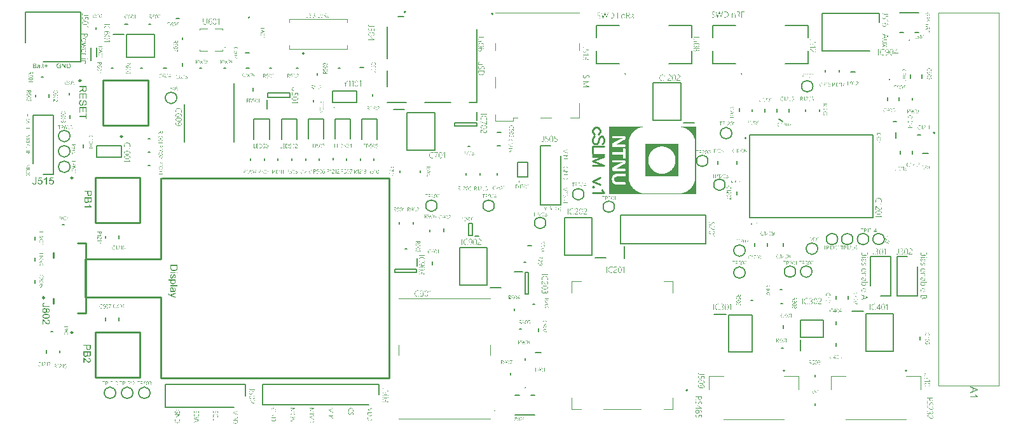
<source format=gto>
G04*
G04 #@! TF.GenerationSoftware,Altium Limited,Altium Designer,21.6.4 (81)*
G04*
G04 Layer_Color=65535*
%FSLAX44Y44*%
%MOMM*%
G71*
G04*
G04 #@! TF.SameCoordinates,0A195E51-53B8-4AD9-BF6B-D2F5FD9C9AB7*
G04*
G04*
G04 #@! TF.FilePolarity,Positive*
G04*
G01*
G75*
%ADD10C,0.1000*%
%ADD11C,0.2000*%
%ADD12C,0.1500*%
%ADD13C,0.2540*%
%ADD14C,0.2500*%
%ADD15C,0.1524*%
G36*
X805601Y308078D02*
X805604Y397659D01*
X895771Y397655D01*
Y350519D01*
Y350511D01*
X895767Y307489D01*
X805601Y307493D01*
Y307493D01*
X780220D01*
Y397659D01*
X805601D01*
Y308078D01*
D02*
G37*
G36*
X672583Y314855D02*
X672250D01*
Y319695D01*
X672241Y319687D01*
X672208Y319654D01*
X672150Y319612D01*
X672083Y319554D01*
X671991Y319487D01*
X671891Y319420D01*
X671783Y319345D01*
X671666Y319279D01*
X671650Y319270D01*
X671608Y319254D01*
X671542Y319220D01*
X671458Y319179D01*
X671350Y319129D01*
X671233Y319079D01*
X671100Y319020D01*
X670958Y318971D01*
Y319279D01*
X670967D01*
X671000Y319295D01*
X671042Y319304D01*
X671100Y319329D01*
X671167Y319354D01*
X671233Y319379D01*
X671383Y319445D01*
X671392Y319454D01*
X671416Y319462D01*
X671458Y319487D01*
X671508Y319512D01*
X671566Y319545D01*
X671633Y319579D01*
X671766Y319662D01*
X671775Y319670D01*
X671800Y319687D01*
X671833Y319712D01*
X671883Y319745D01*
X671991Y319829D01*
X672116Y319928D01*
X672125Y319937D01*
X672150Y319953D01*
X672183Y319979D01*
X672225Y320020D01*
X672341Y320120D01*
X672466Y320237D01*
X672583D01*
Y314855D01*
D02*
G37*
G36*
X664951Y320195D02*
X665026D01*
X665118Y320178D01*
X665210Y320162D01*
X665310Y320137D01*
X665410Y320103D01*
X665418D01*
X665451Y320087D01*
X665501Y320062D01*
X665560Y320037D01*
X665635Y319995D01*
X665701Y319945D01*
X665776Y319895D01*
X665851Y319829D01*
X665860Y319820D01*
X665885Y319795D01*
X665918Y319762D01*
X665960Y319712D01*
X666001Y319645D01*
X666051Y319579D01*
X666093Y319495D01*
X666134Y319404D01*
X666143Y319395D01*
X666151Y319362D01*
X666168Y319312D01*
X666184Y319237D01*
X666201Y319154D01*
X666218Y319062D01*
X666235Y318962D01*
Y318846D01*
Y318829D01*
Y318787D01*
X666226Y318720D01*
X666218Y318629D01*
X666209Y318529D01*
X666193Y318421D01*
X666160Y318312D01*
X666126Y318204D01*
X666118Y318196D01*
X666109Y318154D01*
X666085Y318104D01*
X666051Y318037D01*
X666010Y317962D01*
X665960Y317871D01*
X665835Y317696D01*
X665826Y317687D01*
X665801Y317654D01*
X665768Y317612D01*
X665718Y317554D01*
X665660Y317488D01*
X665585Y317421D01*
X665510Y317346D01*
X665418Y317271D01*
X665410Y317263D01*
X665376Y317238D01*
X665326Y317204D01*
X665268Y317154D01*
X665193Y317096D01*
X665101Y317029D01*
X665010Y316963D01*
X664910Y316888D01*
X664893Y316879D01*
X664852Y316846D01*
X664785Y316796D01*
X664702Y316738D01*
X664610Y316671D01*
X664510Y316596D01*
X664410Y316513D01*
X664310Y316438D01*
X664302Y316429D01*
X664268Y316404D01*
X664227Y316371D01*
X664168Y316321D01*
X664110Y316263D01*
X664043Y316196D01*
X663910Y316054D01*
X663902Y316046D01*
X663885Y316021D01*
X663860Y315988D01*
X663827Y315938D01*
X663793Y315880D01*
X663752Y315813D01*
X663685Y315671D01*
Y315663D01*
X663677Y315638D01*
X663669Y315596D01*
X663652Y315538D01*
X663643Y315471D01*
X663627Y315396D01*
X663618Y315305D01*
Y315213D01*
Y315163D01*
X666235D01*
Y314855D01*
X663260D01*
Y315096D01*
Y315105D01*
Y315138D01*
Y315188D01*
X663269Y315246D01*
Y315313D01*
X663277Y315388D01*
X663294Y315538D01*
Y315546D01*
X663302Y315571D01*
X663310Y315613D01*
X663327Y315655D01*
X663360Y315771D01*
X663419Y315896D01*
Y315905D01*
X663435Y315921D01*
X663452Y315955D01*
X663477Y315996D01*
X663543Y316096D01*
X663627Y316204D01*
X663635Y316213D01*
X663652Y316229D01*
X663677Y316263D01*
X663710Y316296D01*
X663802Y316388D01*
X663910Y316496D01*
X663918Y316504D01*
X663943Y316521D01*
X663977Y316554D01*
X664018Y316588D01*
X664077Y316638D01*
X664135Y316688D01*
X664285Y316796D01*
X664293Y316804D01*
X664318Y316821D01*
X664360Y316854D01*
X664418Y316896D01*
X664485Y316946D01*
X664560Y317004D01*
X664735Y317129D01*
X664743Y317138D01*
X664777Y317163D01*
X664827Y317196D01*
X664885Y317238D01*
X664951Y317288D01*
X665026Y317346D01*
X665185Y317471D01*
X665193Y317479D01*
X665218Y317504D01*
X665260Y317537D01*
X665310Y317579D01*
X665368Y317629D01*
X665426Y317696D01*
X665543Y317829D01*
X665551Y317837D01*
X665568Y317862D01*
X665601Y317904D01*
X665635Y317962D01*
X665668Y318021D01*
X665710Y318096D01*
X665785Y318262D01*
X665793Y318271D01*
X665801Y318304D01*
X665818Y318354D01*
X665835Y318421D01*
X665851Y318496D01*
X665860Y318587D01*
X665876Y318687D01*
Y318796D01*
Y318804D01*
Y318820D01*
Y318846D01*
X665868Y318879D01*
X665860Y318971D01*
X665843Y319087D01*
X665801Y319220D01*
X665751Y319354D01*
X665685Y319487D01*
X665585Y319604D01*
X665568Y319620D01*
X665535Y319654D01*
X665468Y319695D01*
X665376Y319754D01*
X665268Y319804D01*
X665126Y319854D01*
X664968Y319887D01*
X664785Y319895D01*
X664726D01*
X664652Y319887D01*
X664568Y319879D01*
X664460Y319854D01*
X664343Y319829D01*
X664227Y319787D01*
X664102Y319737D01*
X664085Y319729D01*
X664043Y319712D01*
X663985Y319679D01*
X663902Y319629D01*
X663802Y319570D01*
X663693Y319495D01*
X663577Y319412D01*
X663460Y319312D01*
Y319704D01*
X663477Y319712D01*
X663510Y319745D01*
X663577Y319787D01*
X663660Y319837D01*
X663752Y319895D01*
X663868Y319953D01*
X663985Y320020D01*
X664110Y320070D01*
X664127Y320079D01*
X664168Y320095D01*
X664243Y320112D01*
X664335Y320137D01*
X664443Y320162D01*
X664568Y320187D01*
X664702Y320195D01*
X664843Y320204D01*
X664893D01*
X664951Y320195D01*
D02*
G37*
G36*
X662152Y314855D02*
X661819D01*
Y319695D01*
X661811Y319687D01*
X661777Y319654D01*
X661719Y319612D01*
X661652Y319554D01*
X661561Y319487D01*
X661461Y319420D01*
X661352Y319345D01*
X661236Y319279D01*
X661219Y319270D01*
X661177Y319254D01*
X661111Y319220D01*
X661028Y319179D01*
X660919Y319129D01*
X660803Y319079D01*
X660669Y319020D01*
X660528Y318971D01*
Y319279D01*
X660536D01*
X660569Y319295D01*
X660611Y319304D01*
X660669Y319329D01*
X660736Y319354D01*
X660803Y319379D01*
X660953Y319445D01*
X660961Y319454D01*
X660986Y319462D01*
X661028Y319487D01*
X661077Y319512D01*
X661136Y319545D01*
X661202Y319579D01*
X661336Y319662D01*
X661344Y319670D01*
X661369Y319687D01*
X661402Y319712D01*
X661452Y319745D01*
X661561Y319829D01*
X661686Y319928D01*
X661694Y319937D01*
X661719Y319953D01*
X661752Y319979D01*
X661794Y320020D01*
X661911Y320120D01*
X662036Y320237D01*
X662152D01*
Y314855D01*
D02*
G37*
G36*
X657370Y320112D02*
X657478Y320103D01*
X657603Y320087D01*
X657745Y320062D01*
X657895Y320037D01*
X658053Y320004D01*
X658212Y319962D01*
X658378Y319904D01*
X658545Y319845D01*
X658711Y319770D01*
X658861Y319679D01*
X659011Y319579D01*
X659145Y319462D01*
X659153Y319454D01*
X659178Y319429D01*
X659211Y319395D01*
X659253Y319337D01*
X659303Y319270D01*
X659361Y319187D01*
X659420Y319095D01*
X659486Y318979D01*
X659553Y318854D01*
X659611Y318712D01*
X659669Y318554D01*
X659719Y318387D01*
X659761Y318196D01*
X659803Y317996D01*
X659819Y317779D01*
X659828Y317554D01*
Y317537D01*
Y317504D01*
X659819Y317437D01*
Y317354D01*
X659803Y317254D01*
X659786Y317138D01*
X659770Y317004D01*
X659736Y316863D01*
X659695Y316713D01*
X659653Y316554D01*
X659586Y316388D01*
X659520Y316229D01*
X659436Y316063D01*
X659336Y315905D01*
X659228Y315746D01*
X659095Y315605D01*
X659086Y315596D01*
X659061Y315571D01*
X659020Y315538D01*
X658961Y315488D01*
X658886Y315430D01*
X658795Y315371D01*
X658686Y315296D01*
X658570Y315230D01*
X658428Y315163D01*
X658278Y315096D01*
X658112Y315030D01*
X657928Y314972D01*
X657737Y314921D01*
X657528Y314888D01*
X657303Y314863D01*
X657070Y314855D01*
X655837D01*
Y320120D01*
X657278D01*
X657370Y320112D01*
D02*
G37*
G36*
X668850Y320195D02*
X668925Y320187D01*
X669025Y320162D01*
X669134Y320120D01*
X669267Y320062D01*
X669400Y319979D01*
X669550Y319870D01*
X669617Y319795D01*
X669692Y319720D01*
X669759Y319637D01*
X669825Y319545D01*
X669892Y319437D01*
X669958Y319329D01*
X670017Y319204D01*
X670067Y319062D01*
X670125Y318920D01*
X670167Y318754D01*
X670209Y318579D01*
X670242Y318396D01*
X670275Y318196D01*
X670292Y317979D01*
X670308Y317746D01*
Y317504D01*
Y317488D01*
Y317446D01*
Y317379D01*
X670300Y317288D01*
X670292Y317171D01*
X670283Y317046D01*
X670275Y316904D01*
X670258Y316746D01*
X670200Y316413D01*
X670125Y316080D01*
X670075Y315913D01*
X670017Y315755D01*
X669950Y315605D01*
X669875Y315463D01*
X669867Y315455D01*
X669859Y315430D01*
X669834Y315396D01*
X669800Y315355D01*
X669750Y315305D01*
X669700Y315238D01*
X669634Y315180D01*
X669567Y315113D01*
X669484Y315047D01*
X669392Y314988D01*
X669300Y314930D01*
X669192Y314872D01*
X669075Y314830D01*
X668951Y314797D01*
X668817Y314771D01*
X668676Y314763D01*
X668642D01*
X668609Y314771D01*
X668559D01*
X668492Y314780D01*
X668426Y314797D01*
X668259Y314846D01*
X668176Y314880D01*
X668076Y314930D01*
X667984Y314980D01*
X667892Y315047D01*
X667792Y315121D01*
X667701Y315213D01*
X667617Y315313D01*
X667534Y315430D01*
X667526Y315438D01*
X667517Y315463D01*
X667501Y315496D01*
X667467Y315555D01*
X667442Y315621D01*
X667409Y315705D01*
X667367Y315805D01*
X667334Y315921D01*
X667292Y316054D01*
X667259Y316196D01*
X667218Y316355D01*
X667193Y316529D01*
X667168Y316721D01*
X667143Y316921D01*
X667134Y317138D01*
X667126Y317371D01*
Y317388D01*
Y317429D01*
Y317504D01*
X667134Y317604D01*
X667143Y317721D01*
X667151Y317854D01*
X667159Y318004D01*
X667176Y318162D01*
X667201Y318329D01*
X667226Y318504D01*
X667309Y318854D01*
X667351Y319029D01*
X667409Y319187D01*
X667476Y319345D01*
X667551Y319487D01*
X667559Y319495D01*
X667568Y319520D01*
X667592Y319554D01*
X667634Y319595D01*
X667676Y319654D01*
X667734Y319712D01*
X667792Y319779D01*
X667867Y319845D01*
X667951Y319912D01*
X668042Y319979D01*
X668142Y320037D01*
X668251Y320095D01*
X668376Y320137D01*
X668501Y320170D01*
X668642Y320195D01*
X668784Y320204D01*
X668801D01*
X668850Y320195D01*
D02*
G37*
G36*
X205837Y510034D02*
X205828Y509984D01*
Y509926D01*
X205820Y509859D01*
X205787Y509701D01*
X205745Y509526D01*
X205679Y509343D01*
X205579Y509168D01*
X205520Y509085D01*
X205454Y509010D01*
Y509001D01*
X205437Y508993D01*
X205412Y508976D01*
X205387Y508943D01*
X205304Y508885D01*
X205187Y508810D01*
X205045Y508735D01*
X204879Y508668D01*
X204679Y508626D01*
X204579Y508618D01*
X204462Y508610D01*
X204454D01*
X204437D01*
X204404D01*
X204370Y508618D01*
X204321D01*
X204262Y508626D01*
X204129Y508651D01*
X203979Y508685D01*
X203821Y508743D01*
X203662Y508826D01*
X203512Y508935D01*
X203496Y508951D01*
X203454Y508993D01*
X203388Y509068D01*
X203312Y509168D01*
X203229Y509301D01*
X203146Y509459D01*
X203079Y509643D01*
X203021Y509851D01*
X203013D01*
X203004Y509834D01*
X202979Y509793D01*
X202938Y509734D01*
X202871Y509659D01*
X202821Y509609D01*
X202771Y509560D01*
X202704Y509510D01*
X202638Y509459D01*
X202554Y509409D01*
X202463Y509351D01*
X202363Y509301D01*
X202246Y509243D01*
X200571Y508460D01*
Y508868D01*
X202113Y509568D01*
X202121D01*
X202138Y509576D01*
X202154Y509593D01*
X202188Y509601D01*
X202271Y509651D01*
X202371Y509701D01*
X202479Y509768D01*
X202588Y509843D01*
X202679Y509918D01*
X202754Y510001D01*
X202763Y510009D01*
X202779Y510043D01*
X202804Y510084D01*
X202838Y510151D01*
X202871Y510226D01*
X202896Y510318D01*
X202913Y510426D01*
X202921Y510542D01*
Y511201D01*
X200571D01*
Y511559D01*
X205837D01*
Y510034D01*
D02*
G37*
G36*
X203046Y507602D02*
X203121D01*
X203196D01*
X203288Y507593D01*
X203479Y507577D01*
X203687Y507552D01*
X203904Y507518D01*
X204121Y507477D01*
X204129D01*
X204146Y507468D01*
X204179Y507460D01*
X204212Y507452D01*
X204262Y507435D01*
X204321Y507418D01*
X204454Y507377D01*
X204604Y507318D01*
X204770Y507252D01*
X204929Y507177D01*
X205087Y507085D01*
X205095D01*
X205104Y507077D01*
X205154Y507035D01*
X205229Y506977D01*
X205312Y506902D01*
X205412Y506810D01*
X205520Y506702D01*
X205612Y506577D01*
X205704Y506444D01*
Y506435D01*
X205712Y506427D01*
X205737Y506377D01*
X205770Y506294D01*
X205812Y506194D01*
X205854Y506060D01*
X205887Y505910D01*
X205912Y505744D01*
X205920Y505569D01*
Y505494D01*
X205912Y505410D01*
X205903Y505311D01*
X205887Y505194D01*
X205862Y505061D01*
X205828Y504927D01*
X205787Y504802D01*
X205429D01*
X205437Y504819D01*
X205454Y504869D01*
X205487Y504944D01*
X205520Y505036D01*
X205554Y505152D01*
X205587Y505286D01*
X205604Y505427D01*
X205612Y505577D01*
Y505644D01*
X205604Y505719D01*
X205587Y505810D01*
X205562Y505919D01*
X205529Y506044D01*
X205479Y506160D01*
X205412Y506285D01*
X205404Y506302D01*
X205379Y506335D01*
X205337Y506394D01*
X205270Y506469D01*
X205195Y506552D01*
X205104Y506643D01*
X204995Y506727D01*
X204870Y506819D01*
X204854Y506827D01*
X204812Y506852D01*
X204737Y506894D01*
X204637Y506944D01*
X204520Y506993D01*
X204379Y507052D01*
X204221Y507102D01*
X204046Y507152D01*
X204037D01*
X204021Y507160D01*
X203996D01*
X203962Y507168D01*
X203912Y507177D01*
X203862Y507185D01*
X203729Y507210D01*
X203571Y507235D01*
X203396Y507252D01*
X203196Y507260D01*
X202979Y507268D01*
Y507252D01*
X202988Y507243D01*
X203021Y507235D01*
X203062Y507210D01*
X203121Y507177D01*
X203188Y507135D01*
X203263Y507085D01*
X203337Y507018D01*
X203421Y506944D01*
X203504Y506860D01*
X203579Y506760D01*
X203654Y506652D01*
X203721Y506535D01*
X203779Y506402D01*
X203821Y506260D01*
X203854Y506102D01*
X203862Y505935D01*
Y505877D01*
X203854Y505819D01*
X203846Y505744D01*
X203829Y505652D01*
X203812Y505552D01*
X203779Y505452D01*
X203737Y505352D01*
X203729Y505344D01*
X203712Y505311D01*
X203687Y505261D01*
X203646Y505194D01*
X203596Y505119D01*
X203537Y505044D01*
X203471Y504969D01*
X203388Y504894D01*
X203379Y504886D01*
X203346Y504861D01*
X203304Y504827D01*
X203246Y504786D01*
X203162Y504736D01*
X203079Y504686D01*
X202979Y504644D01*
X202871Y504602D01*
X202854Y504594D01*
X202821Y504586D01*
X202763Y504569D01*
X202679Y504552D01*
X202588Y504536D01*
X202479Y504519D01*
X202363Y504502D01*
X202238D01*
X202221D01*
X202171D01*
X202096Y504511D01*
X202005Y504519D01*
X201896Y504527D01*
X201779Y504552D01*
X201655Y504577D01*
X201530Y504619D01*
X201513Y504627D01*
X201480Y504644D01*
X201413Y504669D01*
X201338Y504702D01*
X201255Y504752D01*
X201163Y504802D01*
X201063Y504869D01*
X200971Y504944D01*
X200963Y504952D01*
X200930Y504977D01*
X200888Y505027D01*
X200838Y505086D01*
X200780Y505161D01*
X200721Y505244D01*
X200663Y505336D01*
X200605Y505444D01*
X200597Y505461D01*
X200588Y505494D01*
X200563Y505552D01*
X200546Y505627D01*
X200522Y505719D01*
X200497Y505827D01*
X200488Y505944D01*
X200480Y506069D01*
Y506127D01*
X200488Y506202D01*
X200497Y506285D01*
X200513Y506394D01*
X200546Y506502D01*
X200580Y506618D01*
X200630Y506727D01*
X200638Y506735D01*
X200663Y506777D01*
X200697Y506827D01*
X200746Y506894D01*
X200813Y506968D01*
X200888Y507052D01*
X200980Y507135D01*
X201088Y507210D01*
X201105Y507218D01*
X201146Y507243D01*
X201213Y507277D01*
X201296Y507318D01*
X201405Y507368D01*
X201538Y507418D01*
X201680Y507468D01*
X201838Y507510D01*
X201846D01*
X201854D01*
X201880Y507518D01*
X201921Y507527D01*
X201963Y507535D01*
X202013Y507543D01*
X202138Y507560D01*
X202288Y507577D01*
X202463Y507593D01*
X202663Y507602D01*
X202871Y507610D01*
X202879D01*
X202904D01*
X202938D01*
X202988D01*
X203046Y507602D01*
D02*
G37*
G36*
X203321Y503836D02*
X203437Y503828D01*
X203571Y503819D01*
X203721Y503811D01*
X203879Y503794D01*
X204046Y503769D01*
X204221Y503744D01*
X204571Y503661D01*
X204745Y503619D01*
X204904Y503561D01*
X205062Y503494D01*
X205204Y503419D01*
X205212Y503411D01*
X205237Y503403D01*
X205270Y503378D01*
X205312Y503336D01*
X205370Y503294D01*
X205429Y503236D01*
X205495Y503178D01*
X205562Y503103D01*
X205629Y503019D01*
X205695Y502928D01*
X205753Y502828D01*
X205812Y502719D01*
X205854Y502595D01*
X205887Y502470D01*
X205912Y502328D01*
X205920Y502186D01*
Y502170D01*
X205912Y502120D01*
X205903Y502045D01*
X205879Y501945D01*
X205837Y501836D01*
X205779Y501703D01*
X205695Y501570D01*
X205587Y501420D01*
X205512Y501353D01*
X205437Y501278D01*
X205354Y501212D01*
X205262Y501145D01*
X205154Y501078D01*
X205045Y501012D01*
X204920Y500953D01*
X204779Y500903D01*
X204637Y500845D01*
X204471Y500803D01*
X204296Y500762D01*
X204112Y500728D01*
X203912Y500695D01*
X203696Y500678D01*
X203462Y500662D01*
X203221D01*
X203204D01*
X203162D01*
X203096D01*
X203004Y500670D01*
X202888Y500678D01*
X202763Y500687D01*
X202621Y500695D01*
X202463Y500712D01*
X202129Y500770D01*
X201796Y500845D01*
X201630Y500895D01*
X201471Y500953D01*
X201321Y501020D01*
X201180Y501095D01*
X201171Y501103D01*
X201146Y501112D01*
X201113Y501137D01*
X201071Y501170D01*
X201021Y501220D01*
X200955Y501270D01*
X200896Y501337D01*
X200830Y501403D01*
X200763Y501487D01*
X200705Y501578D01*
X200646Y501670D01*
X200588Y501778D01*
X200546Y501895D01*
X200513Y502020D01*
X200488Y502153D01*
X200480Y502295D01*
Y502328D01*
X200488Y502361D01*
Y502411D01*
X200497Y502478D01*
X200513Y502545D01*
X200563Y502711D01*
X200597Y502794D01*
X200646Y502895D01*
X200697Y502986D01*
X200763Y503078D01*
X200838Y503178D01*
X200930Y503269D01*
X201030Y503353D01*
X201146Y503436D01*
X201155Y503444D01*
X201180Y503453D01*
X201213Y503469D01*
X201271Y503503D01*
X201338Y503528D01*
X201421Y503561D01*
X201521Y503603D01*
X201638Y503636D01*
X201771Y503678D01*
X201913Y503711D01*
X202071Y503753D01*
X202246Y503778D01*
X202438Y503803D01*
X202638Y503828D01*
X202854Y503836D01*
X203088Y503844D01*
X203104D01*
X203146D01*
X203221D01*
X203321Y503836D01*
D02*
G37*
G36*
X205837Y496821D02*
X205712D01*
X205704D01*
X205679Y496838D01*
X205645Y496854D01*
X205595Y496888D01*
X205537Y496921D01*
X205462Y496954D01*
X205379Y497004D01*
X205295Y497046D01*
X205087Y497154D01*
X204870Y497271D01*
X204637Y497396D01*
X204396Y497521D01*
X204387D01*
X204370Y497537D01*
X204337Y497554D01*
X204287Y497571D01*
X204229Y497604D01*
X204162Y497637D01*
X204087Y497671D01*
X204004Y497713D01*
X203812Y497804D01*
X203604Y497904D01*
X203379Y498004D01*
X203146Y498104D01*
X203137D01*
X203121Y498112D01*
X203088Y498129D01*
X203037Y498146D01*
X202988Y498171D01*
X202921Y498196D01*
X202846Y498229D01*
X202763Y498254D01*
X202571Y498329D01*
X202363Y498404D01*
X202129Y498487D01*
X201896Y498562D01*
X201888D01*
X201871Y498571D01*
X201829Y498579D01*
X201788Y498596D01*
X201730Y498612D01*
X201663Y498629D01*
X201580Y498646D01*
X201496Y498671D01*
X201296Y498721D01*
X201071Y498771D01*
X200830Y498820D01*
X200571Y498862D01*
Y499237D01*
X200580D01*
X200605Y499229D01*
X200638D01*
X200688Y499220D01*
X200746Y499204D01*
X200821Y499195D01*
X200896Y499179D01*
X200988Y499162D01*
X201188Y499112D01*
X201405Y499062D01*
X201638Y499004D01*
X201880Y498937D01*
X201888D01*
X201905Y498929D01*
X201946Y498921D01*
X201988Y498904D01*
X202046Y498879D01*
X202113Y498862D01*
X202188Y498837D01*
X202271Y498804D01*
X202463Y498737D01*
X202671Y498662D01*
X202896Y498571D01*
X203121Y498479D01*
X203129D01*
X203146Y498471D01*
X203179Y498454D01*
X203229Y498437D01*
X203279Y498412D01*
X203346Y498379D01*
X203421Y498346D01*
X203496Y498312D01*
X203679Y498229D01*
X203887Y498137D01*
X204096Y498029D01*
X204321Y497921D01*
X204329D01*
X204345Y497904D01*
X204379Y497887D01*
X204421Y497871D01*
X204479Y497837D01*
X204545Y497804D01*
X204612Y497771D01*
X204695Y497721D01*
X204879Y497629D01*
X205087Y497521D01*
X205304Y497404D01*
X205529Y497279D01*
Y500062D01*
X205837D01*
Y496821D01*
D02*
G37*
G36*
X250101Y541318D02*
X250254Y541306D01*
X250431Y541280D01*
X250634Y541242D01*
X250838Y541191D01*
X251028Y541128D01*
Y540582D01*
X251003Y540594D01*
X250927Y540620D01*
X250812Y540671D01*
X250673Y540722D01*
X250495Y540772D01*
X250292Y540823D01*
X250076Y540849D01*
X249847Y540861D01*
X249746D01*
X249631Y540849D01*
X249492Y540823D01*
X249326Y540785D01*
X249136Y540734D01*
X248958Y540658D01*
X248768Y540556D01*
X248742Y540544D01*
X248691Y540506D01*
X248603Y540442D01*
X248488Y540340D01*
X248361Y540226D01*
X248221Y540087D01*
X248095Y539921D01*
X247955Y539731D01*
X247942Y539706D01*
X247904Y539642D01*
X247840Y539528D01*
X247764Y539375D01*
X247688Y539198D01*
X247599Y538982D01*
X247523Y538740D01*
X247447Y538474D01*
Y538461D01*
X247434Y538436D01*
Y538397D01*
X247421Y538347D01*
X247409Y538270D01*
X247396Y538194D01*
X247358Y537991D01*
X247320Y537750D01*
X247294Y537483D01*
X247282Y537178D01*
X247269Y536848D01*
X247294D01*
X247307Y536861D01*
X247320Y536912D01*
X247358Y536975D01*
X247409Y537064D01*
X247472Y537165D01*
X247548Y537280D01*
X247650Y537394D01*
X247764Y537521D01*
X247891Y537648D01*
X248044Y537762D01*
X248209Y537877D01*
X248387Y537978D01*
X248590Y538067D01*
X248806Y538131D01*
X249047Y538181D01*
X249301Y538194D01*
X249390D01*
X249479Y538181D01*
X249593Y538169D01*
X249733Y538143D01*
X249885Y538118D01*
X250038Y538067D01*
X250190Y538004D01*
X250203Y537991D01*
X250254Y537966D01*
X250330Y537928D01*
X250431Y537864D01*
X250546Y537788D01*
X250660Y537699D01*
X250774Y537597D01*
X250889Y537470D01*
X250901Y537458D01*
X250939Y537407D01*
X250990Y537343D01*
X251054Y537254D01*
X251130Y537127D01*
X251206Y537000D01*
X251269Y536848D01*
X251333Y536683D01*
X251346Y536657D01*
X251358Y536607D01*
X251384Y536518D01*
X251409Y536391D01*
X251435Y536251D01*
X251460Y536086D01*
X251485Y535908D01*
Y535718D01*
Y535692D01*
Y535616D01*
X251473Y535502D01*
X251460Y535362D01*
X251447Y535197D01*
X251409Y535019D01*
X251371Y534829D01*
X251308Y534638D01*
X251295Y534613D01*
X251269Y534562D01*
X251231Y534460D01*
X251181Y534346D01*
X251104Y534219D01*
X251028Y534079D01*
X250927Y533927D01*
X250812Y533787D01*
X250800Y533775D01*
X250762Y533724D01*
X250685Y533660D01*
X250596Y533584D01*
X250482Y533495D01*
X250355Y533406D01*
X250215Y533317D01*
X250050Y533228D01*
X250025Y533216D01*
X249974Y533203D01*
X249885Y533165D01*
X249771Y533140D01*
X249631Y533102D01*
X249466Y533063D01*
X249288Y533051D01*
X249098Y533038D01*
X249009D01*
X248895Y533051D01*
X248768Y533063D01*
X248603Y533089D01*
X248437Y533140D01*
X248260Y533190D01*
X248095Y533267D01*
X248082Y533279D01*
X248018Y533317D01*
X247942Y533368D01*
X247840Y533444D01*
X247726Y533546D01*
X247599Y533660D01*
X247472Y533800D01*
X247358Y533965D01*
X247345Y533991D01*
X247307Y534054D01*
X247256Y534156D01*
X247193Y534283D01*
X247117Y534448D01*
X247040Y534651D01*
X246964Y534867D01*
X246901Y535108D01*
Y535121D01*
Y535134D01*
X246888Y535172D01*
X246875Y535235D01*
X246863Y535299D01*
X246850Y535375D01*
X246824Y535565D01*
X246799Y535794D01*
X246774Y536061D01*
X246761Y536365D01*
X246748Y536683D01*
Y536696D01*
Y536734D01*
Y536785D01*
Y536861D01*
X246761Y536950D01*
Y537064D01*
Y537178D01*
X246774Y537318D01*
X246799Y537610D01*
X246837Y537928D01*
X246888Y538258D01*
X246952Y538588D01*
Y538601D01*
X246964Y538626D01*
X246977Y538677D01*
X246990Y538728D01*
X247015Y538804D01*
X247040Y538893D01*
X247104Y539096D01*
X247193Y539324D01*
X247294Y539579D01*
X247409Y539820D01*
X247548Y540061D01*
Y540074D01*
X247561Y540087D01*
X247625Y540163D01*
X247714Y540277D01*
X247828Y540404D01*
X247967Y540556D01*
X248133Y540722D01*
X248323Y540861D01*
X248526Y541001D01*
X248539D01*
X248552Y541014D01*
X248628Y541052D01*
X248755Y541102D01*
X248907Y541166D01*
X249111Y541230D01*
X249339Y541280D01*
X249593Y541318D01*
X249860Y541331D01*
X249974D01*
X250101Y541318D01*
D02*
G37*
G36*
X245135Y536378D02*
Y536365D01*
Y536340D01*
Y536302D01*
Y536238D01*
X245123Y536162D01*
Y536073D01*
X245097Y535857D01*
X245047Y535603D01*
X244983Y535324D01*
X244894Y535019D01*
X244780Y534714D01*
X244627Y534397D01*
X244437Y534092D01*
X244208Y533813D01*
X243929Y533559D01*
X243776Y533444D01*
X243599Y533343D01*
X243421Y533254D01*
X243218Y533178D01*
X243015Y533127D01*
X242786Y533076D01*
X242532Y533051D01*
X242278Y533038D01*
X242214D01*
X242164Y533051D01*
X242024Y533063D01*
X241859Y533089D01*
X241656Y533140D01*
X241427Y533203D01*
X241173Y533305D01*
X240932Y533444D01*
X240678Y533610D01*
X240424Y533825D01*
X240309Y533952D01*
X240195Y534079D01*
X240093Y534232D01*
X239992Y534397D01*
X239903Y534575D01*
X239827Y534765D01*
X239751Y534968D01*
X239687Y535197D01*
X239636Y535426D01*
X239598Y535680D01*
X239585Y535959D01*
X239573Y536251D01*
Y541204D01*
X240119D01*
Y536327D01*
Y536315D01*
Y536302D01*
Y536264D01*
Y536213D01*
X240132Y536073D01*
X240157Y535896D01*
X240182Y535680D01*
X240233Y535451D01*
X240309Y535197D01*
X240398Y534943D01*
X240525Y534676D01*
X240678Y534422D01*
X240856Y534194D01*
X241084Y533978D01*
X241338Y533800D01*
X241643Y533660D01*
X241808Y533610D01*
X241999Y533571D01*
X242189Y533559D01*
X242392Y533546D01*
X242481D01*
X242595Y533559D01*
X242735Y533584D01*
X242900Y533635D01*
X243091Y533686D01*
X243281Y533775D01*
X243497Y533889D01*
X243700Y534029D01*
X243891Y534206D01*
X244081Y534422D01*
X244246Y534689D01*
X244323Y534841D01*
X244386Y534994D01*
X244450Y535172D01*
X244500Y535362D01*
X244538Y535565D01*
X244564Y535781D01*
X244589Y536010D01*
Y536251D01*
Y541204D01*
X245135D01*
Y536378D01*
D02*
G37*
G36*
X260807Y533178D02*
X260299D01*
Y540556D01*
X260287Y540544D01*
X260236Y540493D01*
X260147Y540429D01*
X260045Y540340D01*
X259905Y540239D01*
X259753Y540137D01*
X259588Y540023D01*
X259410Y539921D01*
X259385Y539909D01*
X259321Y539883D01*
X259220Y539832D01*
X259093Y539769D01*
X258928Y539693D01*
X258750Y539617D01*
X258547Y539528D01*
X258331Y539451D01*
Y539921D01*
X258343D01*
X258394Y539947D01*
X258458Y539959D01*
X258547Y539998D01*
X258648Y540036D01*
X258750Y540074D01*
X258978Y540175D01*
X258991Y540188D01*
X259029Y540201D01*
X259093Y540239D01*
X259169Y540277D01*
X259258Y540328D01*
X259359Y540379D01*
X259563Y540506D01*
X259575Y540518D01*
X259613Y540544D01*
X259664Y540582D01*
X259740Y540633D01*
X259905Y540760D01*
X260096Y540912D01*
X260109Y540925D01*
X260147Y540950D01*
X260198Y540988D01*
X260261Y541052D01*
X260439Y541204D01*
X260629Y541382D01*
X260807D01*
Y533178D01*
D02*
G37*
G36*
X255118Y541318D02*
X255232Y541306D01*
X255384Y541268D01*
X255549Y541204D01*
X255753Y541115D01*
X255956Y540988D01*
X256184Y540823D01*
X256286Y540709D01*
X256400Y540594D01*
X256502Y540467D01*
X256604Y540328D01*
X256705Y540163D01*
X256807Y539998D01*
X256896Y539807D01*
X256972Y539591D01*
X257061Y539375D01*
X257124Y539121D01*
X257188Y538855D01*
X257239Y538575D01*
X257289Y538270D01*
X257315Y537940D01*
X257340Y537585D01*
Y537216D01*
Y537191D01*
Y537127D01*
Y537026D01*
X257327Y536886D01*
X257315Y536708D01*
X257302Y536518D01*
X257289Y536302D01*
X257264Y536061D01*
X257175Y535553D01*
X257061Y535045D01*
X256985Y534791D01*
X256896Y534549D01*
X256794Y534321D01*
X256680Y534105D01*
X256667Y534092D01*
X256654Y534054D01*
X256616Y534003D01*
X256565Y533940D01*
X256489Y533863D01*
X256413Y533762D01*
X256311Y533673D01*
X256210Y533571D01*
X256083Y533470D01*
X255943Y533381D01*
X255803Y533292D01*
X255638Y533203D01*
X255460Y533140D01*
X255270Y533089D01*
X255067Y533051D01*
X254851Y533038D01*
X254800D01*
X254749Y533051D01*
X254673D01*
X254571Y533063D01*
X254470Y533089D01*
X254216Y533165D01*
X254089Y533216D01*
X253937Y533292D01*
X253797Y533368D01*
X253657Y533470D01*
X253505Y533584D01*
X253365Y533724D01*
X253238Y533876D01*
X253111Y534054D01*
X253098Y534067D01*
X253086Y534105D01*
X253060Y534156D01*
X253009Y534244D01*
X252971Y534346D01*
X252920Y534473D01*
X252857Y534626D01*
X252806Y534803D01*
X252743Y535006D01*
X252692Y535222D01*
X252628Y535464D01*
X252590Y535730D01*
X252552Y536022D01*
X252514Y536327D01*
X252501Y536657D01*
X252489Y537013D01*
Y537038D01*
Y537102D01*
Y537216D01*
X252501Y537369D01*
X252514Y537547D01*
X252527Y537750D01*
X252540Y537978D01*
X252565Y538220D01*
X252603Y538474D01*
X252641Y538740D01*
X252768Y539274D01*
X252832Y539540D01*
X252920Y539782D01*
X253022Y540023D01*
X253136Y540239D01*
X253149Y540252D01*
X253162Y540290D01*
X253200Y540340D01*
X253263Y540404D01*
X253327Y540493D01*
X253416Y540582D01*
X253505Y540683D01*
X253619Y540785D01*
X253746Y540887D01*
X253886Y540988D01*
X254038Y541077D01*
X254203Y541166D01*
X254394Y541230D01*
X254584Y541280D01*
X254800Y541318D01*
X255016Y541331D01*
X255041D01*
X255118Y541318D01*
D02*
G37*
G36*
X1124496Y227673D02*
X1124483Y227609D01*
Y227521D01*
X1124471Y227432D01*
X1124433Y227216D01*
X1124369Y226987D01*
X1124280Y226733D01*
X1124153Y226492D01*
X1123975Y226263D01*
Y226250D01*
X1123950Y226238D01*
X1123886Y226174D01*
X1123772Y226085D01*
X1123620Y225984D01*
X1123429Y225882D01*
X1123188Y225793D01*
X1122934Y225730D01*
X1122782Y225704D01*
X1122629D01*
X1122617D01*
X1122604D01*
X1122566D01*
X1122515D01*
X1122375Y225717D01*
X1122210Y225755D01*
X1122020Y225793D01*
X1121816Y225857D01*
X1121613Y225946D01*
X1121410Y226073D01*
X1121385Y226085D01*
X1121334Y226136D01*
X1121232Y226225D01*
X1121131Y226339D01*
X1121016Y226492D01*
X1120889Y226670D01*
X1120775Y226873D01*
X1120686Y227114D01*
X1120673D01*
Y227076D01*
X1120661Y227038D01*
X1120648Y226974D01*
X1120623Y226822D01*
X1120559Y226632D01*
X1120483Y226428D01*
X1120381Y226212D01*
X1120242Y225996D01*
X1120064Y225806D01*
X1120038Y225781D01*
X1119975Y225730D01*
X1119861Y225654D01*
X1119708Y225565D01*
X1119518Y225476D01*
X1119302Y225400D01*
X1119048Y225349D01*
X1118756Y225323D01*
X1118743D01*
X1118705D01*
X1118654D01*
X1118591Y225336D01*
X1118502Y225349D01*
X1118400Y225361D01*
X1118171Y225400D01*
X1117905Y225488D01*
X1117625Y225603D01*
X1117498Y225679D01*
X1117359Y225768D01*
X1117232Y225870D01*
X1117105Y225984D01*
X1117092Y225996D01*
X1117079Y226009D01*
X1117041Y226047D01*
X1117003Y226098D01*
X1116952Y226162D01*
X1116901Y226250D01*
X1116851Y226339D01*
X1116787Y226441D01*
X1116724Y226568D01*
X1116673Y226695D01*
X1116571Y226987D01*
X1116495Y227330D01*
X1116482Y227521D01*
X1116470Y227724D01*
Y229870D01*
X1124496D01*
Y227673D01*
D02*
G37*
G36*
X1122197Y223241D02*
X1116470D01*
Y223749D01*
X1122197D01*
Y223241D01*
D02*
G37*
G36*
X1124179Y223914D02*
X1124280Y223876D01*
X1124369Y223799D01*
Y223787D01*
X1124395Y223774D01*
X1124433Y223710D01*
X1124471Y223609D01*
X1124496Y223495D01*
Y223469D01*
X1124483Y223393D01*
X1124445Y223304D01*
X1124382Y223202D01*
Y223190D01*
X1124356Y223177D01*
X1124306Y223126D01*
X1124204Y223088D01*
X1124140Y223063D01*
X1124077D01*
X1124064D01*
X1124052D01*
X1123975Y223076D01*
X1123874Y223114D01*
X1123772Y223190D01*
X1123747Y223215D01*
X1123709Y223279D01*
X1123671Y223368D01*
X1123645Y223495D01*
Y223520D01*
X1123658Y223596D01*
X1123696Y223698D01*
X1123760Y223799D01*
X1123785Y223825D01*
X1123848Y223863D01*
X1123950Y223901D01*
X1124077Y223926D01*
X1124090D01*
X1124102D01*
X1124179Y223914D01*
D02*
G37*
G36*
X1118083Y221717D02*
X1118184Y221704D01*
X1118298Y221666D01*
X1118438Y221628D01*
X1118578Y221564D01*
X1118730Y221475D01*
X1118883Y221374D01*
X1119048Y221247D01*
X1119200Y221082D01*
X1119340Y220891D01*
X1119480Y220662D01*
X1119594Y220396D01*
X1119683Y220091D01*
X1119759Y219735D01*
X1120026Y217983D01*
X1120051D01*
X1120102D01*
X1120191Y217995D01*
X1120318Y218008D01*
X1120458Y218021D01*
X1120610Y218059D01*
X1120775Y218097D01*
X1120953Y218161D01*
X1121118Y218224D01*
X1121283Y218326D01*
X1121435Y218427D01*
X1121575Y218567D01*
X1121702Y218719D01*
X1121791Y218910D01*
X1121842Y219126D01*
X1121867Y219367D01*
Y219456D01*
X1121854Y219532D01*
X1121842Y219608D01*
X1121829Y219710D01*
X1121804Y219824D01*
X1121778Y219951D01*
X1121677Y220231D01*
X1121626Y220383D01*
X1121550Y220536D01*
X1121461Y220701D01*
X1121359Y220866D01*
X1121245Y221043D01*
X1121105Y221209D01*
X1121715D01*
X1121728Y221196D01*
X1121753Y221145D01*
X1121804Y221082D01*
X1121867Y220980D01*
X1121931Y220853D01*
X1122007Y220713D01*
X1122083Y220536D01*
X1122147Y220345D01*
Y220332D01*
X1122159Y220320D01*
X1122172Y220256D01*
X1122210Y220142D01*
X1122248Y220015D01*
X1122274Y219850D01*
X1122312Y219685D01*
X1122324Y219494D01*
X1122337Y219316D01*
Y219227D01*
X1122324Y219164D01*
Y219100D01*
X1122312Y219011D01*
X1122274Y218808D01*
X1122197Y218592D01*
X1122096Y218364D01*
X1121969Y218148D01*
X1121880Y218034D01*
X1121778Y217945D01*
X1121753Y217919D01*
X1121677Y217868D01*
X1121550Y217792D01*
X1121372Y217703D01*
X1121156Y217614D01*
X1120877Y217538D01*
X1120559Y217488D01*
X1120191Y217462D01*
X1116470D01*
Y217983D01*
X1117613D01*
Y217995D01*
X1117587Y218008D01*
X1117511Y218046D01*
X1117410Y218110D01*
X1117282Y218199D01*
X1117130Y218313D01*
X1116965Y218453D01*
X1116813Y218605D01*
X1116673Y218796D01*
X1116660Y218821D01*
X1116622Y218885D01*
X1116559Y218999D01*
X1116508Y219139D01*
X1116444Y219304D01*
X1116381Y219507D01*
X1116343Y219723D01*
X1116330Y219964D01*
Y220040D01*
X1116343Y220104D01*
X1116355Y220243D01*
X1116394Y220434D01*
X1116444Y220637D01*
X1116520Y220853D01*
X1116635Y221069D01*
X1116787Y221259D01*
X1116813Y221285D01*
X1116876Y221336D01*
X1116965Y221412D01*
X1117105Y221488D01*
X1117270Y221577D01*
X1117473Y221653D01*
X1117689Y221704D01*
X1117943Y221729D01*
X1117956D01*
X1118006D01*
X1118083Y221717D01*
D02*
G37*
G36*
X1117321Y216027D02*
X1117295Y215989D01*
X1117244Y215925D01*
X1117194Y215837D01*
X1117130Y215735D01*
X1117067Y215621D01*
X1117003Y215494D01*
X1116940Y215341D01*
Y215329D01*
X1116914Y215265D01*
X1116901Y215189D01*
X1116876Y215087D01*
X1116851Y214986D01*
X1116825Y214859D01*
X1116813Y214732D01*
X1116800Y214617D01*
Y214554D01*
X1116813Y214490D01*
Y214401D01*
X1116838Y214300D01*
X1116863Y214186D01*
X1116889Y214071D01*
X1116940Y213944D01*
X1116990Y213817D01*
X1117067Y213703D01*
X1117156Y213589D01*
X1117257Y213487D01*
X1117384Y213398D01*
X1117536Y213335D01*
X1117702Y213284D01*
X1117892Y213271D01*
X1117905D01*
X1117956D01*
X1118032Y213284D01*
X1118121Y213309D01*
X1118222Y213347D01*
X1118324Y213398D01*
X1118438Y213462D01*
X1118540Y213563D01*
X1118552Y213576D01*
X1118591Y213614D01*
X1118641Y213690D01*
X1118705Y213792D01*
X1118794Y213932D01*
X1118883Y214097D01*
X1118997Y214287D01*
X1119099Y214528D01*
Y214541D01*
X1119111Y214566D01*
X1119137Y214605D01*
X1119162Y214655D01*
X1119226Y214808D01*
X1119327Y214973D01*
X1119429Y215163D01*
X1119556Y215354D01*
X1119696Y215532D01*
X1119835Y215684D01*
X1119848Y215697D01*
X1119899Y215735D01*
X1119988Y215786D01*
X1120102Y215849D01*
X1120229Y215913D01*
X1120394Y215963D01*
X1120572Y216002D01*
X1120775Y216014D01*
X1120788D01*
X1120800D01*
X1120838D01*
X1120889Y216002D01*
X1121016Y215989D01*
X1121181Y215951D01*
X1121359Y215887D01*
X1121550Y215786D01*
X1121728Y215659D01*
X1121905Y215481D01*
X1121918Y215455D01*
X1121969Y215379D01*
X1122045Y215265D01*
X1122121Y215113D01*
X1122197Y214922D01*
X1122274Y214694D01*
X1122324Y214440D01*
X1122337Y214160D01*
Y214033D01*
X1122324Y213893D01*
X1122299Y213728D01*
X1122261Y213525D01*
X1122210Y213322D01*
X1122134Y213106D01*
X1122032Y212903D01*
X1121448D01*
Y212915D01*
X1121461Y212928D01*
X1121486Y212966D01*
X1121512Y213017D01*
X1121575Y213144D01*
X1121664Y213309D01*
X1121740Y213500D01*
X1121804Y213728D01*
X1121854Y213957D01*
X1121867Y214211D01*
Y214300D01*
X1121854Y214414D01*
X1121829Y214541D01*
X1121791Y214694D01*
X1121740Y214846D01*
X1121664Y214998D01*
X1121562Y215138D01*
X1121550Y215151D01*
X1121512Y215189D01*
X1121448Y215252D01*
X1121359Y215303D01*
X1121245Y215367D01*
X1121118Y215430D01*
X1120965Y215468D01*
X1120800Y215481D01*
X1120788D01*
X1120737D01*
X1120661Y215468D01*
X1120572Y215455D01*
X1120458Y215430D01*
X1120356Y215392D01*
X1120242Y215341D01*
X1120140Y215265D01*
X1120127Y215252D01*
X1120102Y215214D01*
X1120038Y215151D01*
X1119975Y215062D01*
X1119886Y214935D01*
X1119784Y214757D01*
X1119670Y214554D01*
X1119556Y214300D01*
Y214287D01*
X1119543Y214262D01*
X1119518Y214211D01*
X1119492Y214147D01*
X1119403Y213995D01*
X1119314Y213804D01*
X1119200Y213601D01*
X1119073Y213398D01*
X1118933Y213220D01*
X1118870Y213131D01*
X1118807Y213068D01*
X1118794Y213055D01*
X1118743Y213017D01*
X1118667Y212954D01*
X1118565Y212890D01*
X1118438Y212839D01*
X1118273Y212776D01*
X1118095Y212738D01*
X1117892Y212725D01*
X1117879D01*
X1117867D01*
X1117829D01*
X1117778Y212738D01*
X1117651Y212750D01*
X1117498Y212789D01*
X1117321Y212852D01*
X1117143Y212941D01*
X1116952Y213068D01*
X1116775Y213246D01*
X1116762Y213271D01*
X1116711Y213335D01*
X1116635Y213449D01*
X1116559Y213614D01*
X1116470Y213817D01*
X1116406Y214058D01*
X1116355Y214338D01*
X1116330Y214655D01*
Y214732D01*
X1116343Y214795D01*
Y214859D01*
X1116355Y214947D01*
X1116381Y215138D01*
X1116419Y215354D01*
X1116495Y215583D01*
X1116584Y215824D01*
X1116711Y216040D01*
X1117333D01*
X1117321Y216027D01*
D02*
G37*
G36*
X1119568Y208559D02*
X1119683Y208547D01*
X1119810Y208534D01*
X1119949Y208509D01*
X1120102Y208483D01*
X1120432Y208394D01*
X1120775Y208267D01*
X1120953Y208191D01*
X1121131Y208090D01*
X1121308Y207988D01*
X1121473Y207861D01*
X1121486Y207848D01*
X1121512Y207823D01*
X1121550Y207785D01*
X1121613Y207734D01*
X1121677Y207658D01*
X1121753Y207582D01*
X1121829Y207480D01*
X1121905Y207366D01*
X1121982Y207239D01*
X1122070Y207099D01*
X1122197Y206781D01*
X1122261Y206604D01*
X1122299Y206413D01*
X1122324Y206210D01*
X1122337Y206007D01*
Y205905D01*
X1122324Y205829D01*
X1122312Y205740D01*
X1122299Y205638D01*
X1122248Y205397D01*
X1122159Y205143D01*
X1122096Y205003D01*
X1122020Y204864D01*
X1121931Y204737D01*
X1121842Y204597D01*
X1121715Y204483D01*
X1121588Y204368D01*
X1121575Y204356D01*
X1121550Y204343D01*
X1121512Y204318D01*
X1121448Y204279D01*
X1121372Y204241D01*
X1121283Y204191D01*
X1121169Y204140D01*
X1121054Y204076D01*
X1120915Y204025D01*
X1120762Y203975D01*
X1120597Y203924D01*
X1120407Y203886D01*
X1120216Y203848D01*
X1120000Y203822D01*
X1119784Y203797D01*
X1119543D01*
X1119314D01*
Y208039D01*
X1119302D01*
X1119264D01*
X1119200D01*
X1119124Y208026D01*
X1119022D01*
X1118908Y208013D01*
X1118768Y207988D01*
X1118641Y207975D01*
X1118337Y207899D01*
X1118032Y207810D01*
X1117727Y207670D01*
X1117587Y207594D01*
X1117460Y207493D01*
X1117448Y207480D01*
X1117435Y207467D01*
X1117359Y207391D01*
X1117257Y207264D01*
X1117130Y207099D01*
X1117003Y206883D01*
X1116901Y206629D01*
X1116825Y206337D01*
X1116813Y206172D01*
X1116800Y205994D01*
Y205892D01*
X1116813Y205829D01*
X1116825Y205740D01*
X1116838Y205638D01*
X1116863Y205524D01*
X1116889Y205397D01*
X1116965Y205105D01*
X1117092Y204788D01*
X1117181Y204622D01*
X1117270Y204457D01*
X1117371Y204279D01*
X1117498Y204114D01*
X1116952D01*
X1116940Y204127D01*
X1116927Y204153D01*
X1116901Y204203D01*
X1116851Y204267D01*
X1116813Y204356D01*
X1116762Y204457D01*
X1116698Y204572D01*
X1116647Y204699D01*
X1116584Y204838D01*
X1116533Y204991D01*
X1116432Y205321D01*
X1116355Y205702D01*
X1116343Y205892D01*
X1116330Y206096D01*
Y206197D01*
X1116343Y206273D01*
X1116355Y206375D01*
X1116368Y206477D01*
X1116432Y206731D01*
X1116520Y207023D01*
X1116584Y207162D01*
X1116660Y207315D01*
X1116749Y207467D01*
X1116863Y207607D01*
X1116978Y207747D01*
X1117117Y207886D01*
X1117130Y207899D01*
X1117156Y207912D01*
X1117206Y207950D01*
X1117270Y207988D01*
X1117346Y208039D01*
X1117448Y208102D01*
X1117562Y208166D01*
X1117702Y208229D01*
X1117854Y208293D01*
X1118019Y208356D01*
X1118197Y208407D01*
X1118400Y208470D01*
X1118616Y208509D01*
X1118857Y208547D01*
X1119099Y208559D01*
X1119365Y208572D01*
X1119378D01*
X1119416D01*
X1119492D01*
X1119568Y208559D01*
D02*
G37*
G36*
X1122197Y201866D02*
X1121156D01*
Y201841D01*
X1121169Y201828D01*
X1121207Y201816D01*
X1121270Y201778D01*
X1121347Y201727D01*
X1121435Y201651D01*
X1121524Y201574D01*
X1121639Y201473D01*
X1121753Y201359D01*
X1121854Y201231D01*
X1121969Y201092D01*
X1122058Y200927D01*
X1122159Y200749D01*
X1122223Y200558D01*
X1122286Y200355D01*
X1122324Y200127D01*
X1122337Y199885D01*
Y199796D01*
X1122324Y199733D01*
Y199657D01*
X1122299Y199568D01*
X1122261Y199365D01*
X1122185Y199136D01*
X1122070Y198895D01*
X1122007Y198780D01*
X1121918Y198666D01*
X1121829Y198564D01*
X1121715Y198463D01*
X1121702D01*
X1121689Y198438D01*
X1121651Y198412D01*
X1121600Y198387D01*
X1121537Y198349D01*
X1121461Y198311D01*
X1121372Y198260D01*
X1121258Y198209D01*
X1121143Y198171D01*
X1121016Y198120D01*
X1120864Y198082D01*
X1120712Y198044D01*
X1120534Y198018D01*
X1120356Y197993D01*
X1119949Y197968D01*
X1116470D01*
Y198488D01*
X1119797D01*
X1119822D01*
X1119886D01*
X1119988Y198501D01*
X1120127Y198514D01*
X1120280Y198539D01*
X1120458Y198564D01*
X1120635Y198615D01*
X1120838Y198679D01*
X1121029Y198755D01*
X1121207Y198857D01*
X1121385Y198971D01*
X1121550Y199111D01*
X1121677Y199288D01*
X1121778Y199479D01*
X1121842Y199708D01*
X1121867Y199974D01*
Y200050D01*
X1121854Y200114D01*
Y200177D01*
X1121842Y200266D01*
X1121791Y200457D01*
X1121715Y200673D01*
X1121613Y200901D01*
X1121461Y201117D01*
X1121359Y201231D01*
X1121258Y201333D01*
X1121245D01*
X1121232Y201359D01*
X1121194Y201384D01*
X1121143Y201422D01*
X1121016Y201498D01*
X1120838Y201600D01*
X1120623Y201701D01*
X1120369Y201778D01*
X1120077Y201841D01*
X1119746Y201866D01*
X1116470D01*
Y202374D01*
X1122197D01*
Y201866D01*
D02*
G37*
G36*
X1118083Y196558D02*
X1118184Y196545D01*
X1118298Y196507D01*
X1118438Y196469D01*
X1118578Y196406D01*
X1118730Y196317D01*
X1118883Y196215D01*
X1119048Y196088D01*
X1119200Y195923D01*
X1119340Y195732D01*
X1119480Y195504D01*
X1119594Y195237D01*
X1119683Y194932D01*
X1119759Y194577D01*
X1120026Y192824D01*
X1120051D01*
X1120102D01*
X1120191Y192837D01*
X1120318Y192850D01*
X1120458Y192862D01*
X1120610Y192900D01*
X1120775Y192938D01*
X1120953Y193002D01*
X1121118Y193065D01*
X1121283Y193167D01*
X1121435Y193269D01*
X1121575Y193408D01*
X1121702Y193561D01*
X1121791Y193751D01*
X1121842Y193967D01*
X1121867Y194208D01*
Y194297D01*
X1121854Y194373D01*
X1121842Y194450D01*
X1121829Y194551D01*
X1121804Y194666D01*
X1121778Y194793D01*
X1121677Y195072D01*
X1121626Y195224D01*
X1121550Y195377D01*
X1121461Y195542D01*
X1121359Y195707D01*
X1121245Y195885D01*
X1121105Y196050D01*
X1121715D01*
X1121728Y196037D01*
X1121753Y195986D01*
X1121804Y195923D01*
X1121867Y195821D01*
X1121931Y195694D01*
X1122007Y195555D01*
X1122083Y195377D01*
X1122147Y195186D01*
Y195174D01*
X1122159Y195161D01*
X1122172Y195097D01*
X1122210Y194983D01*
X1122248Y194856D01*
X1122274Y194691D01*
X1122312Y194526D01*
X1122324Y194335D01*
X1122337Y194158D01*
Y194069D01*
X1122324Y194005D01*
Y193942D01*
X1122312Y193853D01*
X1122274Y193650D01*
X1122197Y193434D01*
X1122096Y193205D01*
X1121969Y192989D01*
X1121880Y192875D01*
X1121778Y192786D01*
X1121753Y192761D01*
X1121677Y192710D01*
X1121550Y192634D01*
X1121372Y192545D01*
X1121156Y192456D01*
X1120877Y192380D01*
X1120559Y192329D01*
X1120191Y192303D01*
X1116470D01*
Y192824D01*
X1117613D01*
Y192837D01*
X1117587Y192850D01*
X1117511Y192888D01*
X1117410Y192951D01*
X1117282Y193040D01*
X1117130Y193154D01*
X1116965Y193294D01*
X1116813Y193446D01*
X1116673Y193637D01*
X1116660Y193662D01*
X1116622Y193726D01*
X1116559Y193840D01*
X1116508Y193980D01*
X1116444Y194145D01*
X1116381Y194348D01*
X1116343Y194564D01*
X1116330Y194805D01*
Y194881D01*
X1116343Y194945D01*
X1116355Y195085D01*
X1116394Y195275D01*
X1116444Y195478D01*
X1116520Y195694D01*
X1116635Y195910D01*
X1116787Y196101D01*
X1116813Y196126D01*
X1116876Y196177D01*
X1116965Y196253D01*
X1117105Y196329D01*
X1117270Y196418D01*
X1117473Y196494D01*
X1117689Y196545D01*
X1117943Y196571D01*
X1117956D01*
X1118006D01*
X1118083Y196558D01*
D02*
G37*
G36*
X1124953Y190068D02*
X1121016D01*
Y190043D01*
X1121029D01*
X1121042Y190030D01*
X1121118Y189992D01*
X1121232Y189916D01*
X1121372Y189814D01*
X1121524Y189700D01*
X1121689Y189548D01*
X1121842Y189370D01*
X1121982Y189167D01*
Y189154D01*
X1121994Y189141D01*
X1122032Y189065D01*
X1122096Y188951D01*
X1122159Y188785D01*
X1122223Y188595D01*
X1122286Y188379D01*
X1122324Y188151D01*
X1122337Y187896D01*
Y187795D01*
X1122324Y187719D01*
X1122312Y187630D01*
X1122299Y187516D01*
X1122248Y187274D01*
X1122147Y186995D01*
X1122096Y186855D01*
X1122020Y186715D01*
X1121931Y186576D01*
X1121829Y186449D01*
X1121715Y186309D01*
X1121575Y186195D01*
X1121562Y186182D01*
X1121537Y186169D01*
X1121499Y186144D01*
X1121435Y186093D01*
X1121359Y186055D01*
X1121270Y186004D01*
X1121156Y185941D01*
X1121042Y185890D01*
X1120902Y185826D01*
X1120750Y185776D01*
X1120584Y185725D01*
X1120394Y185674D01*
X1120203Y185636D01*
X1119988Y185611D01*
X1119772Y185598D01*
X1119530Y185585D01*
X1119518D01*
X1119467D01*
X1119391D01*
X1119289Y185598D01*
X1119175Y185611D01*
X1119035Y185623D01*
X1118870Y185649D01*
X1118705Y185674D01*
X1118337Y185763D01*
X1117943Y185890D01*
X1117752Y185966D01*
X1117562Y186055D01*
X1117384Y186169D01*
X1117206Y186296D01*
X1117194Y186309D01*
X1117168Y186334D01*
X1117130Y186373D01*
X1117067Y186423D01*
X1117003Y186500D01*
X1116927Y186576D01*
X1116851Y186677D01*
X1116775Y186792D01*
X1116686Y186919D01*
X1116609Y187058D01*
X1116470Y187376D01*
X1116406Y187554D01*
X1116368Y187731D01*
X1116343Y187935D01*
X1116330Y188138D01*
Y188189D01*
X1116343Y188265D01*
Y188354D01*
X1116368Y188455D01*
X1116394Y188582D01*
X1116432Y188709D01*
X1116470Y188862D01*
X1116533Y189014D01*
X1116609Y189167D01*
X1116711Y189332D01*
X1116813Y189484D01*
X1116952Y189636D01*
X1117105Y189789D01*
X1117282Y189916D01*
X1117486Y190043D01*
Y190068D01*
X1116470D01*
Y190576D01*
X1124953D01*
Y190068D01*
D02*
G37*
G36*
Y183655D02*
X1116470D01*
Y184163D01*
X1124953D01*
Y183655D01*
D02*
G37*
G36*
X1119568Y182220D02*
X1119683Y182207D01*
X1119810Y182194D01*
X1119949Y182169D01*
X1120102Y182143D01*
X1120432Y182055D01*
X1120775Y181928D01*
X1120953Y181851D01*
X1121131Y181750D01*
X1121308Y181648D01*
X1121473Y181521D01*
X1121486Y181508D01*
X1121512Y181483D01*
X1121550Y181445D01*
X1121613Y181394D01*
X1121677Y181318D01*
X1121753Y181242D01*
X1121829Y181140D01*
X1121905Y181026D01*
X1121982Y180899D01*
X1122070Y180759D01*
X1122197Y180442D01*
X1122261Y180264D01*
X1122299Y180073D01*
X1122324Y179870D01*
X1122337Y179667D01*
Y179565D01*
X1122324Y179489D01*
X1122312Y179400D01*
X1122299Y179299D01*
X1122248Y179057D01*
X1122159Y178803D01*
X1122096Y178664D01*
X1122020Y178524D01*
X1121931Y178397D01*
X1121842Y178257D01*
X1121715Y178143D01*
X1121588Y178029D01*
X1121575Y178016D01*
X1121550Y178003D01*
X1121512Y177978D01*
X1121448Y177940D01*
X1121372Y177902D01*
X1121283Y177851D01*
X1121169Y177800D01*
X1121054Y177736D01*
X1120915Y177686D01*
X1120762Y177635D01*
X1120597Y177584D01*
X1120407Y177546D01*
X1120216Y177508D01*
X1120000Y177482D01*
X1119784Y177457D01*
X1119543D01*
X1119314D01*
Y181699D01*
X1119302D01*
X1119264D01*
X1119200D01*
X1119124Y181686D01*
X1119022D01*
X1118908Y181674D01*
X1118768Y181648D01*
X1118641Y181635D01*
X1118337Y181559D01*
X1118032Y181470D01*
X1117727Y181331D01*
X1117587Y181254D01*
X1117460Y181153D01*
X1117448Y181140D01*
X1117435Y181127D01*
X1117359Y181051D01*
X1117257Y180924D01*
X1117130Y180759D01*
X1117003Y180543D01*
X1116901Y180289D01*
X1116825Y179997D01*
X1116813Y179832D01*
X1116800Y179654D01*
Y179553D01*
X1116813Y179489D01*
X1116825Y179400D01*
X1116838Y179299D01*
X1116863Y179184D01*
X1116889Y179057D01*
X1116965Y178765D01*
X1117092Y178448D01*
X1117181Y178283D01*
X1117270Y178118D01*
X1117371Y177940D01*
X1117498Y177775D01*
X1116952D01*
X1116940Y177787D01*
X1116927Y177813D01*
X1116901Y177864D01*
X1116851Y177927D01*
X1116813Y178016D01*
X1116762Y178118D01*
X1116698Y178232D01*
X1116647Y178359D01*
X1116584Y178498D01*
X1116533Y178651D01*
X1116432Y178981D01*
X1116355Y179362D01*
X1116343Y179553D01*
X1116330Y179756D01*
Y179857D01*
X1116343Y179934D01*
X1116355Y180035D01*
X1116368Y180137D01*
X1116432Y180391D01*
X1116520Y180683D01*
X1116584Y180823D01*
X1116660Y180975D01*
X1116749Y181127D01*
X1116863Y181267D01*
X1116978Y181407D01*
X1117117Y181546D01*
X1117130Y181559D01*
X1117156Y181572D01*
X1117206Y181610D01*
X1117270Y181648D01*
X1117346Y181699D01*
X1117448Y181762D01*
X1117562Y181826D01*
X1117702Y181889D01*
X1117854Y181953D01*
X1118019Y182016D01*
X1118197Y182067D01*
X1118400Y182131D01*
X1118616Y182169D01*
X1118857Y182207D01*
X1119099Y182220D01*
X1119365Y182232D01*
X1119378D01*
X1119416D01*
X1119492D01*
X1119568Y182220D01*
D02*
G37*
G36*
X1124496Y170459D02*
Y169939D01*
X1116470Y166942D01*
Y167564D01*
X1118972Y168478D01*
Y171958D01*
X1116470Y172872D01*
Y173495D01*
X1124496Y170459D01*
D02*
G37*
G36*
X1204178Y548632D02*
X1204261D01*
X1204361Y548615D01*
X1204486Y548598D01*
X1204619Y548582D01*
X1204761Y548548D01*
X1204919Y548515D01*
X1205077Y548465D01*
X1205244Y548407D01*
X1205411Y548340D01*
X1205577Y548257D01*
X1205744Y548165D01*
X1205910Y548057D01*
X1206060Y547932D01*
X1206069Y547924D01*
X1206094Y547898D01*
X1206135Y547857D01*
X1206185Y547799D01*
X1206244Y547732D01*
X1206310Y547640D01*
X1206385Y547540D01*
X1206460Y547424D01*
X1206535Y547290D01*
X1206610Y547149D01*
X1206677Y546990D01*
X1206735Y546824D01*
X1206785Y546641D01*
X1206827Y546441D01*
X1206852Y546232D01*
X1206860Y546016D01*
Y545899D01*
X1206852Y545832D01*
X1206844Y545766D01*
X1206835Y545682D01*
X1206827Y545591D01*
X1206794Y545382D01*
X1206744Y545158D01*
X1206669Y544916D01*
X1206577Y544666D01*
X1206177D01*
X1206185Y544674D01*
X1206194Y544699D01*
X1206210Y544733D01*
X1206235Y544791D01*
X1206260Y544849D01*
X1206285Y544933D01*
X1206319Y545016D01*
X1206352Y545108D01*
X1206419Y545324D01*
X1206469Y545558D01*
X1206510Y545807D01*
X1206527Y546066D01*
Y546107D01*
X1206519Y546166D01*
Y546232D01*
X1206510Y546316D01*
X1206494Y546416D01*
X1206469Y546524D01*
X1206444Y546641D01*
X1206402Y546766D01*
X1206360Y546899D01*
X1206302Y547032D01*
X1206235Y547165D01*
X1206161Y547299D01*
X1206069Y547432D01*
X1205960Y547557D01*
X1205844Y547674D01*
X1205835Y547682D01*
X1205810Y547699D01*
X1205777Y547732D01*
X1205719Y547765D01*
X1205652Y547815D01*
X1205577Y547865D01*
X1205477Y547915D01*
X1205377Y547974D01*
X1205252Y548032D01*
X1205127Y548082D01*
X1204986Y548132D01*
X1204827Y548182D01*
X1204661Y548215D01*
X1204486Y548248D01*
X1204303Y548265D01*
X1204111Y548273D01*
X1204103D01*
X1204061D01*
X1204003D01*
X1203928Y548265D01*
X1203836Y548257D01*
X1203728Y548240D01*
X1203611Y548223D01*
X1203478Y548198D01*
X1203203Y548132D01*
X1203061Y548090D01*
X1202911Y548032D01*
X1202770Y547965D01*
X1202636Y547890D01*
X1202503Y547807D01*
X1202378Y547707D01*
X1202370Y547699D01*
X1202353Y547682D01*
X1202320Y547649D01*
X1202278Y547599D01*
X1202236Y547540D01*
X1202178Y547474D01*
X1202128Y547390D01*
X1202070Y547299D01*
X1202011Y547199D01*
X1201953Y547082D01*
X1201895Y546957D01*
X1201853Y546815D01*
X1201812Y546674D01*
X1201778Y546516D01*
X1201762Y546349D01*
X1201753Y546174D01*
Y546107D01*
X1201762Y546057D01*
Y545991D01*
X1201770Y545924D01*
X1201778Y545841D01*
X1201795Y545749D01*
X1201828Y545558D01*
X1201878Y545349D01*
X1201953Y545133D01*
X1202053Y544924D01*
X1203794D01*
Y546166D01*
X1204128D01*
Y544566D01*
X1201878D01*
X1201870Y544574D01*
X1201862Y544599D01*
X1201837Y544649D01*
X1201803Y544708D01*
X1201770Y544783D01*
X1201737Y544866D01*
X1201695Y544966D01*
X1201653Y545083D01*
X1201603Y545199D01*
X1201562Y545332D01*
X1201495Y545616D01*
X1201437Y545924D01*
X1201428Y546082D01*
X1201420Y546241D01*
Y546291D01*
X1201428Y546341D01*
Y546416D01*
X1201445Y546507D01*
X1201462Y546615D01*
X1201478Y546732D01*
X1201512Y546857D01*
X1201553Y546999D01*
X1201595Y547140D01*
X1201653Y547282D01*
X1201728Y547432D01*
X1201812Y547574D01*
X1201903Y547715D01*
X1202020Y547849D01*
X1202145Y547982D01*
X1202153Y547990D01*
X1202178Y548007D01*
X1202220Y548040D01*
X1202278Y548082D01*
X1202353Y548132D01*
X1202436Y548190D01*
X1202545Y548248D01*
X1202661Y548307D01*
X1202795Y548373D01*
X1202936Y548432D01*
X1203095Y548490D01*
X1203261Y548540D01*
X1203445Y548582D01*
X1203636Y548615D01*
X1203844Y548632D01*
X1204061Y548640D01*
X1204078D01*
X1204111D01*
X1204178Y548632D01*
D02*
G37*
G36*
X1206777Y542000D02*
X1206769Y541942D01*
Y541875D01*
X1206760Y541800D01*
X1206744Y541708D01*
X1206727Y541617D01*
X1206685Y541417D01*
X1206619Y541217D01*
X1206519Y541017D01*
X1206460Y540925D01*
X1206394Y540842D01*
Y540834D01*
X1206377Y540825D01*
X1206352Y540800D01*
X1206327Y540775D01*
X1206285Y540742D01*
X1206235Y540709D01*
X1206177Y540667D01*
X1206119Y540625D01*
X1206044Y540584D01*
X1205960Y540542D01*
X1205869Y540509D01*
X1205769Y540475D01*
X1205669Y540450D01*
X1205552Y540425D01*
X1205427Y540417D01*
X1205294Y540409D01*
X1205286D01*
X1205261D01*
X1205227D01*
X1205169Y540417D01*
X1205111Y540425D01*
X1205036Y540434D01*
X1204952Y540450D01*
X1204869Y540467D01*
X1204678Y540525D01*
X1204577Y540567D01*
X1204478Y540609D01*
X1204378Y540667D01*
X1204278Y540734D01*
X1204178Y540809D01*
X1204086Y540892D01*
X1204078Y540900D01*
X1204069Y540917D01*
X1204044Y540942D01*
X1204011Y540975D01*
X1203978Y541025D01*
X1203936Y541084D01*
X1203894Y541159D01*
X1203853Y541234D01*
X1203811Y541325D01*
X1203769Y541425D01*
X1203728Y541534D01*
X1203694Y541659D01*
X1203661Y541783D01*
X1203636Y541925D01*
X1203628Y542067D01*
X1203619Y542225D01*
Y542983D01*
X1201512D01*
Y543341D01*
X1206777D01*
Y542000D01*
D02*
G37*
G36*
X1202112Y539409D02*
X1202095Y539392D01*
X1202078Y539359D01*
X1202053Y539317D01*
X1202028Y539267D01*
X1201995Y539209D01*
X1201970Y539142D01*
X1201936Y539059D01*
X1201870Y538893D01*
X1201812Y538693D01*
X1201770Y538493D01*
X1201762Y538384D01*
X1201753Y538276D01*
Y538218D01*
X1201762Y538176D01*
Y538126D01*
X1201770Y538068D01*
X1201787Y537926D01*
X1201812Y537776D01*
X1201862Y537618D01*
X1201920Y537476D01*
X1202003Y537343D01*
X1202011Y537326D01*
X1202053Y537293D01*
X1202112Y537243D01*
X1202187Y537176D01*
X1202295Y537118D01*
X1202411Y537068D01*
X1202561Y537035D01*
X1202720Y537018D01*
X1202728D01*
X1202736D01*
X1202786D01*
X1202861Y537026D01*
X1202953Y537043D01*
X1203053Y537068D01*
X1203161Y537110D01*
X1203261Y537160D01*
X1203361Y537235D01*
X1203370Y537243D01*
X1203403Y537276D01*
X1203461Y537343D01*
X1203494Y537384D01*
X1203536Y537435D01*
X1203578Y537493D01*
X1203628Y537560D01*
X1203686Y537635D01*
X1203744Y537718D01*
X1203803Y537818D01*
X1203869Y537918D01*
X1203944Y538043D01*
X1204019Y538168D01*
X1204028Y538176D01*
X1204044Y538201D01*
X1204061Y538243D01*
X1204094Y538293D01*
X1204136Y538359D01*
X1204186Y538434D01*
X1204294Y538593D01*
X1204411Y538768D01*
X1204544Y538934D01*
X1204611Y539009D01*
X1204669Y539076D01*
X1204736Y539134D01*
X1204794Y539184D01*
X1204811Y539192D01*
X1204853Y539217D01*
X1204919Y539251D01*
X1205002Y539284D01*
X1205111Y539326D01*
X1205236Y539359D01*
X1205369Y539384D01*
X1205519Y539392D01*
X1205527D01*
X1205544D01*
X1205577D01*
X1205611Y539384D01*
X1205661Y539376D01*
X1205719Y539367D01*
X1205844Y539334D01*
X1205994Y539284D01*
X1206152Y539209D01*
X1206235Y539159D01*
X1206319Y539101D01*
X1206394Y539034D01*
X1206469Y538959D01*
X1206477Y538951D01*
X1206485Y538942D01*
X1206502Y538918D01*
X1206527Y538876D01*
X1206560Y538834D01*
X1206594Y538784D01*
X1206627Y538726D01*
X1206669Y538651D01*
X1206702Y538576D01*
X1206735Y538484D01*
X1206802Y538284D01*
X1206844Y538059D01*
X1206860Y537934D01*
Y537718D01*
X1206852Y537626D01*
X1206844Y537509D01*
X1206819Y537368D01*
X1206794Y537210D01*
X1206752Y537035D01*
X1206694Y536860D01*
X1206310D01*
Y536868D01*
X1206319Y536876D01*
X1206327Y536910D01*
X1206344Y536943D01*
X1206360Y536985D01*
X1206377Y537035D01*
X1206419Y537160D01*
X1206460Y537310D01*
X1206494Y537476D01*
X1206519Y537659D01*
X1206527Y537851D01*
Y537943D01*
X1206510Y538034D01*
X1206494Y538159D01*
X1206460Y538293D01*
X1206410Y538434D01*
X1206344Y538576D01*
X1206252Y538701D01*
X1206244Y538717D01*
X1206202Y538751D01*
X1206144Y538801D01*
X1206069Y538851D01*
X1205969Y538909D01*
X1205852Y538959D01*
X1205719Y538993D01*
X1205569Y539009D01*
X1205561D01*
X1205552D01*
X1205502D01*
X1205427Y539001D01*
X1205336Y538984D01*
X1205227Y538959D01*
X1205119Y538918D01*
X1205019Y538867D01*
X1204919Y538801D01*
X1204911Y538792D01*
X1204877Y538759D01*
X1204827Y538693D01*
X1204794Y538651D01*
X1204753Y538601D01*
X1204711Y538543D01*
X1204661Y538476D01*
X1204611Y538401D01*
X1204553Y538318D01*
X1204486Y538218D01*
X1204419Y538109D01*
X1204353Y537993D01*
X1204278Y537868D01*
X1204269Y537859D01*
X1204261Y537834D01*
X1204236Y537801D01*
X1204203Y537751D01*
X1204169Y537693D01*
X1204128Y537626D01*
X1204028Y537468D01*
X1203911Y537310D01*
X1203786Y537143D01*
X1203653Y537001D01*
X1203586Y536943D01*
X1203528Y536893D01*
X1203511Y536885D01*
X1203469Y536851D01*
X1203403Y536810D01*
X1203311Y536768D01*
X1203203Y536718D01*
X1203078Y536685D01*
X1202936Y536651D01*
X1202786Y536643D01*
X1202778D01*
X1202761D01*
X1202728D01*
X1202686Y536651D01*
X1202636Y536660D01*
X1202578Y536668D01*
X1202436Y536693D01*
X1202278Y536743D01*
X1202112Y536818D01*
X1202028Y536868D01*
X1201945Y536926D01*
X1201870Y536993D01*
X1201795Y537068D01*
Y537076D01*
X1201778Y537085D01*
X1201762Y537110D01*
X1201737Y537143D01*
X1201712Y537185D01*
X1201678Y537243D01*
X1201645Y537301D01*
X1201612Y537368D01*
X1201570Y537451D01*
X1201537Y537543D01*
X1201503Y537635D01*
X1201478Y537743D01*
X1201453Y537859D01*
X1201437Y537976D01*
X1201428Y538109D01*
X1201420Y538251D01*
Y538301D01*
X1201428Y538359D01*
Y538434D01*
X1201437Y538526D01*
X1201453Y538634D01*
X1201478Y538751D01*
X1201503Y538884D01*
Y538901D01*
X1201520Y538942D01*
X1201537Y539001D01*
X1201562Y539084D01*
X1201587Y539167D01*
X1201620Y539259D01*
X1201653Y539342D01*
X1201695Y539417D01*
X1202112D01*
Y539409D01*
D02*
G37*
G36*
X1205269Y533202D02*
X1204586D01*
Y533186D01*
X1204594Y533177D01*
X1204619Y533169D01*
X1204661Y533144D01*
X1204711Y533111D01*
X1204769Y533061D01*
X1204827Y533011D01*
X1204902Y532944D01*
X1204977Y532869D01*
X1205044Y532786D01*
X1205119Y532694D01*
X1205177Y532586D01*
X1205244Y532469D01*
X1205286Y532344D01*
X1205327Y532211D01*
X1205352Y532061D01*
X1205361Y531903D01*
Y531844D01*
X1205352Y531803D01*
Y531753D01*
X1205336Y531694D01*
X1205311Y531561D01*
X1205261Y531411D01*
X1205186Y531253D01*
X1205144Y531178D01*
X1205086Y531103D01*
X1205027Y531036D01*
X1204952Y530970D01*
X1204944D01*
X1204936Y530953D01*
X1204911Y530936D01*
X1204877Y530919D01*
X1204836Y530895D01*
X1204786Y530870D01*
X1204727Y530836D01*
X1204652Y530803D01*
X1204577Y530778D01*
X1204494Y530745D01*
X1204394Y530720D01*
X1204294Y530695D01*
X1204178Y530678D01*
X1204061Y530661D01*
X1203794Y530645D01*
X1201512D01*
Y530986D01*
X1203694D01*
X1203711D01*
X1203753D01*
X1203819Y530994D01*
X1203911Y531003D01*
X1204011Y531020D01*
X1204128Y531036D01*
X1204244Y531069D01*
X1204378Y531111D01*
X1204502Y531161D01*
X1204619Y531228D01*
X1204736Y531303D01*
X1204844Y531394D01*
X1204927Y531511D01*
X1204994Y531636D01*
X1205036Y531786D01*
X1205052Y531961D01*
Y532011D01*
X1205044Y532053D01*
Y532094D01*
X1205036Y532153D01*
X1205002Y532277D01*
X1204952Y532419D01*
X1204886Y532569D01*
X1204786Y532711D01*
X1204719Y532786D01*
X1204652Y532852D01*
X1204644D01*
X1204636Y532869D01*
X1204611Y532886D01*
X1204577Y532911D01*
X1204494Y532961D01*
X1204378Y533027D01*
X1204236Y533094D01*
X1204069Y533144D01*
X1203878Y533186D01*
X1203661Y533202D01*
X1201512D01*
Y533535D01*
X1205269D01*
Y533202D01*
D02*
G37*
G36*
X1206777Y527912D02*
X1206769Y527862D01*
Y527804D01*
X1206760Y527737D01*
X1206727Y527579D01*
X1206685Y527404D01*
X1206619Y527220D01*
X1206519Y527046D01*
X1206460Y526962D01*
X1206394Y526887D01*
Y526879D01*
X1206377Y526871D01*
X1206352Y526854D01*
X1206327Y526821D01*
X1206244Y526762D01*
X1206127Y526687D01*
X1205985Y526612D01*
X1205819Y526546D01*
X1205619Y526504D01*
X1205519Y526496D01*
X1205402Y526487D01*
X1205394D01*
X1205377D01*
X1205344D01*
X1205311Y526496D01*
X1205261D01*
X1205202Y526504D01*
X1205069Y526529D01*
X1204919Y526562D01*
X1204761Y526621D01*
X1204603Y526704D01*
X1204453Y526812D01*
X1204436Y526829D01*
X1204394Y526871D01*
X1204328Y526946D01*
X1204253Y527046D01*
X1204169Y527179D01*
X1204086Y527337D01*
X1204019Y527520D01*
X1203961Y527729D01*
X1203953D01*
X1203944Y527712D01*
X1203919Y527670D01*
X1203878Y527612D01*
X1203811Y527537D01*
X1203761Y527487D01*
X1203711Y527437D01*
X1203644Y527387D01*
X1203578Y527337D01*
X1203494Y527287D01*
X1203403Y527229D01*
X1203303Y527179D01*
X1203186Y527121D01*
X1201512Y526337D01*
Y526746D01*
X1203053Y527445D01*
X1203061D01*
X1203078Y527454D01*
X1203095Y527470D01*
X1203128Y527479D01*
X1203211Y527529D01*
X1203311Y527579D01*
X1203419Y527645D01*
X1203528Y527720D01*
X1203619Y527795D01*
X1203694Y527879D01*
X1203703Y527887D01*
X1203719Y527920D01*
X1203744Y527962D01*
X1203778Y528029D01*
X1203811Y528104D01*
X1203836Y528195D01*
X1203853Y528303D01*
X1203861Y528420D01*
Y529078D01*
X1201512D01*
Y529437D01*
X1206777D01*
Y527912D01*
D02*
G37*
G36*
Y522805D02*
X1206444D01*
Y524904D01*
X1204294D01*
Y522955D01*
X1203961D01*
Y524904D01*
X1201512D01*
Y525263D01*
X1206777D01*
Y522805D01*
D02*
G37*
G36*
X383116Y548252D02*
X383244Y548243D01*
X383400Y548215D01*
X383573Y548188D01*
X383766Y548142D01*
X383958Y548078D01*
Y547658D01*
X383948D01*
X383939Y547667D01*
X383903Y547676D01*
X383866Y547694D01*
X383820Y547712D01*
X383766Y547731D01*
X383628Y547776D01*
X383464Y547822D01*
X383281Y547859D01*
X383080Y547886D01*
X382869Y547895D01*
X382769D01*
X382668Y547877D01*
X382531Y547859D01*
X382385Y547822D01*
X382229Y547767D01*
X382074Y547694D01*
X381937Y547593D01*
X381918Y547584D01*
X381882Y547539D01*
X381827Y547475D01*
X381772Y547392D01*
X381708Y547283D01*
X381653Y547155D01*
X381617Y547008D01*
X381598Y546844D01*
Y546835D01*
Y546825D01*
Y546771D01*
X381608Y546688D01*
X381626Y546588D01*
X381653Y546469D01*
X381699Y546350D01*
X381754Y546240D01*
X381827Y546130D01*
X381836Y546121D01*
X381873Y546085D01*
X381946Y546030D01*
X381992Y545993D01*
X382047Y545948D01*
X382110Y545902D01*
X382184Y545847D01*
X382266Y545792D01*
X382357Y545728D01*
X382467Y545655D01*
X382586Y545582D01*
X382714Y545509D01*
X382851Y545426D01*
X382860Y545417D01*
X382888Y545408D01*
X382924Y545381D01*
X382979Y545344D01*
X383043Y545308D01*
X383116Y545262D01*
X383290Y545152D01*
X383464Y545024D01*
X383647Y544887D01*
X383802Y544741D01*
X383866Y544667D01*
X383921Y544603D01*
X383930Y544585D01*
X383967Y544539D01*
X384012Y544466D01*
X384058Y544366D01*
X384113Y544247D01*
X384150Y544110D01*
X384186Y543954D01*
X384195Y543790D01*
Y543781D01*
Y543762D01*
Y543726D01*
X384186Y543680D01*
X384177Y543625D01*
X384168Y543561D01*
X384141Y543406D01*
X384086Y543232D01*
X384003Y543049D01*
X383948Y542957D01*
X383884Y542866D01*
X383811Y542784D01*
X383729Y542701D01*
X383720D01*
X383711Y542683D01*
X383683Y542665D01*
X383647Y542637D01*
X383601Y542610D01*
X383537Y542574D01*
X383473Y542537D01*
X383400Y542500D01*
X383308Y542455D01*
X383208Y542418D01*
X383107Y542381D01*
X382988Y542354D01*
X382860Y542327D01*
X382732Y542308D01*
X382586Y542299D01*
X382430Y542290D01*
X382376D01*
X382312Y542299D01*
X382229D01*
X382129Y542308D01*
X382010Y542327D01*
X381882Y542354D01*
X381736Y542381D01*
X381717D01*
X381672Y542400D01*
X381608Y542418D01*
X381516Y542445D01*
X381425Y542473D01*
X381324Y542509D01*
X381233Y542546D01*
X381150Y542592D01*
Y543049D01*
X381160D01*
X381178Y543031D01*
X381214Y543012D01*
X381260Y542985D01*
X381315Y542957D01*
X381379Y542921D01*
X381452Y542893D01*
X381544Y542857D01*
X381726Y542784D01*
X381946Y542720D01*
X382165Y542674D01*
X382284Y542665D01*
X382403Y542656D01*
X382467D01*
X382513Y542665D01*
X382568D01*
X382632Y542674D01*
X382787Y542692D01*
X382952Y542720D01*
X383125Y542775D01*
X383281Y542839D01*
X383427Y542930D01*
X383446Y542939D01*
X383482Y542985D01*
X383537Y543049D01*
X383610Y543131D01*
X383674Y543250D01*
X383729Y543378D01*
X383766Y543543D01*
X383784Y543717D01*
Y543726D01*
Y543735D01*
Y543790D01*
X383775Y543872D01*
X383756Y543973D01*
X383729Y544082D01*
X383683Y544201D01*
X383628Y544311D01*
X383546Y544421D01*
X383537Y544430D01*
X383500Y544466D01*
X383427Y544530D01*
X383382Y544567D01*
X383327Y544613D01*
X383263Y544658D01*
X383190Y544713D01*
X383107Y544777D01*
X383016Y544841D01*
X382906Y544905D01*
X382796Y544978D01*
X382659Y545061D01*
X382522Y545143D01*
X382513Y545152D01*
X382485Y545170D01*
X382440Y545189D01*
X382385Y545225D01*
X382312Y545271D01*
X382229Y545326D01*
X382056Y545445D01*
X381864Y545573D01*
X381681Y545719D01*
X381598Y545792D01*
X381525Y545856D01*
X381461Y545929D01*
X381406Y545993D01*
X381397Y546012D01*
X381370Y546057D01*
X381333Y546130D01*
X381297Y546222D01*
X381251Y546341D01*
X381214Y546478D01*
X381187Y546624D01*
X381178Y546789D01*
Y546798D01*
Y546816D01*
Y546853D01*
X381187Y546889D01*
X381196Y546944D01*
X381205Y547008D01*
X381242Y547146D01*
X381297Y547310D01*
X381379Y547484D01*
X381434Y547575D01*
X381498Y547667D01*
X381571Y547749D01*
X381653Y547831D01*
X381662Y547840D01*
X381672Y547850D01*
X381699Y547868D01*
X381745Y547895D01*
X381790Y547932D01*
X381845Y547968D01*
X381909Y548005D01*
X381992Y548051D01*
X382074Y548087D01*
X382174Y548124D01*
X382394Y548197D01*
X382641Y548243D01*
X382778Y548261D01*
X383016D01*
X383116Y548252D01*
D02*
G37*
G36*
X379925Y544695D02*
Y544686D01*
Y544667D01*
Y544640D01*
Y544594D01*
X379916Y544539D01*
Y544475D01*
X379898Y544320D01*
X379861Y544137D01*
X379815Y543936D01*
X379751Y543717D01*
X379669Y543497D01*
X379559Y543268D01*
X379422Y543049D01*
X379258Y542848D01*
X379056Y542665D01*
X378947Y542583D01*
X378819Y542509D01*
X378691Y542445D01*
X378544Y542391D01*
X378398Y542354D01*
X378233Y542317D01*
X378051Y542299D01*
X377868Y542290D01*
X377822D01*
X377785Y542299D01*
X377685Y542308D01*
X377566Y542327D01*
X377420Y542363D01*
X377255Y542409D01*
X377072Y542482D01*
X376898Y542583D01*
X376716Y542701D01*
X376533Y542857D01*
X376450Y542948D01*
X376368Y543040D01*
X376295Y543149D01*
X376222Y543268D01*
X376158Y543396D01*
X376103Y543534D01*
X376048Y543680D01*
X376002Y543844D01*
X375966Y544009D01*
X375938Y544192D01*
X375929Y544393D01*
X375920Y544603D01*
Y548170D01*
X376313D01*
Y544658D01*
Y544649D01*
Y544640D01*
Y544613D01*
Y544576D01*
X376322Y544475D01*
X376341Y544347D01*
X376359Y544192D01*
X376395Y544027D01*
X376450Y543844D01*
X376514Y543662D01*
X376606Y543470D01*
X376716Y543287D01*
X376843Y543122D01*
X377008Y542967D01*
X377191Y542839D01*
X377411Y542738D01*
X377529Y542701D01*
X377667Y542674D01*
X377804Y542665D01*
X377950Y542656D01*
X378014D01*
X378096Y542665D01*
X378197Y542683D01*
X378316Y542720D01*
X378453Y542756D01*
X378590Y542820D01*
X378745Y542903D01*
X378892Y543003D01*
X379029Y543131D01*
X379166Y543287D01*
X379285Y543479D01*
X379340Y543588D01*
X379386Y543698D01*
X379431Y543826D01*
X379468Y543963D01*
X379495Y544110D01*
X379514Y544265D01*
X379532Y544430D01*
Y544603D01*
Y548170D01*
X379925D01*
Y544695D01*
D02*
G37*
G36*
X406690Y546606D02*
X406735D01*
X406799Y546597D01*
X406946Y546569D01*
X407101Y546515D01*
X407266Y546441D01*
X407421Y546350D01*
X407503Y546286D01*
X407567Y546213D01*
X407586Y546194D01*
X407622Y546140D01*
X407677Y546048D01*
X407741Y545920D01*
X407805Y545765D01*
X407860Y545564D01*
X407897Y545335D01*
X407915Y545070D01*
Y542391D01*
X407540D01*
Y543214D01*
X407531D01*
X407522Y543195D01*
X407494Y543140D01*
X407449Y543067D01*
X407384Y542976D01*
X407302Y542866D01*
X407202Y542747D01*
X407092Y542637D01*
X406955Y542537D01*
X406936Y542528D01*
X406891Y542500D01*
X406808Y542455D01*
X406708Y542418D01*
X406589Y542372D01*
X406443Y542327D01*
X406287Y542299D01*
X406114Y542290D01*
X406059D01*
X406013Y542299D01*
X405912Y542308D01*
X405775Y542336D01*
X405629Y542372D01*
X405473Y542427D01*
X405318Y542509D01*
X405181Y542619D01*
X405163Y542637D01*
X405126Y542683D01*
X405071Y542747D01*
X405016Y542848D01*
X404952Y542967D01*
X404897Y543113D01*
X404861Y543268D01*
X404842Y543451D01*
Y543460D01*
Y543497D01*
X404852Y543552D01*
X404861Y543625D01*
X404888Y543707D01*
X404916Y543808D01*
X404961Y543909D01*
X405025Y544018D01*
X405098Y544128D01*
X405190Y544247D01*
X405309Y544356D01*
X405446Y544457D01*
X405611Y544558D01*
X405803Y544640D01*
X406022Y544704D01*
X406278Y544759D01*
X407540Y544951D01*
Y544969D01*
Y545006D01*
X407531Y545070D01*
X407522Y545161D01*
X407513Y545262D01*
X407485Y545372D01*
X407458Y545490D01*
X407412Y545618D01*
X407366Y545737D01*
X407293Y545856D01*
X407220Y545966D01*
X407119Y546067D01*
X407010Y546158D01*
X406872Y546222D01*
X406717Y546259D01*
X406543Y546277D01*
X406479D01*
X406424Y546268D01*
X406370Y546259D01*
X406296Y546249D01*
X406214Y546231D01*
X406123Y546213D01*
X405922Y546140D01*
X405812Y546103D01*
X405702Y546048D01*
X405583Y545984D01*
X405464Y545911D01*
X405336Y545829D01*
X405217Y545728D01*
Y546167D01*
X405227Y546176D01*
X405263Y546194D01*
X405309Y546231D01*
X405382Y546277D01*
X405473Y546323D01*
X405574Y546377D01*
X405702Y546432D01*
X405839Y546478D01*
X405848D01*
X405858Y546487D01*
X405903Y546496D01*
X405985Y546524D01*
X406077Y546551D01*
X406196Y546569D01*
X406315Y546597D01*
X406452Y546606D01*
X406580Y546615D01*
X406644D01*
X406690Y546606D01*
D02*
G37*
G36*
X402310Y548160D02*
X402374D01*
X402447Y548151D01*
X402621Y548115D01*
X402812Y548069D01*
X403014Y547996D01*
X403206Y547886D01*
X403297Y547822D01*
X403379Y547749D01*
X403389D01*
X403398Y547731D01*
X403416Y547703D01*
X403453Y547676D01*
X403517Y547584D01*
X403599Y547456D01*
X403681Y547301D01*
X403754Y547118D01*
X403800Y546899D01*
X403809Y546789D01*
X403818Y546661D01*
Y546652D01*
Y546633D01*
Y546597D01*
X403809Y546560D01*
Y546505D01*
X403800Y546441D01*
X403773Y546295D01*
X403736Y546130D01*
X403672Y545957D01*
X403581Y545783D01*
X403462Y545618D01*
X403443Y545600D01*
X403398Y545554D01*
X403315Y545481D01*
X403206Y545399D01*
X403059Y545308D01*
X402886Y545216D01*
X402685Y545143D01*
X402456Y545079D01*
Y545070D01*
X402474Y545061D01*
X402520Y545033D01*
X402584Y544987D01*
X402666Y544914D01*
X402721Y544860D01*
X402776Y544805D01*
X402831Y544731D01*
X402886Y544658D01*
X402940Y544567D01*
X403004Y544466D01*
X403059Y544356D01*
X403123Y544229D01*
X403983Y542391D01*
X403535D01*
X402767Y544082D01*
Y544091D01*
X402758Y544110D01*
X402739Y544128D01*
X402730Y544165D01*
X402675Y544256D01*
X402621Y544366D01*
X402547Y544485D01*
X402465Y544603D01*
X402383Y544704D01*
X402291Y544786D01*
X402282Y544795D01*
X402246Y544814D01*
X402200Y544841D01*
X402127Y544878D01*
X402044Y544914D01*
X401944Y544942D01*
X401825Y544960D01*
X401697Y544969D01*
X400975D01*
Y542391D01*
X400581D01*
Y548170D01*
X402255D01*
X402310Y548160D01*
D02*
G37*
G36*
X392571Y542756D02*
X394885D01*
Y542391D01*
X392178D01*
Y548170D01*
X392571D01*
Y542756D01*
D02*
G37*
G36*
X387057Y548160D02*
X387121D01*
X387185Y548151D01*
X387341Y548124D01*
X387505Y548078D01*
X387688Y548014D01*
X387862Y547923D01*
X388027Y547795D01*
X388036D01*
X388045Y547776D01*
X388091Y547731D01*
X388155Y547648D01*
X388228Y547539D01*
X388301Y547402D01*
X388365Y547228D01*
X388411Y547045D01*
X388429Y546935D01*
Y546825D01*
Y546816D01*
Y546807D01*
Y546780D01*
Y546743D01*
X388420Y546642D01*
X388392Y546524D01*
X388365Y546386D01*
X388319Y546240D01*
X388255Y546094D01*
X388164Y545948D01*
X388155Y545929D01*
X388118Y545893D01*
X388054Y545820D01*
X387972Y545746D01*
X387862Y545664D01*
X387734Y545573D01*
X387588Y545490D01*
X387414Y545426D01*
Y545417D01*
X387441D01*
X387469Y545408D01*
X387515Y545399D01*
X387624Y545381D01*
X387761Y545335D01*
X387908Y545280D01*
X388063Y545207D01*
X388219Y545106D01*
X388356Y544978D01*
X388374Y544960D01*
X388411Y544914D01*
X388466Y544832D01*
X388530Y544722D01*
X388594Y544585D01*
X388648Y544430D01*
X388685Y544247D01*
X388703Y544036D01*
Y544027D01*
Y544000D01*
Y543963D01*
X388694Y543918D01*
X388685Y543854D01*
X388676Y543781D01*
X388648Y543616D01*
X388584Y543424D01*
X388502Y543223D01*
X388447Y543131D01*
X388383Y543031D01*
X388310Y542939D01*
X388228Y542848D01*
X388219Y542839D01*
X388209Y542830D01*
X388182Y542802D01*
X388145Y542775D01*
X388100Y542738D01*
X388036Y542701D01*
X387972Y542665D01*
X387899Y542619D01*
X387807Y542574D01*
X387716Y542537D01*
X387505Y542464D01*
X387259Y542409D01*
X387121Y542400D01*
X386975Y542391D01*
X385430D01*
Y548170D01*
X387012D01*
X387057Y548160D01*
D02*
G37*
G36*
X397719Y546606D02*
X397792Y546597D01*
X397875Y546588D01*
X397975Y546569D01*
X398076Y546542D01*
X398295Y546478D01*
X398414Y546432D01*
X398533Y546368D01*
X398643Y546304D01*
X398753Y546231D01*
X398862Y546140D01*
X398963Y546039D01*
X398972Y546030D01*
X398981Y546012D01*
X399009Y545975D01*
X399045Y545929D01*
X399082Y545874D01*
X399128Y545801D01*
X399173Y545719D01*
X399219Y545628D01*
X399265Y545518D01*
X399310Y545399D01*
X399356Y545262D01*
X399393Y545125D01*
X399429Y544969D01*
X399457Y544805D01*
X399466Y544622D01*
X399475Y544439D01*
Y544430D01*
Y544393D01*
Y544347D01*
X399466Y544283D01*
X399457Y544201D01*
X399448Y544100D01*
X399429Y544000D01*
X399411Y543881D01*
X399347Y543634D01*
X399310Y543506D01*
X399255Y543378D01*
X399192Y543250D01*
X399128Y543122D01*
X399045Y543003D01*
X398954Y542884D01*
X398945Y542875D01*
X398926Y542857D01*
X398899Y542830D01*
X398862Y542793D01*
X398807Y542747D01*
X398743Y542692D01*
X398670Y542647D01*
X398579Y542592D01*
X398487Y542528D01*
X398378Y542482D01*
X398259Y542427D01*
X398131Y542381D01*
X397994Y542345D01*
X397847Y542317D01*
X397692Y542299D01*
X397527Y542290D01*
X397445D01*
X397381Y542299D01*
X397299Y542308D01*
X397216Y542317D01*
X397116Y542336D01*
X397006Y542363D01*
X396777Y542436D01*
X396659Y542482D01*
X396540Y542537D01*
X396421Y542601D01*
X396302Y542683D01*
X396192Y542775D01*
X396092Y542875D01*
X396082Y542884D01*
X396073Y542903D01*
X396046Y542939D01*
X396009Y542985D01*
X395973Y543040D01*
X395927Y543113D01*
X395881Y543195D01*
X395836Y543296D01*
X395781Y543396D01*
X395735Y543515D01*
X395689Y543643D01*
X395653Y543781D01*
X395616Y543927D01*
X395589Y544082D01*
X395580Y544247D01*
X395570Y544421D01*
Y544430D01*
Y544466D01*
Y544521D01*
X395580Y544594D01*
X395589Y544677D01*
X395598Y544777D01*
X395616Y544887D01*
X395644Y545006D01*
X395708Y545271D01*
X395753Y545399D01*
X395799Y545536D01*
X395863Y545664D01*
X395936Y545792D01*
X396018Y545920D01*
X396119Y546030D01*
X396128Y546039D01*
X396147Y546057D01*
X396174Y546085D01*
X396220Y546121D01*
X396274Y546167D01*
X396339Y546213D01*
X396421Y546268D01*
X396503Y546323D01*
X396604Y546377D01*
X396713Y546432D01*
X396832Y546478D01*
X396960Y546524D01*
X397107Y546560D01*
X397253Y546588D01*
X397408Y546606D01*
X397573Y546615D01*
X397655D01*
X397719Y546606D01*
D02*
G37*
G36*
X708084Y290070D02*
X708201Y290045D01*
X708326Y290004D01*
Y289645D01*
X708317Y289654D01*
X708292Y289662D01*
X708259Y289687D01*
X708217Y289712D01*
X708159Y289729D01*
X708092Y289754D01*
X708017Y289762D01*
X707934Y289770D01*
X707892D01*
X707859Y289762D01*
X707776Y289745D01*
X707676Y289712D01*
X707559Y289654D01*
X707434Y289570D01*
X707367Y289520D01*
X707309Y289462D01*
X707243Y289387D01*
X707184Y289304D01*
Y289295D01*
X707168Y289279D01*
X707159Y289254D01*
X707134Y289221D01*
X707117Y289170D01*
X707093Y289112D01*
X707059Y289046D01*
X707034Y288971D01*
X707009Y288879D01*
X706976Y288787D01*
X706951Y288679D01*
X706934Y288562D01*
X706909Y288437D01*
X706901Y288304D01*
X706884Y288154D01*
Y288004D01*
Y286246D01*
X706559D01*
Y290004D01*
X706884D01*
Y289170D01*
X706901D01*
Y289179D01*
X706909Y289187D01*
X706926Y289237D01*
X706959Y289320D01*
X707001Y289412D01*
X707059Y289520D01*
X707126Y289629D01*
X707209Y289737D01*
X707309Y289837D01*
X707326Y289845D01*
X707359Y289879D01*
X707417Y289912D01*
X707492Y289962D01*
X707592Y290004D01*
X707701Y290045D01*
X707826Y290070D01*
X707959Y290079D01*
X708034D01*
X708084Y290070D01*
D02*
G37*
G36*
X695720Y288087D02*
X696945Y286246D01*
X696520D01*
X695529Y287829D01*
X695512D01*
X695379Y287621D01*
Y287612D01*
X695362Y287588D01*
X695346Y287554D01*
X695321Y287521D01*
X694487Y286246D01*
X694079D01*
X695337Y288079D01*
X694104Y290004D01*
X694496D01*
X695337Y288654D01*
X695346Y288646D01*
X695362Y288612D01*
X695387Y288571D01*
X695421Y288521D01*
X695487Y288412D01*
X695512Y288362D01*
X695529Y288329D01*
X695546D01*
X695729Y288637D01*
X696603Y290004D01*
X697003D01*
X695720Y288087D01*
D02*
G37*
G36*
X703760Y286246D02*
X703485D01*
X701569Y291511D01*
X701969D01*
X703493Y287263D01*
X703502Y287254D01*
X703510Y287221D01*
X703527Y287171D01*
X703552Y287104D01*
X703568Y287029D01*
X703593Y286946D01*
X703635Y286771D01*
X703643D01*
Y286779D01*
X703652Y286804D01*
X703660Y286846D01*
X703677Y286904D01*
X703702Y286971D01*
X703727Y287063D01*
X703760Y287163D01*
X703793Y287271D01*
X705418Y291511D01*
X705801D01*
X703760Y286246D01*
D02*
G37*
G36*
X693338Y291178D02*
X691238D01*
Y289062D01*
X693188D01*
Y288729D01*
X691238D01*
Y286579D01*
X693454D01*
Y286246D01*
X690880D01*
Y291511D01*
X693338D01*
Y291178D01*
D02*
G37*
G36*
X698220Y290004D02*
X699211D01*
Y289695D01*
X698220D01*
Y287213D01*
Y287204D01*
Y287196D01*
Y287146D01*
X698228Y287079D01*
X698236Y286996D01*
X698253Y286904D01*
X698270Y286813D01*
X698303Y286721D01*
X698345Y286646D01*
X698353Y286638D01*
X698370Y286621D01*
X698403Y286596D01*
X698445Y286563D01*
X698503Y286530D01*
X698570Y286504D01*
X698661Y286488D01*
X698761Y286479D01*
X698795D01*
X698836Y286488D01*
X698895Y286496D01*
X698961Y286513D01*
X699036Y286538D01*
X699120Y286571D01*
X699211Y286613D01*
Y286296D01*
X699203Y286288D01*
X699169Y286280D01*
X699111Y286255D01*
X699053Y286238D01*
X698978Y286213D01*
X698895Y286188D01*
X698803Y286180D01*
X698720Y286171D01*
X698686D01*
X698645Y286180D01*
X698586Y286188D01*
X698528Y286205D01*
X698453Y286221D01*
X698378Y286255D01*
X698303Y286296D01*
X698228Y286346D01*
X698153Y286413D01*
X698078Y286496D01*
X698020Y286588D01*
X697962Y286704D01*
X697920Y286838D01*
X697895Y286988D01*
X697887Y287163D01*
Y289695D01*
X697212D01*
Y290004D01*
X697887D01*
Y290978D01*
X697903Y290987D01*
X697936Y290995D01*
X697987Y291012D01*
X698053Y291037D01*
X698062D01*
X698070Y291045D01*
X698111Y291053D01*
X698161Y291070D01*
X698220Y291095D01*
Y290004D01*
D02*
G37*
G36*
X710567Y290087D02*
X710625Y290079D01*
X710692Y290070D01*
X710850Y290037D01*
X711016Y289979D01*
X711108Y289937D01*
X711200Y289887D01*
X711283Y289829D01*
X711375Y289770D01*
X711450Y289687D01*
X711525Y289604D01*
X711533Y289595D01*
X711541Y289579D01*
X711558Y289554D01*
X711583Y289512D01*
X711608Y289462D01*
X711641Y289404D01*
X711675Y289329D01*
X711716Y289254D01*
X711750Y289162D01*
X711783Y289062D01*
X711816Y288954D01*
X711841Y288829D01*
X711866Y288704D01*
X711883Y288562D01*
X711900Y288421D01*
Y288262D01*
Y288112D01*
X709117D01*
Y288104D01*
Y288079D01*
Y288037D01*
X709125Y287987D01*
Y287921D01*
X709134Y287846D01*
X709150Y287754D01*
X709159Y287671D01*
X709209Y287471D01*
X709267Y287271D01*
X709359Y287071D01*
X709409Y286979D01*
X709475Y286896D01*
X709484Y286888D01*
X709492Y286879D01*
X709542Y286829D01*
X709625Y286763D01*
X709734Y286679D01*
X709875Y286596D01*
X710042Y286530D01*
X710233Y286479D01*
X710342Y286471D01*
X710458Y286463D01*
X710525D01*
X710567Y286471D01*
X710625Y286479D01*
X710692Y286488D01*
X710767Y286504D01*
X710850Y286521D01*
X711041Y286571D01*
X711250Y286654D01*
X711358Y286713D01*
X711466Y286771D01*
X711583Y286838D01*
X711691Y286921D01*
Y286563D01*
X711683Y286555D01*
X711666Y286546D01*
X711633Y286530D01*
X711591Y286496D01*
X711533Y286471D01*
X711466Y286438D01*
X711391Y286396D01*
X711308Y286363D01*
X711217Y286321D01*
X711116Y286288D01*
X710900Y286221D01*
X710650Y286171D01*
X710525Y286163D01*
X710392Y286155D01*
X710325D01*
X710275Y286163D01*
X710208Y286171D01*
X710142Y286180D01*
X709975Y286221D01*
X709783Y286280D01*
X709692Y286321D01*
X709592Y286371D01*
X709492Y286430D01*
X709400Y286504D01*
X709309Y286579D01*
X709217Y286671D01*
X709209Y286679D01*
X709200Y286696D01*
X709175Y286729D01*
X709150Y286771D01*
X709117Y286821D01*
X709075Y286888D01*
X709034Y286963D01*
X708992Y287054D01*
X708950Y287154D01*
X708909Y287263D01*
X708875Y287379D01*
X708834Y287513D01*
X708809Y287654D01*
X708784Y287812D01*
X708775Y287971D01*
X708767Y288146D01*
Y288154D01*
Y288179D01*
Y288229D01*
X708775Y288279D01*
X708784Y288354D01*
X708792Y288437D01*
X708809Y288529D01*
X708825Y288629D01*
X708884Y288846D01*
X708967Y289070D01*
X709017Y289187D01*
X709084Y289304D01*
X709150Y289420D01*
X709234Y289529D01*
X709242Y289537D01*
X709259Y289554D01*
X709284Y289579D01*
X709317Y289620D01*
X709367Y289662D01*
X709417Y289712D01*
X709484Y289762D01*
X709559Y289812D01*
X709642Y289862D01*
X709734Y289920D01*
X709942Y290004D01*
X710058Y290045D01*
X710183Y290070D01*
X710317Y290087D01*
X710450Y290095D01*
X710517D01*
X710567Y290087D01*
D02*
G37*
G36*
X714357D02*
X714416D01*
X714482Y290070D01*
X714566Y290062D01*
X714741Y290012D01*
X714840Y289970D01*
X714940Y289929D01*
X715041Y289870D01*
X715141Y289804D01*
X715232Y289729D01*
X715324Y289629D01*
X715407Y289529D01*
X715482Y289404D01*
X715499D01*
Y290004D01*
X715832D01*
Y286521D01*
Y286513D01*
Y286479D01*
Y286421D01*
X715824Y286346D01*
X715815Y286263D01*
X715807Y286163D01*
X715790Y286055D01*
X715774Y285938D01*
X715715Y285680D01*
X715632Y285430D01*
X715582Y285305D01*
X715524Y285188D01*
X715449Y285080D01*
X715365Y284980D01*
X715357Y284972D01*
X715340Y284955D01*
X715315Y284930D01*
X715282Y284905D01*
X715232Y284863D01*
X715165Y284822D01*
X715099Y284780D01*
X715015Y284730D01*
X714924Y284680D01*
X714816Y284638D01*
X714699Y284597D01*
X714566Y284555D01*
X714424Y284530D01*
X714274Y284505D01*
X714107Y284488D01*
X713932Y284480D01*
X713882D01*
X713841Y284488D01*
X713791D01*
X713733Y284497D01*
X713591Y284513D01*
X713424Y284555D01*
X713233Y284605D01*
X713033Y284672D01*
X712816Y284772D01*
Y285121D01*
X712824D01*
X712841Y285105D01*
X712874Y285088D01*
X712916Y285072D01*
X712966Y285047D01*
X713033Y285013D01*
X713183Y284955D01*
X713349Y284897D01*
X713541Y284838D01*
X713741Y284805D01*
X713941Y284788D01*
X714007D01*
X714082Y284797D01*
X714182Y284813D01*
X714299Y284838D01*
X714432Y284872D01*
X714574Y284930D01*
X714724Y284996D01*
X714865Y285080D01*
X715007Y285188D01*
X715141Y285322D01*
X715257Y285480D01*
X715357Y285671D01*
X715399Y285771D01*
X715432Y285888D01*
X715457Y286013D01*
X715482Y286138D01*
X715490Y286280D01*
X715499Y286430D01*
Y286921D01*
X715482D01*
X715474Y286913D01*
X715465Y286888D01*
X715432Y286854D01*
X715399Y286804D01*
X715349Y286746D01*
X715299Y286679D01*
X715224Y286613D01*
X715149Y286538D01*
X715057Y286463D01*
X714957Y286396D01*
X714849Y286329D01*
X714724Y286271D01*
X714591Y286230D01*
X714449Y286188D01*
X714299Y286163D01*
X714132Y286155D01*
X714066D01*
X714016Y286163D01*
X713957Y286171D01*
X713891Y286180D01*
X713724Y286221D01*
X713549Y286280D01*
X713449Y286321D01*
X713358Y286363D01*
X713258Y286421D01*
X713166Y286488D01*
X713074Y286563D01*
X712991Y286654D01*
X712983Y286663D01*
X712974Y286679D01*
X712949Y286704D01*
X712924Y286746D01*
X712891Y286796D01*
X712858Y286863D01*
X712816Y286929D01*
X712774Y287021D01*
X712733Y287113D01*
X712691Y287213D01*
X712658Y287329D01*
X712624Y287454D01*
X712599Y287588D01*
X712574Y287738D01*
X712566Y287887D01*
X712558Y288054D01*
Y288062D01*
Y288096D01*
Y288137D01*
X712566Y288204D01*
X712574Y288279D01*
X712583Y288371D01*
X712599Y288471D01*
X712616Y288579D01*
X712674Y288804D01*
X712716Y288929D01*
X712758Y289054D01*
X712816Y289179D01*
X712874Y289295D01*
X712949Y289412D01*
X713033Y289520D01*
X713041Y289529D01*
X713058Y289545D01*
X713083Y289570D01*
X713116Y289612D01*
X713166Y289654D01*
X713224Y289704D01*
X713291Y289754D01*
X713366Y289812D01*
X713449Y289862D01*
X713549Y289912D01*
X713649Y289962D01*
X713757Y290004D01*
X713882Y290045D01*
X714007Y290070D01*
X714141Y290087D01*
X714282Y290095D01*
X714316D01*
X714357Y290087D01*
D02*
G37*
G36*
X1203236Y227673D02*
X1203223Y227609D01*
Y227521D01*
X1203211Y227432D01*
X1203173Y227216D01*
X1203109Y226987D01*
X1203020Y226733D01*
X1202893Y226492D01*
X1202715Y226263D01*
Y226250D01*
X1202690Y226238D01*
X1202626Y226174D01*
X1202512Y226085D01*
X1202360Y225984D01*
X1202169Y225882D01*
X1201928Y225793D01*
X1201674Y225730D01*
X1201522Y225704D01*
X1201369D01*
X1201357D01*
X1201344D01*
X1201306D01*
X1201255D01*
X1201115Y225717D01*
X1200950Y225755D01*
X1200760Y225793D01*
X1200556Y225857D01*
X1200353Y225946D01*
X1200150Y226073D01*
X1200125Y226085D01*
X1200074Y226136D01*
X1199972Y226225D01*
X1199871Y226339D01*
X1199756Y226492D01*
X1199629Y226670D01*
X1199515Y226873D01*
X1199426Y227114D01*
X1199413D01*
Y227076D01*
X1199401Y227038D01*
X1199388Y226974D01*
X1199363Y226822D01*
X1199299Y226632D01*
X1199223Y226428D01*
X1199121Y226212D01*
X1198982Y225996D01*
X1198804Y225806D01*
X1198778Y225781D01*
X1198715Y225730D01*
X1198601Y225654D01*
X1198448Y225565D01*
X1198258Y225476D01*
X1198042Y225400D01*
X1197788Y225349D01*
X1197496Y225323D01*
X1197483D01*
X1197445D01*
X1197394D01*
X1197331Y225336D01*
X1197242Y225349D01*
X1197140Y225361D01*
X1196911Y225400D01*
X1196645Y225488D01*
X1196365Y225603D01*
X1196238Y225679D01*
X1196099Y225768D01*
X1195972Y225870D01*
X1195845Y225984D01*
X1195832Y225996D01*
X1195819Y226009D01*
X1195781Y226047D01*
X1195743Y226098D01*
X1195692Y226162D01*
X1195641Y226250D01*
X1195591Y226339D01*
X1195527Y226441D01*
X1195464Y226568D01*
X1195413Y226695D01*
X1195311Y226987D01*
X1195235Y227330D01*
X1195222Y227521D01*
X1195210Y227724D01*
Y229870D01*
X1203236D01*
Y227673D01*
D02*
G37*
G36*
X1200937Y223241D02*
X1195210D01*
Y223749D01*
X1200937D01*
Y223241D01*
D02*
G37*
G36*
X1202919Y223914D02*
X1203020Y223876D01*
X1203109Y223799D01*
Y223787D01*
X1203135Y223774D01*
X1203173Y223710D01*
X1203211Y223609D01*
X1203236Y223495D01*
Y223469D01*
X1203223Y223393D01*
X1203185Y223304D01*
X1203122Y223202D01*
Y223190D01*
X1203096Y223177D01*
X1203046Y223126D01*
X1202944Y223088D01*
X1202880Y223063D01*
X1202817D01*
X1202804D01*
X1202792D01*
X1202715Y223076D01*
X1202614Y223114D01*
X1202512Y223190D01*
X1202487Y223215D01*
X1202449Y223279D01*
X1202411Y223368D01*
X1202385Y223495D01*
Y223520D01*
X1202398Y223596D01*
X1202436Y223698D01*
X1202499Y223799D01*
X1202525Y223825D01*
X1202588Y223863D01*
X1202690Y223901D01*
X1202817Y223926D01*
X1202830D01*
X1202842D01*
X1202919Y223914D01*
D02*
G37*
G36*
X1196823Y221717D02*
X1196924Y221704D01*
X1197038Y221666D01*
X1197178Y221628D01*
X1197318Y221564D01*
X1197470Y221475D01*
X1197623Y221374D01*
X1197788Y221247D01*
X1197940Y221082D01*
X1198080Y220891D01*
X1198220Y220662D01*
X1198334Y220396D01*
X1198423Y220091D01*
X1198499Y219735D01*
X1198766Y217983D01*
X1198791D01*
X1198842D01*
X1198931Y217995D01*
X1199058Y218008D01*
X1199197Y218021D01*
X1199350Y218059D01*
X1199515Y218097D01*
X1199693Y218161D01*
X1199858Y218224D01*
X1200023Y218326D01*
X1200175Y218427D01*
X1200315Y218567D01*
X1200442Y218719D01*
X1200531Y218910D01*
X1200582Y219126D01*
X1200607Y219367D01*
Y219456D01*
X1200594Y219532D01*
X1200582Y219608D01*
X1200569Y219710D01*
X1200544Y219824D01*
X1200518Y219951D01*
X1200417Y220231D01*
X1200366Y220383D01*
X1200290Y220536D01*
X1200201Y220701D01*
X1200099Y220866D01*
X1199985Y221043D01*
X1199845Y221209D01*
X1200455D01*
X1200468Y221196D01*
X1200493Y221145D01*
X1200544Y221082D01*
X1200607Y220980D01*
X1200671Y220853D01*
X1200747Y220713D01*
X1200823Y220536D01*
X1200887Y220345D01*
Y220332D01*
X1200899Y220320D01*
X1200912Y220256D01*
X1200950Y220142D01*
X1200988Y220015D01*
X1201014Y219850D01*
X1201052Y219685D01*
X1201064Y219494D01*
X1201077Y219316D01*
Y219227D01*
X1201064Y219164D01*
Y219100D01*
X1201052Y219011D01*
X1201014Y218808D01*
X1200937Y218592D01*
X1200836Y218364D01*
X1200709Y218148D01*
X1200620Y218034D01*
X1200518Y217945D01*
X1200493Y217919D01*
X1200417Y217868D01*
X1200290Y217792D01*
X1200112Y217703D01*
X1199896Y217614D01*
X1199617Y217538D01*
X1199299Y217488D01*
X1198931Y217462D01*
X1195210D01*
Y217983D01*
X1196353D01*
Y217995D01*
X1196327Y218008D01*
X1196251Y218046D01*
X1196150Y218110D01*
X1196022Y218199D01*
X1195870Y218313D01*
X1195705Y218453D01*
X1195553Y218605D01*
X1195413Y218796D01*
X1195400Y218821D01*
X1195362Y218885D01*
X1195299Y218999D01*
X1195248Y219139D01*
X1195184Y219304D01*
X1195121Y219507D01*
X1195083Y219723D01*
X1195070Y219964D01*
Y220040D01*
X1195083Y220104D01*
X1195095Y220243D01*
X1195134Y220434D01*
X1195184Y220637D01*
X1195260Y220853D01*
X1195375Y221069D01*
X1195527Y221259D01*
X1195553Y221285D01*
X1195616Y221336D01*
X1195705Y221412D01*
X1195845Y221488D01*
X1196010Y221577D01*
X1196213Y221653D01*
X1196429Y221704D01*
X1196683Y221729D01*
X1196696D01*
X1196746D01*
X1196823Y221717D01*
D02*
G37*
G36*
X1196061Y216027D02*
X1196035Y215989D01*
X1195984Y215925D01*
X1195934Y215837D01*
X1195870Y215735D01*
X1195807Y215621D01*
X1195743Y215494D01*
X1195680Y215341D01*
Y215329D01*
X1195654Y215265D01*
X1195641Y215189D01*
X1195616Y215087D01*
X1195591Y214986D01*
X1195565Y214859D01*
X1195553Y214732D01*
X1195540Y214617D01*
Y214554D01*
X1195553Y214490D01*
Y214401D01*
X1195578Y214300D01*
X1195603Y214186D01*
X1195629Y214071D01*
X1195680Y213944D01*
X1195730Y213817D01*
X1195807Y213703D01*
X1195895Y213589D01*
X1195997Y213487D01*
X1196124Y213398D01*
X1196276Y213335D01*
X1196442Y213284D01*
X1196632Y213271D01*
X1196645D01*
X1196696D01*
X1196772Y213284D01*
X1196861Y213309D01*
X1196962Y213347D01*
X1197064Y213398D01*
X1197178Y213462D01*
X1197280Y213563D01*
X1197292Y213576D01*
X1197331Y213614D01*
X1197381Y213690D01*
X1197445Y213792D01*
X1197534Y213932D01*
X1197623Y214097D01*
X1197737Y214287D01*
X1197839Y214528D01*
Y214541D01*
X1197851Y214566D01*
X1197877Y214605D01*
X1197902Y214655D01*
X1197966Y214808D01*
X1198067Y214973D01*
X1198169Y215163D01*
X1198296Y215354D01*
X1198436Y215532D01*
X1198575Y215684D01*
X1198588Y215697D01*
X1198639Y215735D01*
X1198728Y215786D01*
X1198842Y215849D01*
X1198969Y215913D01*
X1199134Y215963D01*
X1199312Y216002D01*
X1199515Y216014D01*
X1199528D01*
X1199540D01*
X1199578D01*
X1199629Y216002D01*
X1199756Y215989D01*
X1199921Y215951D01*
X1200099Y215887D01*
X1200290Y215786D01*
X1200468Y215659D01*
X1200645Y215481D01*
X1200658Y215455D01*
X1200709Y215379D01*
X1200785Y215265D01*
X1200861Y215113D01*
X1200937Y214922D01*
X1201014Y214694D01*
X1201064Y214440D01*
X1201077Y214160D01*
Y214033D01*
X1201064Y213893D01*
X1201039Y213728D01*
X1201001Y213525D01*
X1200950Y213322D01*
X1200874Y213106D01*
X1200772Y212903D01*
X1200188D01*
Y212915D01*
X1200201Y212928D01*
X1200226Y212966D01*
X1200252Y213017D01*
X1200315Y213144D01*
X1200404Y213309D01*
X1200480Y213500D01*
X1200544Y213728D01*
X1200594Y213957D01*
X1200607Y214211D01*
Y214300D01*
X1200594Y214414D01*
X1200569Y214541D01*
X1200531Y214694D01*
X1200480Y214846D01*
X1200404Y214998D01*
X1200302Y215138D01*
X1200290Y215151D01*
X1200252Y215189D01*
X1200188Y215252D01*
X1200099Y215303D01*
X1199985Y215367D01*
X1199858Y215430D01*
X1199706Y215468D01*
X1199540Y215481D01*
X1199528D01*
X1199477D01*
X1199401Y215468D01*
X1199312Y215455D01*
X1199197Y215430D01*
X1199096Y215392D01*
X1198982Y215341D01*
X1198880Y215265D01*
X1198867Y215252D01*
X1198842Y215214D01*
X1198778Y215151D01*
X1198715Y215062D01*
X1198626Y214935D01*
X1198524Y214757D01*
X1198410Y214554D01*
X1198296Y214300D01*
Y214287D01*
X1198283Y214262D01*
X1198258Y214211D01*
X1198232Y214147D01*
X1198143Y213995D01*
X1198055Y213804D01*
X1197940Y213601D01*
X1197813Y213398D01*
X1197673Y213220D01*
X1197610Y213131D01*
X1197546Y213068D01*
X1197534Y213055D01*
X1197483Y213017D01*
X1197407Y212954D01*
X1197305Y212890D01*
X1197178Y212839D01*
X1197013Y212776D01*
X1196835Y212738D01*
X1196632Y212725D01*
X1196619D01*
X1196607D01*
X1196569D01*
X1196518Y212738D01*
X1196391Y212750D01*
X1196238Y212789D01*
X1196061Y212852D01*
X1195883Y212941D01*
X1195692Y213068D01*
X1195515Y213246D01*
X1195502Y213271D01*
X1195451Y213335D01*
X1195375Y213449D01*
X1195299Y213614D01*
X1195210Y213817D01*
X1195146Y214058D01*
X1195095Y214338D01*
X1195070Y214655D01*
Y214732D01*
X1195083Y214795D01*
Y214859D01*
X1195095Y214947D01*
X1195121Y215138D01*
X1195159Y215354D01*
X1195235Y215583D01*
X1195324Y215824D01*
X1195451Y216040D01*
X1196073D01*
X1196061Y216027D01*
D02*
G37*
G36*
X1198308Y208559D02*
X1198423Y208547D01*
X1198550Y208534D01*
X1198689Y208509D01*
X1198842Y208483D01*
X1199172Y208394D01*
X1199515Y208267D01*
X1199693Y208191D01*
X1199871Y208090D01*
X1200048Y207988D01*
X1200213Y207861D01*
X1200226Y207848D01*
X1200252Y207823D01*
X1200290Y207785D01*
X1200353Y207734D01*
X1200417Y207658D01*
X1200493Y207582D01*
X1200569Y207480D01*
X1200645Y207366D01*
X1200722Y207239D01*
X1200810Y207099D01*
X1200937Y206781D01*
X1201001Y206604D01*
X1201039Y206413D01*
X1201064Y206210D01*
X1201077Y206007D01*
Y205905D01*
X1201064Y205829D01*
X1201052Y205740D01*
X1201039Y205638D01*
X1200988Y205397D01*
X1200899Y205143D01*
X1200836Y205003D01*
X1200760Y204864D01*
X1200671Y204737D01*
X1200582Y204597D01*
X1200455Y204483D01*
X1200328Y204368D01*
X1200315Y204356D01*
X1200290Y204343D01*
X1200252Y204318D01*
X1200188Y204279D01*
X1200112Y204241D01*
X1200023Y204191D01*
X1199909Y204140D01*
X1199794Y204076D01*
X1199655Y204025D01*
X1199502Y203975D01*
X1199337Y203924D01*
X1199147Y203886D01*
X1198956Y203848D01*
X1198740Y203822D01*
X1198524Y203797D01*
X1198283D01*
X1198055D01*
Y208039D01*
X1198042D01*
X1198004D01*
X1197940D01*
X1197864Y208026D01*
X1197762D01*
X1197648Y208013D01*
X1197508Y207988D01*
X1197381Y207975D01*
X1197077Y207899D01*
X1196772Y207810D01*
X1196467Y207670D01*
X1196327Y207594D01*
X1196200Y207493D01*
X1196188Y207480D01*
X1196175Y207467D01*
X1196099Y207391D01*
X1195997Y207264D01*
X1195870Y207099D01*
X1195743Y206883D01*
X1195641Y206629D01*
X1195565Y206337D01*
X1195553Y206172D01*
X1195540Y205994D01*
Y205892D01*
X1195553Y205829D01*
X1195565Y205740D01*
X1195578Y205638D01*
X1195603Y205524D01*
X1195629Y205397D01*
X1195705Y205105D01*
X1195832Y204788D01*
X1195921Y204622D01*
X1196010Y204457D01*
X1196111Y204279D01*
X1196238Y204114D01*
X1195692D01*
X1195680Y204127D01*
X1195667Y204153D01*
X1195641Y204203D01*
X1195591Y204267D01*
X1195553Y204356D01*
X1195502Y204457D01*
X1195438Y204572D01*
X1195387Y204699D01*
X1195324Y204838D01*
X1195273Y204991D01*
X1195172Y205321D01*
X1195095Y205702D01*
X1195083Y205892D01*
X1195070Y206096D01*
Y206197D01*
X1195083Y206273D01*
X1195095Y206375D01*
X1195108Y206477D01*
X1195172Y206731D01*
X1195260Y207023D01*
X1195324Y207162D01*
X1195400Y207315D01*
X1195489Y207467D01*
X1195603Y207607D01*
X1195718Y207747D01*
X1195857Y207886D01*
X1195870Y207899D01*
X1195895Y207912D01*
X1195946Y207950D01*
X1196010Y207988D01*
X1196086Y208039D01*
X1196188Y208102D01*
X1196302Y208166D01*
X1196442Y208229D01*
X1196594Y208293D01*
X1196759Y208356D01*
X1196937Y208407D01*
X1197140Y208470D01*
X1197356Y208509D01*
X1197597Y208547D01*
X1197839Y208559D01*
X1198105Y208572D01*
X1198118D01*
X1198156D01*
X1198232D01*
X1198308Y208559D01*
D02*
G37*
G36*
X1200937Y201866D02*
X1199896D01*
Y201841D01*
X1199909Y201828D01*
X1199947Y201816D01*
X1200010Y201778D01*
X1200087Y201727D01*
X1200175Y201651D01*
X1200264Y201574D01*
X1200379Y201473D01*
X1200493Y201359D01*
X1200594Y201231D01*
X1200709Y201092D01*
X1200798Y200927D01*
X1200899Y200749D01*
X1200963Y200558D01*
X1201026Y200355D01*
X1201064Y200127D01*
X1201077Y199885D01*
Y199796D01*
X1201064Y199733D01*
Y199657D01*
X1201039Y199568D01*
X1201001Y199365D01*
X1200925Y199136D01*
X1200810Y198895D01*
X1200747Y198780D01*
X1200658Y198666D01*
X1200569Y198564D01*
X1200455Y198463D01*
X1200442D01*
X1200429Y198438D01*
X1200391Y198412D01*
X1200340Y198387D01*
X1200277Y198349D01*
X1200201Y198311D01*
X1200112Y198260D01*
X1199998Y198209D01*
X1199883Y198171D01*
X1199756Y198120D01*
X1199604Y198082D01*
X1199452Y198044D01*
X1199274Y198018D01*
X1199096Y197993D01*
X1198689Y197968D01*
X1195210D01*
Y198488D01*
X1198537D01*
X1198562D01*
X1198626D01*
X1198728Y198501D01*
X1198867Y198514D01*
X1199020Y198539D01*
X1199197Y198564D01*
X1199375Y198615D01*
X1199578Y198679D01*
X1199769Y198755D01*
X1199947Y198857D01*
X1200125Y198971D01*
X1200290Y199111D01*
X1200417Y199288D01*
X1200518Y199479D01*
X1200582Y199708D01*
X1200607Y199974D01*
Y200050D01*
X1200594Y200114D01*
Y200177D01*
X1200582Y200266D01*
X1200531Y200457D01*
X1200455Y200673D01*
X1200353Y200901D01*
X1200201Y201117D01*
X1200099Y201231D01*
X1199998Y201333D01*
X1199985D01*
X1199972Y201359D01*
X1199934Y201384D01*
X1199883Y201422D01*
X1199756Y201498D01*
X1199578Y201600D01*
X1199363Y201701D01*
X1199109Y201778D01*
X1198817Y201841D01*
X1198486Y201866D01*
X1195210D01*
Y202374D01*
X1200937D01*
Y201866D01*
D02*
G37*
G36*
X1196823Y196558D02*
X1196924Y196545D01*
X1197038Y196507D01*
X1197178Y196469D01*
X1197318Y196406D01*
X1197470Y196317D01*
X1197623Y196215D01*
X1197788Y196088D01*
X1197940Y195923D01*
X1198080Y195732D01*
X1198220Y195504D01*
X1198334Y195237D01*
X1198423Y194932D01*
X1198499Y194577D01*
X1198766Y192824D01*
X1198791D01*
X1198842D01*
X1198931Y192837D01*
X1199058Y192850D01*
X1199197Y192862D01*
X1199350Y192900D01*
X1199515Y192938D01*
X1199693Y193002D01*
X1199858Y193065D01*
X1200023Y193167D01*
X1200175Y193269D01*
X1200315Y193408D01*
X1200442Y193561D01*
X1200531Y193751D01*
X1200582Y193967D01*
X1200607Y194208D01*
Y194297D01*
X1200594Y194373D01*
X1200582Y194450D01*
X1200569Y194551D01*
X1200544Y194666D01*
X1200518Y194793D01*
X1200417Y195072D01*
X1200366Y195224D01*
X1200290Y195377D01*
X1200201Y195542D01*
X1200099Y195707D01*
X1199985Y195885D01*
X1199845Y196050D01*
X1200455D01*
X1200468Y196037D01*
X1200493Y195986D01*
X1200544Y195923D01*
X1200607Y195821D01*
X1200671Y195694D01*
X1200747Y195555D01*
X1200823Y195377D01*
X1200887Y195186D01*
Y195174D01*
X1200899Y195161D01*
X1200912Y195097D01*
X1200950Y194983D01*
X1200988Y194856D01*
X1201014Y194691D01*
X1201052Y194526D01*
X1201064Y194335D01*
X1201077Y194158D01*
Y194069D01*
X1201064Y194005D01*
Y193942D01*
X1201052Y193853D01*
X1201014Y193650D01*
X1200937Y193434D01*
X1200836Y193205D01*
X1200709Y192989D01*
X1200620Y192875D01*
X1200518Y192786D01*
X1200493Y192761D01*
X1200417Y192710D01*
X1200290Y192634D01*
X1200112Y192545D01*
X1199896Y192456D01*
X1199617Y192380D01*
X1199299Y192329D01*
X1198931Y192303D01*
X1195210D01*
Y192824D01*
X1196353D01*
Y192837D01*
X1196327Y192850D01*
X1196251Y192888D01*
X1196150Y192951D01*
X1196022Y193040D01*
X1195870Y193154D01*
X1195705Y193294D01*
X1195553Y193446D01*
X1195413Y193637D01*
X1195400Y193662D01*
X1195362Y193726D01*
X1195299Y193840D01*
X1195248Y193980D01*
X1195184Y194145D01*
X1195121Y194348D01*
X1195083Y194564D01*
X1195070Y194805D01*
Y194881D01*
X1195083Y194945D01*
X1195095Y195085D01*
X1195134Y195275D01*
X1195184Y195478D01*
X1195260Y195694D01*
X1195375Y195910D01*
X1195527Y196101D01*
X1195553Y196126D01*
X1195616Y196177D01*
X1195705Y196253D01*
X1195845Y196329D01*
X1196010Y196418D01*
X1196213Y196494D01*
X1196429Y196545D01*
X1196683Y196571D01*
X1196696D01*
X1196746D01*
X1196823Y196558D01*
D02*
G37*
G36*
X1203693Y190068D02*
X1199756D01*
Y190043D01*
X1199769D01*
X1199782Y190030D01*
X1199858Y189992D01*
X1199972Y189916D01*
X1200112Y189814D01*
X1200264Y189700D01*
X1200429Y189548D01*
X1200582Y189370D01*
X1200722Y189167D01*
Y189154D01*
X1200734Y189141D01*
X1200772Y189065D01*
X1200836Y188951D01*
X1200899Y188785D01*
X1200963Y188595D01*
X1201026Y188379D01*
X1201064Y188151D01*
X1201077Y187896D01*
Y187795D01*
X1201064Y187719D01*
X1201052Y187630D01*
X1201039Y187516D01*
X1200988Y187274D01*
X1200887Y186995D01*
X1200836Y186855D01*
X1200760Y186715D01*
X1200671Y186576D01*
X1200569Y186449D01*
X1200455Y186309D01*
X1200315Y186195D01*
X1200302Y186182D01*
X1200277Y186169D01*
X1200239Y186144D01*
X1200175Y186093D01*
X1200099Y186055D01*
X1200010Y186004D01*
X1199896Y185941D01*
X1199782Y185890D01*
X1199642Y185826D01*
X1199490Y185776D01*
X1199324Y185725D01*
X1199134Y185674D01*
X1198943Y185636D01*
X1198728Y185611D01*
X1198512Y185598D01*
X1198270Y185585D01*
X1198258D01*
X1198207D01*
X1198131D01*
X1198029Y185598D01*
X1197915Y185611D01*
X1197775Y185623D01*
X1197610Y185649D01*
X1197445Y185674D01*
X1197077Y185763D01*
X1196683Y185890D01*
X1196492Y185966D01*
X1196302Y186055D01*
X1196124Y186169D01*
X1195946Y186296D01*
X1195934Y186309D01*
X1195908Y186334D01*
X1195870Y186373D01*
X1195807Y186423D01*
X1195743Y186500D01*
X1195667Y186576D01*
X1195591Y186677D01*
X1195515Y186792D01*
X1195426Y186919D01*
X1195349Y187058D01*
X1195210Y187376D01*
X1195146Y187554D01*
X1195108Y187731D01*
X1195083Y187935D01*
X1195070Y188138D01*
Y188189D01*
X1195083Y188265D01*
Y188354D01*
X1195108Y188455D01*
X1195134Y188582D01*
X1195172Y188709D01*
X1195210Y188862D01*
X1195273Y189014D01*
X1195349Y189167D01*
X1195451Y189332D01*
X1195553Y189484D01*
X1195692Y189636D01*
X1195845Y189789D01*
X1196022Y189916D01*
X1196226Y190043D01*
Y190068D01*
X1195210D01*
Y190576D01*
X1203693D01*
Y190068D01*
D02*
G37*
G36*
Y183655D02*
X1195210D01*
Y184163D01*
X1203693D01*
Y183655D01*
D02*
G37*
G36*
X1198308Y182220D02*
X1198423Y182207D01*
X1198550Y182194D01*
X1198689Y182169D01*
X1198842Y182143D01*
X1199172Y182055D01*
X1199515Y181928D01*
X1199693Y181851D01*
X1199871Y181750D01*
X1200048Y181648D01*
X1200213Y181521D01*
X1200226Y181508D01*
X1200252Y181483D01*
X1200290Y181445D01*
X1200353Y181394D01*
X1200417Y181318D01*
X1200493Y181242D01*
X1200569Y181140D01*
X1200645Y181026D01*
X1200722Y180899D01*
X1200810Y180759D01*
X1200937Y180442D01*
X1201001Y180264D01*
X1201039Y180073D01*
X1201064Y179870D01*
X1201077Y179667D01*
Y179565D01*
X1201064Y179489D01*
X1201052Y179400D01*
X1201039Y179299D01*
X1200988Y179057D01*
X1200899Y178803D01*
X1200836Y178664D01*
X1200760Y178524D01*
X1200671Y178397D01*
X1200582Y178257D01*
X1200455Y178143D01*
X1200328Y178029D01*
X1200315Y178016D01*
X1200290Y178003D01*
X1200252Y177978D01*
X1200188Y177940D01*
X1200112Y177902D01*
X1200023Y177851D01*
X1199909Y177800D01*
X1199794Y177736D01*
X1199655Y177686D01*
X1199502Y177635D01*
X1199337Y177584D01*
X1199147Y177546D01*
X1198956Y177508D01*
X1198740Y177482D01*
X1198524Y177457D01*
X1198283D01*
X1198055D01*
Y181699D01*
X1198042D01*
X1198004D01*
X1197940D01*
X1197864Y181686D01*
X1197762D01*
X1197648Y181674D01*
X1197508Y181648D01*
X1197381Y181635D01*
X1197077Y181559D01*
X1196772Y181470D01*
X1196467Y181331D01*
X1196327Y181254D01*
X1196200Y181153D01*
X1196188Y181140D01*
X1196175Y181127D01*
X1196099Y181051D01*
X1195997Y180924D01*
X1195870Y180759D01*
X1195743Y180543D01*
X1195641Y180289D01*
X1195565Y179997D01*
X1195553Y179832D01*
X1195540Y179654D01*
Y179553D01*
X1195553Y179489D01*
X1195565Y179400D01*
X1195578Y179299D01*
X1195603Y179184D01*
X1195629Y179057D01*
X1195705Y178765D01*
X1195832Y178448D01*
X1195921Y178283D01*
X1196010Y178118D01*
X1196111Y177940D01*
X1196238Y177775D01*
X1195692D01*
X1195680Y177787D01*
X1195667Y177813D01*
X1195641Y177864D01*
X1195591Y177927D01*
X1195553Y178016D01*
X1195502Y178118D01*
X1195438Y178232D01*
X1195387Y178359D01*
X1195324Y178498D01*
X1195273Y178651D01*
X1195172Y178981D01*
X1195095Y179362D01*
X1195083Y179553D01*
X1195070Y179756D01*
Y179857D01*
X1195083Y179934D01*
X1195095Y180035D01*
X1195108Y180137D01*
X1195172Y180391D01*
X1195260Y180683D01*
X1195324Y180823D01*
X1195400Y180975D01*
X1195489Y181127D01*
X1195603Y181267D01*
X1195718Y181407D01*
X1195857Y181546D01*
X1195870Y181559D01*
X1195895Y181572D01*
X1195946Y181610D01*
X1196010Y181648D01*
X1196086Y181699D01*
X1196188Y181762D01*
X1196302Y181826D01*
X1196442Y181889D01*
X1196594Y181953D01*
X1196759Y182016D01*
X1196937Y182067D01*
X1197140Y182131D01*
X1197356Y182169D01*
X1197597Y182207D01*
X1197839Y182220D01*
X1198105Y182232D01*
X1198118D01*
X1198156D01*
X1198232D01*
X1198308Y182220D01*
D02*
G37*
G36*
X1203236Y170586D02*
X1203223Y170523D01*
Y170434D01*
X1203211Y170345D01*
X1203173Y170129D01*
X1203109Y169901D01*
X1203020Y169647D01*
X1202893Y169405D01*
X1202715Y169177D01*
Y169164D01*
X1202690Y169151D01*
X1202626Y169088D01*
X1202512Y168999D01*
X1202360Y168897D01*
X1202169Y168796D01*
X1201928Y168707D01*
X1201674Y168643D01*
X1201522Y168618D01*
X1201369D01*
X1201357D01*
X1201344D01*
X1201306D01*
X1201255D01*
X1201115Y168631D01*
X1200950Y168669D01*
X1200760Y168707D01*
X1200556Y168770D01*
X1200353Y168859D01*
X1200150Y168986D01*
X1200125Y168999D01*
X1200074Y169050D01*
X1199972Y169139D01*
X1199871Y169253D01*
X1199756Y169405D01*
X1199629Y169583D01*
X1199515Y169786D01*
X1199426Y170028D01*
X1199413D01*
Y169989D01*
X1199401Y169951D01*
X1199388Y169888D01*
X1199363Y169736D01*
X1199299Y169545D01*
X1199223Y169342D01*
X1199121Y169126D01*
X1198982Y168910D01*
X1198804Y168720D01*
X1198778Y168694D01*
X1198715Y168643D01*
X1198601Y168567D01*
X1198448Y168478D01*
X1198258Y168389D01*
X1198042Y168313D01*
X1197788Y168262D01*
X1197496Y168237D01*
X1197483D01*
X1197445D01*
X1197394D01*
X1197331Y168250D01*
X1197242Y168262D01*
X1197140Y168275D01*
X1196911Y168313D01*
X1196645Y168402D01*
X1196365Y168516D01*
X1196238Y168592D01*
X1196099Y168681D01*
X1195972Y168783D01*
X1195845Y168897D01*
X1195832Y168910D01*
X1195819Y168923D01*
X1195781Y168961D01*
X1195743Y169012D01*
X1195692Y169075D01*
X1195641Y169164D01*
X1195591Y169253D01*
X1195527Y169354D01*
X1195464Y169482D01*
X1195413Y169608D01*
X1195311Y169901D01*
X1195235Y170243D01*
X1195222Y170434D01*
X1195210Y170637D01*
Y172784D01*
X1203236D01*
Y170586D01*
D02*
G37*
G36*
X1211460Y34259D02*
X1211448Y34182D01*
Y34093D01*
X1211435Y33992D01*
X1211384Y33751D01*
X1211321Y33484D01*
X1211219Y33205D01*
X1211067Y32938D01*
X1210978Y32811D01*
X1210876Y32696D01*
Y32684D01*
X1210851Y32671D01*
X1210813Y32646D01*
X1210775Y32595D01*
X1210648Y32506D01*
X1210470Y32392D01*
X1210254Y32277D01*
X1210000Y32176D01*
X1209695Y32112D01*
X1209543Y32100D01*
X1209365Y32087D01*
X1209352D01*
X1209327D01*
X1209276D01*
X1209225Y32100D01*
X1209149D01*
X1209060Y32112D01*
X1208857Y32150D01*
X1208628Y32201D01*
X1208387Y32290D01*
X1208146Y32417D01*
X1207917Y32582D01*
X1207892Y32608D01*
X1207828Y32671D01*
X1207727Y32785D01*
X1207612Y32938D01*
X1207485Y33141D01*
X1207358Y33382D01*
X1207257Y33662D01*
X1207168Y33979D01*
X1207155D01*
X1207142Y33954D01*
X1207104Y33890D01*
X1207041Y33801D01*
X1206939Y33687D01*
X1206863Y33611D01*
X1206787Y33535D01*
X1206685Y33458D01*
X1206584Y33382D01*
X1206457Y33306D01*
X1206317Y33217D01*
X1206164Y33141D01*
X1205987Y33052D01*
X1203434Y31858D01*
Y32481D01*
X1205783Y33547D01*
X1205796D01*
X1205822Y33560D01*
X1205847Y33586D01*
X1205898Y33598D01*
X1206025Y33674D01*
X1206177Y33751D01*
X1206342Y33852D01*
X1206507Y33967D01*
X1206647Y34081D01*
X1206761Y34208D01*
X1206774Y34220D01*
X1206799Y34271D01*
X1206838Y34335D01*
X1206888Y34436D01*
X1206939Y34551D01*
X1206977Y34690D01*
X1207003Y34855D01*
X1207015Y35033D01*
Y36037D01*
X1203434D01*
Y36583D01*
X1211460D01*
Y34259D01*
D02*
G37*
G36*
X1204348Y30461D02*
X1204323Y30436D01*
X1204298Y30385D01*
X1204259Y30322D01*
X1204221Y30245D01*
X1204171Y30157D01*
X1204133Y30055D01*
X1204082Y29928D01*
X1203980Y29674D01*
X1203891Y29369D01*
X1203828Y29064D01*
X1203815Y28899D01*
X1203802Y28734D01*
Y28645D01*
X1203815Y28582D01*
Y28505D01*
X1203828Y28417D01*
X1203853Y28201D01*
X1203891Y27972D01*
X1203967Y27731D01*
X1204056Y27515D01*
X1204183Y27312D01*
X1204196Y27286D01*
X1204259Y27236D01*
X1204348Y27159D01*
X1204463Y27058D01*
X1204628Y26969D01*
X1204806Y26893D01*
X1205034Y26842D01*
X1205275Y26816D01*
X1205288D01*
X1205301D01*
X1205377D01*
X1205491Y26829D01*
X1205631Y26855D01*
X1205783Y26893D01*
X1205949Y26956D01*
X1206101Y27032D01*
X1206253Y27147D01*
X1206266Y27159D01*
X1206317Y27210D01*
X1206406Y27312D01*
X1206457Y27375D01*
X1206520Y27451D01*
X1206584Y27540D01*
X1206660Y27642D01*
X1206749Y27756D01*
X1206838Y27883D01*
X1206926Y28036D01*
X1207028Y28188D01*
X1207142Y28379D01*
X1207257Y28569D01*
X1207269Y28582D01*
X1207295Y28620D01*
X1207320Y28683D01*
X1207371Y28760D01*
X1207434Y28861D01*
X1207511Y28975D01*
X1207676Y29217D01*
X1207854Y29483D01*
X1208057Y29737D01*
X1208158Y29852D01*
X1208247Y29953D01*
X1208349Y30042D01*
X1208438Y30118D01*
X1208463Y30131D01*
X1208527Y30169D01*
X1208628Y30220D01*
X1208755Y30271D01*
X1208920Y30334D01*
X1209111Y30385D01*
X1209314Y30423D01*
X1209543Y30436D01*
X1209555D01*
X1209581D01*
X1209632D01*
X1209682Y30423D01*
X1209759Y30410D01*
X1209847Y30398D01*
X1210038Y30347D01*
X1210267Y30271D01*
X1210508Y30157D01*
X1210635Y30080D01*
X1210762Y29991D01*
X1210876Y29890D01*
X1210991Y29776D01*
X1211003Y29763D01*
X1211016Y29750D01*
X1211041Y29712D01*
X1211079Y29648D01*
X1211130Y29585D01*
X1211181Y29509D01*
X1211232Y29420D01*
X1211295Y29306D01*
X1211346Y29191D01*
X1211397Y29052D01*
X1211498Y28747D01*
X1211562Y28404D01*
X1211587Y28213D01*
Y27883D01*
X1211575Y27743D01*
X1211562Y27566D01*
X1211524Y27350D01*
X1211486Y27109D01*
X1211422Y26842D01*
X1211333Y26575D01*
X1210749D01*
Y26588D01*
X1210762Y26600D01*
X1210775Y26651D01*
X1210800Y26702D01*
X1210825Y26766D01*
X1210851Y26842D01*
X1210914Y27032D01*
X1210978Y27261D01*
X1211029Y27515D01*
X1211067Y27794D01*
X1211079Y28086D01*
Y28226D01*
X1211054Y28366D01*
X1211029Y28556D01*
X1210978Y28760D01*
X1210902Y28975D01*
X1210800Y29191D01*
X1210660Y29382D01*
X1210648Y29407D01*
X1210584Y29458D01*
X1210495Y29534D01*
X1210381Y29610D01*
X1210229Y29699D01*
X1210051Y29776D01*
X1209847Y29826D01*
X1209619Y29852D01*
X1209606D01*
X1209594D01*
X1209517D01*
X1209403Y29839D01*
X1209263Y29814D01*
X1209098Y29776D01*
X1208933Y29712D01*
X1208781Y29636D01*
X1208628Y29534D01*
X1208616Y29522D01*
X1208565Y29471D01*
X1208489Y29369D01*
X1208438Y29306D01*
X1208374Y29229D01*
X1208311Y29141D01*
X1208235Y29039D01*
X1208158Y28925D01*
X1208070Y28798D01*
X1207968Y28645D01*
X1207866Y28480D01*
X1207765Y28302D01*
X1207650Y28112D01*
X1207638Y28099D01*
X1207625Y28061D01*
X1207587Y28010D01*
X1207536Y27934D01*
X1207485Y27845D01*
X1207422Y27743D01*
X1207269Y27502D01*
X1207092Y27261D01*
X1206901Y27007D01*
X1206698Y26791D01*
X1206596Y26702D01*
X1206507Y26626D01*
X1206482Y26613D01*
X1206419Y26562D01*
X1206317Y26499D01*
X1206177Y26435D01*
X1206012Y26359D01*
X1205822Y26308D01*
X1205606Y26258D01*
X1205377Y26245D01*
X1205364D01*
X1205339D01*
X1205288D01*
X1205225Y26258D01*
X1205148Y26270D01*
X1205060Y26283D01*
X1204844Y26321D01*
X1204602Y26397D01*
X1204348Y26512D01*
X1204221Y26588D01*
X1204094Y26677D01*
X1203980Y26778D01*
X1203866Y26893D01*
Y26905D01*
X1203840Y26918D01*
X1203815Y26956D01*
X1203777Y27007D01*
X1203739Y27070D01*
X1203688Y27159D01*
X1203637Y27248D01*
X1203586Y27350D01*
X1203523Y27477D01*
X1203472Y27617D01*
X1203421Y27756D01*
X1203383Y27921D01*
X1203345Y28099D01*
X1203320Y28277D01*
X1203307Y28480D01*
X1203294Y28696D01*
Y28772D01*
X1203307Y28861D01*
Y28975D01*
X1203320Y29115D01*
X1203345Y29280D01*
X1203383Y29458D01*
X1203421Y29661D01*
Y29687D01*
X1203447Y29750D01*
X1203472Y29839D01*
X1203510Y29966D01*
X1203548Y30093D01*
X1203599Y30233D01*
X1203650Y30360D01*
X1203713Y30474D01*
X1204348D01*
Y30461D01*
D02*
G37*
G36*
X1204031Y25013D02*
X1204133D01*
X1204247Y25000D01*
X1204475Y24975D01*
X1204488D01*
X1204526Y24962D01*
X1204590Y24950D01*
X1204653Y24924D01*
X1204831Y24873D01*
X1205022Y24784D01*
X1205034D01*
X1205060Y24759D01*
X1205110Y24734D01*
X1205174Y24695D01*
X1205326Y24594D01*
X1205491Y24467D01*
X1205504Y24454D01*
X1205529Y24429D01*
X1205580Y24391D01*
X1205631Y24340D01*
X1205771Y24200D01*
X1205936Y24035D01*
X1205949Y24022D01*
X1205974Y23984D01*
X1206025Y23933D01*
X1206076Y23870D01*
X1206152Y23781D01*
X1206228Y23692D01*
X1206393Y23464D01*
X1206406Y23451D01*
X1206431Y23413D01*
X1206482Y23349D01*
X1206545Y23260D01*
X1206622Y23159D01*
X1206711Y23045D01*
X1206901Y22778D01*
X1206914Y22765D01*
X1206952Y22714D01*
X1207003Y22638D01*
X1207066Y22549D01*
X1207142Y22448D01*
X1207231Y22333D01*
X1207422Y22092D01*
X1207434Y22079D01*
X1207473Y22041D01*
X1207523Y21978D01*
X1207587Y21902D01*
X1207663Y21813D01*
X1207765Y21724D01*
X1207968Y21546D01*
X1207981Y21533D01*
X1208019Y21508D01*
X1208082Y21457D01*
X1208171Y21406D01*
X1208260Y21355D01*
X1208374Y21292D01*
X1208628Y21178D01*
X1208641Y21165D01*
X1208692Y21152D01*
X1208768Y21127D01*
X1208870Y21101D01*
X1208984Y21076D01*
X1209124Y21063D01*
X1209276Y21038D01*
X1209441D01*
X1209454D01*
X1209479D01*
X1209517D01*
X1209568Y21051D01*
X1209708Y21063D01*
X1209886Y21089D01*
X1210089Y21152D01*
X1210292Y21228D01*
X1210495Y21330D01*
X1210673Y21482D01*
X1210698Y21508D01*
X1210749Y21559D01*
X1210813Y21660D01*
X1210902Y21800D01*
X1210978Y21965D01*
X1211054Y22181D01*
X1211105Y22422D01*
X1211117Y22702D01*
Y22791D01*
X1211105Y22905D01*
X1211092Y23032D01*
X1211054Y23197D01*
X1211016Y23375D01*
X1210952Y23552D01*
X1210876Y23743D01*
X1210863Y23768D01*
X1210838Y23832D01*
X1210787Y23921D01*
X1210711Y24048D01*
X1210622Y24200D01*
X1210508Y24365D01*
X1210381Y24543D01*
X1210229Y24721D01*
X1210825D01*
X1210838Y24695D01*
X1210889Y24645D01*
X1210952Y24543D01*
X1211029Y24416D01*
X1211117Y24276D01*
X1211206Y24099D01*
X1211308Y23921D01*
X1211384Y23730D01*
X1211397Y23705D01*
X1211422Y23641D01*
X1211448Y23527D01*
X1211486Y23387D01*
X1211524Y23222D01*
X1211562Y23032D01*
X1211575Y22829D01*
X1211587Y22613D01*
Y22536D01*
X1211575Y22448D01*
Y22333D01*
X1211549Y22194D01*
X1211524Y22054D01*
X1211486Y21902D01*
X1211435Y21749D01*
Y21736D01*
X1211410Y21686D01*
X1211372Y21609D01*
X1211333Y21521D01*
X1211270Y21406D01*
X1211194Y21305D01*
X1211117Y21190D01*
X1211016Y21076D01*
X1211003Y21063D01*
X1210965Y21025D01*
X1210914Y20974D01*
X1210838Y20911D01*
X1210736Y20847D01*
X1210635Y20771D01*
X1210508Y20708D01*
X1210368Y20644D01*
X1210356Y20631D01*
X1210305Y20619D01*
X1210229Y20593D01*
X1210114Y20568D01*
X1209987Y20543D01*
X1209847Y20517D01*
X1209695Y20492D01*
X1209517D01*
X1209492D01*
X1209428D01*
X1209327Y20505D01*
X1209187Y20517D01*
X1209035Y20530D01*
X1208870Y20555D01*
X1208705Y20606D01*
X1208539Y20657D01*
X1208527Y20670D01*
X1208463Y20682D01*
X1208387Y20720D01*
X1208285Y20771D01*
X1208171Y20835D01*
X1208031Y20911D01*
X1207765Y21101D01*
X1207752Y21114D01*
X1207701Y21152D01*
X1207638Y21203D01*
X1207549Y21279D01*
X1207447Y21368D01*
X1207346Y21482D01*
X1207231Y21597D01*
X1207117Y21736D01*
X1207104Y21749D01*
X1207066Y21800D01*
X1207015Y21876D01*
X1206939Y21965D01*
X1206850Y22079D01*
X1206749Y22219D01*
X1206647Y22359D01*
X1206533Y22511D01*
X1206520Y22536D01*
X1206469Y22600D01*
X1206393Y22702D01*
X1206304Y22829D01*
X1206203Y22968D01*
X1206088Y23121D01*
X1205961Y23273D01*
X1205847Y23426D01*
X1205834Y23438D01*
X1205796Y23489D01*
X1205745Y23552D01*
X1205669Y23641D01*
X1205580Y23730D01*
X1205479Y23832D01*
X1205263Y24035D01*
X1205250Y24048D01*
X1205212Y24073D01*
X1205161Y24111D01*
X1205085Y24162D01*
X1204996Y24213D01*
X1204894Y24276D01*
X1204679Y24378D01*
X1204666D01*
X1204628Y24391D01*
X1204564Y24403D01*
X1204475Y24429D01*
X1204374Y24441D01*
X1204259Y24467D01*
X1204120Y24480D01*
X1203980D01*
X1203904D01*
Y20492D01*
X1203434D01*
Y25026D01*
X1203802D01*
X1203815D01*
X1203866D01*
X1203942D01*
X1204031Y25013D01*
D02*
G37*
G36*
X1204298Y19006D02*
X1204272Y18980D01*
X1204247Y18930D01*
X1204209Y18866D01*
X1204171Y18777D01*
X1204133Y18688D01*
X1204031Y18460D01*
X1203929Y18193D01*
X1203853Y17901D01*
X1203790Y17596D01*
X1203764Y17291D01*
Y17203D01*
X1203777Y17126D01*
Y17050D01*
X1203790Y16961D01*
X1203828Y16745D01*
X1203878Y16504D01*
X1203967Y16250D01*
X1204082Y15996D01*
X1204247Y15780D01*
Y15767D01*
X1204272Y15755D01*
X1204336Y15691D01*
X1204450Y15602D01*
X1204590Y15501D01*
X1204780Y15399D01*
X1205009Y15310D01*
X1205263Y15247D01*
X1205403Y15221D01*
X1205542D01*
X1205555D01*
X1205580D01*
X1205631D01*
X1205695Y15234D01*
X1205758D01*
X1205847Y15259D01*
X1206050Y15297D01*
X1206266Y15374D01*
X1206482Y15488D01*
X1206596Y15564D01*
X1206698Y15640D01*
X1206799Y15742D01*
X1206888Y15856D01*
Y15869D01*
X1206914Y15882D01*
X1206926Y15920D01*
X1206965Y15971D01*
X1207003Y16034D01*
X1207041Y16110D01*
X1207079Y16212D01*
X1207130Y16314D01*
X1207168Y16428D01*
X1207206Y16567D01*
X1207244Y16707D01*
X1207282Y16872D01*
X1207320Y17050D01*
X1207333Y17228D01*
X1207358Y17431D01*
Y18257D01*
X1207828D01*
Y17609D01*
X1207841Y17533D01*
Y17444D01*
X1207854Y17342D01*
X1207879Y17101D01*
X1207943Y16847D01*
X1208019Y16580D01*
X1208120Y16314D01*
X1208273Y16085D01*
Y16072D01*
X1208298Y16059D01*
X1208362Y15996D01*
X1208463Y15907D01*
X1208603Y15793D01*
X1208793Y15691D01*
X1209009Y15602D01*
X1209276Y15539D01*
X1209416Y15513D01*
X1209568D01*
X1209581D01*
X1209606D01*
X1209644D01*
X1209682D01*
X1209822Y15539D01*
X1209987Y15564D01*
X1210165Y15615D01*
X1210356Y15678D01*
X1210533Y15780D01*
X1210698Y15920D01*
X1210711Y15933D01*
X1210762Y15996D01*
X1210825Y16085D01*
X1210914Y16225D01*
X1210991Y16390D01*
X1211054Y16593D01*
X1211105Y16834D01*
X1211117Y17114D01*
Y17190D01*
X1211105Y17241D01*
Y17317D01*
X1211092Y17393D01*
X1211054Y17596D01*
X1210991Y17838D01*
X1210889Y18104D01*
X1210762Y18396D01*
X1210584Y18701D01*
X1211130D01*
Y18688D01*
X1211156Y18663D01*
X1211168Y18612D01*
X1211206Y18549D01*
X1211232Y18460D01*
X1211270Y18371D01*
X1211359Y18155D01*
X1211448Y17888D01*
X1211511Y17609D01*
X1211562Y17329D01*
X1211587Y17037D01*
Y16948D01*
X1211575Y16885D01*
Y16796D01*
X1211562Y16707D01*
X1211524Y16491D01*
X1211460Y16250D01*
X1211372Y15996D01*
X1211245Y15755D01*
X1211067Y15526D01*
Y15513D01*
X1211041Y15501D01*
X1210978Y15437D01*
X1210863Y15348D01*
X1210698Y15247D01*
X1210508Y15145D01*
X1210279Y15056D01*
X1210013Y14993D01*
X1209860Y14967D01*
X1209708D01*
X1209695D01*
X1209632D01*
X1209555Y14980D01*
X1209441Y14993D01*
X1209314Y15018D01*
X1209162Y15043D01*
X1209009Y15094D01*
X1208831Y15158D01*
X1208654Y15247D01*
X1208489Y15348D01*
X1208311Y15475D01*
X1208146Y15628D01*
X1207993Y15805D01*
X1207854Y16009D01*
X1207727Y16250D01*
X1207638Y16529D01*
X1207612D01*
Y16491D01*
X1207600Y16453D01*
X1207587Y16390D01*
X1207574Y16314D01*
X1207561Y16237D01*
X1207498Y16047D01*
X1207422Y15831D01*
X1207308Y15615D01*
X1207168Y15399D01*
X1206977Y15196D01*
X1206952Y15171D01*
X1206876Y15120D01*
X1206761Y15031D01*
X1206609Y14942D01*
X1206419Y14853D01*
X1206190Y14764D01*
X1205923Y14713D01*
X1205631Y14688D01*
X1205618D01*
X1205580D01*
X1205529D01*
X1205453Y14701D01*
X1205364Y14713D01*
X1205263Y14726D01*
X1205022Y14777D01*
X1204755Y14866D01*
X1204615Y14916D01*
X1204463Y14993D01*
X1204323Y15082D01*
X1204183Y15171D01*
X1204056Y15285D01*
X1203929Y15412D01*
X1203917Y15424D01*
X1203904Y15450D01*
X1203866Y15488D01*
X1203828Y15539D01*
X1203777Y15615D01*
X1203726Y15704D01*
X1203675Y15805D01*
X1203612Y15920D01*
X1203548Y16047D01*
X1203497Y16186D01*
X1203447Y16352D01*
X1203396Y16517D01*
X1203320Y16885D01*
X1203307Y17088D01*
X1203294Y17304D01*
Y17393D01*
X1203307Y17457D01*
Y17533D01*
X1203320Y17634D01*
X1203345Y17850D01*
X1203396Y18117D01*
X1203472Y18396D01*
X1203574Y18714D01*
X1203713Y19019D01*
X1204298D01*
Y19006D01*
D02*
G37*
G36*
X1204031Y13202D02*
X1204133D01*
X1204247Y13189D01*
X1204475Y13164D01*
X1204488D01*
X1204526Y13151D01*
X1204590Y13139D01*
X1204653Y13113D01*
X1204831Y13062D01*
X1205022Y12973D01*
X1205034D01*
X1205060Y12948D01*
X1205110Y12923D01*
X1205174Y12885D01*
X1205326Y12783D01*
X1205491Y12656D01*
X1205504Y12643D01*
X1205529Y12618D01*
X1205580Y12580D01*
X1205631Y12529D01*
X1205771Y12389D01*
X1205936Y12224D01*
X1205949Y12211D01*
X1205974Y12173D01*
X1206025Y12122D01*
X1206076Y12059D01*
X1206152Y11970D01*
X1206228Y11881D01*
X1206393Y11653D01*
X1206406Y11640D01*
X1206431Y11602D01*
X1206482Y11538D01*
X1206545Y11449D01*
X1206622Y11348D01*
X1206711Y11234D01*
X1206901Y10967D01*
X1206914Y10954D01*
X1206952Y10903D01*
X1207003Y10827D01*
X1207066Y10738D01*
X1207142Y10637D01*
X1207231Y10522D01*
X1207422Y10281D01*
X1207434Y10268D01*
X1207473Y10230D01*
X1207523Y10167D01*
X1207587Y10091D01*
X1207663Y10002D01*
X1207765Y9913D01*
X1207968Y9735D01*
X1207981Y9722D01*
X1208019Y9697D01*
X1208082Y9646D01*
X1208171Y9595D01*
X1208260Y9544D01*
X1208374Y9481D01*
X1208628Y9367D01*
X1208641Y9354D01*
X1208692Y9341D01*
X1208768Y9316D01*
X1208870Y9290D01*
X1208984Y9265D01*
X1209124Y9252D01*
X1209276Y9227D01*
X1209441D01*
X1209454D01*
X1209479D01*
X1209517D01*
X1209568Y9240D01*
X1209708Y9252D01*
X1209886Y9278D01*
X1210089Y9341D01*
X1210292Y9417D01*
X1210495Y9519D01*
X1210673Y9671D01*
X1210698Y9697D01*
X1210749Y9748D01*
X1210813Y9849D01*
X1210902Y9989D01*
X1210978Y10154D01*
X1211054Y10370D01*
X1211105Y10611D01*
X1211117Y10891D01*
Y10979D01*
X1211105Y11094D01*
X1211092Y11221D01*
X1211054Y11386D01*
X1211016Y11564D01*
X1210952Y11741D01*
X1210876Y11932D01*
X1210863Y11957D01*
X1210838Y12021D01*
X1210787Y12110D01*
X1210711Y12237D01*
X1210622Y12389D01*
X1210508Y12554D01*
X1210381Y12732D01*
X1210229Y12910D01*
X1210825D01*
X1210838Y12885D01*
X1210889Y12834D01*
X1210952Y12732D01*
X1211029Y12605D01*
X1211117Y12465D01*
X1211206Y12288D01*
X1211308Y12110D01*
X1211384Y11919D01*
X1211397Y11894D01*
X1211422Y11830D01*
X1211448Y11716D01*
X1211486Y11576D01*
X1211524Y11411D01*
X1211562Y11221D01*
X1211575Y11018D01*
X1211587Y10802D01*
Y10726D01*
X1211575Y10637D01*
Y10522D01*
X1211549Y10383D01*
X1211524Y10243D01*
X1211486Y10091D01*
X1211435Y9938D01*
Y9925D01*
X1211410Y9875D01*
X1211372Y9798D01*
X1211333Y9710D01*
X1211270Y9595D01*
X1211194Y9494D01*
X1211117Y9379D01*
X1211016Y9265D01*
X1211003Y9252D01*
X1210965Y9214D01*
X1210914Y9163D01*
X1210838Y9100D01*
X1210736Y9036D01*
X1210635Y8960D01*
X1210508Y8897D01*
X1210368Y8833D01*
X1210356Y8820D01*
X1210305Y8808D01*
X1210229Y8782D01*
X1210114Y8757D01*
X1209987Y8732D01*
X1209847Y8706D01*
X1209695Y8681D01*
X1209517D01*
X1209492D01*
X1209428D01*
X1209327Y8694D01*
X1209187Y8706D01*
X1209035Y8719D01*
X1208870Y8744D01*
X1208705Y8795D01*
X1208539Y8846D01*
X1208527Y8859D01*
X1208463Y8871D01*
X1208387Y8909D01*
X1208285Y8960D01*
X1208171Y9024D01*
X1208031Y9100D01*
X1207765Y9290D01*
X1207752Y9303D01*
X1207701Y9341D01*
X1207638Y9392D01*
X1207549Y9468D01*
X1207447Y9557D01*
X1207346Y9671D01*
X1207231Y9786D01*
X1207117Y9925D01*
X1207104Y9938D01*
X1207066Y9989D01*
X1207015Y10065D01*
X1206939Y10154D01*
X1206850Y10268D01*
X1206749Y10408D01*
X1206647Y10548D01*
X1206533Y10700D01*
X1206520Y10726D01*
X1206469Y10789D01*
X1206393Y10891D01*
X1206304Y11018D01*
X1206203Y11157D01*
X1206088Y11310D01*
X1205961Y11462D01*
X1205847Y11615D01*
X1205834Y11627D01*
X1205796Y11678D01*
X1205745Y11741D01*
X1205669Y11830D01*
X1205580Y11919D01*
X1205479Y12021D01*
X1205263Y12224D01*
X1205250Y12237D01*
X1205212Y12262D01*
X1205161Y12300D01*
X1205085Y12351D01*
X1204996Y12402D01*
X1204894Y12465D01*
X1204679Y12567D01*
X1204666D01*
X1204628Y12580D01*
X1204564Y12592D01*
X1204475Y12618D01*
X1204374Y12630D01*
X1204259Y12656D01*
X1204120Y12669D01*
X1203980D01*
X1203904D01*
Y8681D01*
X1203434D01*
Y13215D01*
X1203802D01*
X1203815D01*
X1203866D01*
X1203942D01*
X1204031Y13202D01*
D02*
G37*
G36*
X903516Y35776D02*
X903503Y35700D01*
Y35611D01*
X903491Y35509D01*
X903440Y35268D01*
X903376Y35001D01*
X903275Y34722D01*
X903122Y34455D01*
X903034Y34328D01*
X902932Y34214D01*
Y34201D01*
X902906Y34188D01*
X902868Y34163D01*
X902830Y34112D01*
X902703Y34023D01*
X902525Y33909D01*
X902310Y33795D01*
X902056Y33693D01*
X901751Y33630D01*
X901598Y33617D01*
X901421Y33604D01*
X901408D01*
X901383D01*
X901332D01*
X901281Y33617D01*
X901205D01*
X901116Y33630D01*
X900913Y33668D01*
X900684Y33719D01*
X900443Y33807D01*
X900201Y33934D01*
X899973Y34100D01*
X899947Y34125D01*
X899884Y34188D01*
X899782Y34303D01*
X899668Y34455D01*
X899541Y34658D01*
X899414Y34900D01*
X899312Y35179D01*
X899223Y35496D01*
X899211D01*
X899198Y35471D01*
X899160Y35408D01*
X899097Y35319D01*
X898995Y35204D01*
X898919Y35128D01*
X898842Y35052D01*
X898741Y34976D01*
X898639Y34900D01*
X898512Y34823D01*
X898373Y34734D01*
X898220Y34658D01*
X898042Y34569D01*
X895490Y33376D01*
Y33998D01*
X897839Y35065D01*
X897852D01*
X897877Y35077D01*
X897903Y35103D01*
X897953Y35115D01*
X898081Y35192D01*
X898233Y35268D01*
X898398Y35370D01*
X898563Y35484D01*
X898703Y35598D01*
X898817Y35725D01*
X898830Y35738D01*
X898855Y35789D01*
X898893Y35852D01*
X898944Y35954D01*
X898995Y36068D01*
X899033Y36208D01*
X899058Y36373D01*
X899071Y36551D01*
Y37554D01*
X895490D01*
Y38100D01*
X903516D01*
Y35776D01*
D02*
G37*
G36*
X896404Y31979D02*
X896379Y31953D01*
X896353Y31902D01*
X896315Y31839D01*
X896277Y31763D01*
X896226Y31674D01*
X896188Y31572D01*
X896137Y31445D01*
X896036Y31191D01*
X895947Y30886D01*
X895883Y30582D01*
X895871Y30417D01*
X895858Y30251D01*
Y30162D01*
X895871Y30099D01*
Y30023D01*
X895883Y29934D01*
X895909Y29718D01*
X895947Y29489D01*
X896023Y29248D01*
X896112Y29032D01*
X896239Y28829D01*
X896252Y28804D01*
X896315Y28753D01*
X896404Y28677D01*
X896518Y28575D01*
X896684Y28486D01*
X896861Y28410D01*
X897090Y28359D01*
X897331Y28334D01*
X897344D01*
X897357D01*
X897433D01*
X897547Y28346D01*
X897687Y28372D01*
X897839Y28410D01*
X898004Y28473D01*
X898157Y28550D01*
X898309Y28664D01*
X898322Y28677D01*
X898373Y28727D01*
X898462Y28829D01*
X898512Y28893D01*
X898576Y28969D01*
X898639Y29058D01*
X898716Y29159D01*
X898804Y29274D01*
X898893Y29400D01*
X898982Y29553D01*
X899084Y29705D01*
X899198Y29896D01*
X899312Y30086D01*
X899325Y30099D01*
X899351Y30137D01*
X899376Y30201D01*
X899427Y30277D01*
X899490Y30378D01*
X899566Y30493D01*
X899732Y30734D01*
X899909Y31001D01*
X900113Y31255D01*
X900214Y31369D01*
X900303Y31471D01*
X900405Y31560D01*
X900493Y31636D01*
X900519Y31648D01*
X900582Y31686D01*
X900684Y31737D01*
X900811Y31788D01*
X900976Y31852D01*
X901167Y31902D01*
X901370Y31941D01*
X901598Y31953D01*
X901611D01*
X901637D01*
X901687D01*
X901738Y31941D01*
X901814Y31928D01*
X901903Y31915D01*
X902094Y31864D01*
X902322Y31788D01*
X902564Y31674D01*
X902691Y31598D01*
X902818Y31509D01*
X902932Y31407D01*
X903046Y31293D01*
X903059Y31280D01*
X903072Y31267D01*
X903097Y31229D01*
X903135Y31166D01*
X903186Y31102D01*
X903237Y31026D01*
X903288Y30937D01*
X903351Y30823D01*
X903402Y30709D01*
X903453Y30569D01*
X903554Y30264D01*
X903618Y29921D01*
X903643Y29731D01*
Y29400D01*
X903630Y29261D01*
X903618Y29083D01*
X903580Y28867D01*
X903541Y28626D01*
X903478Y28359D01*
X903389Y28092D01*
X902805D01*
Y28105D01*
X902818Y28118D01*
X902830Y28169D01*
X902856Y28219D01*
X902881Y28283D01*
X902906Y28359D01*
X902970Y28550D01*
X903034Y28778D01*
X903084Y29032D01*
X903122Y29312D01*
X903135Y29604D01*
Y29743D01*
X903110Y29883D01*
X903084Y30074D01*
X903034Y30277D01*
X902957Y30493D01*
X902856Y30709D01*
X902716Y30899D01*
X902703Y30924D01*
X902640Y30975D01*
X902551Y31051D01*
X902437Y31128D01*
X902284Y31217D01*
X902106Y31293D01*
X901903Y31344D01*
X901675Y31369D01*
X901662D01*
X901649D01*
X901573D01*
X901459Y31356D01*
X901319Y31331D01*
X901154Y31293D01*
X900989Y31229D01*
X900836Y31153D01*
X900684Y31051D01*
X900671Y31039D01*
X900620Y30988D01*
X900544Y30886D01*
X900493Y30823D01*
X900430Y30747D01*
X900367Y30658D01*
X900290Y30556D01*
X900214Y30442D01*
X900125Y30315D01*
X900024Y30162D01*
X899922Y29997D01*
X899820Y29820D01*
X899706Y29629D01*
X899693Y29616D01*
X899681Y29578D01*
X899643Y29527D01*
X899592Y29451D01*
X899541Y29362D01*
X899477Y29261D01*
X899325Y29019D01*
X899147Y28778D01*
X898957Y28524D01*
X898754Y28308D01*
X898652Y28219D01*
X898563Y28143D01*
X898538Y28131D01*
X898474Y28080D01*
X898373Y28016D01*
X898233Y27953D01*
X898068Y27877D01*
X897877Y27826D01*
X897661Y27775D01*
X897433Y27762D01*
X897420D01*
X897395D01*
X897344D01*
X897280Y27775D01*
X897204Y27788D01*
X897115Y27800D01*
X896899Y27838D01*
X896658Y27915D01*
X896404Y28029D01*
X896277Y28105D01*
X896150Y28194D01*
X896036Y28296D01*
X895921Y28410D01*
Y28423D01*
X895896Y28435D01*
X895871Y28473D01*
X895833Y28524D01*
X895795Y28588D01*
X895744Y28677D01*
X895693Y28765D01*
X895642Y28867D01*
X895579Y28994D01*
X895528Y29134D01*
X895477Y29274D01*
X895439Y29439D01*
X895401Y29616D01*
X895375Y29794D01*
X895363Y29997D01*
X895350Y30213D01*
Y30289D01*
X895363Y30378D01*
Y30493D01*
X895375Y30632D01*
X895401Y30798D01*
X895439Y30975D01*
X895477Y31179D01*
Y31204D01*
X895502Y31267D01*
X895528Y31356D01*
X895566Y31483D01*
X895604Y31610D01*
X895655Y31750D01*
X895706Y31877D01*
X895769Y31991D01*
X896404D01*
Y31979D01*
D02*
G37*
G36*
X898106Y26784D02*
X898119Y26772D01*
X898157Y26746D01*
X898195Y26708D01*
X898322Y26594D01*
X898487Y26467D01*
X898677Y26302D01*
X898906Y26111D01*
X899147Y25921D01*
X899401Y25717D01*
X899414Y25705D01*
X899439Y25692D01*
X899465Y25667D01*
X899528Y25616D01*
X899655Y25514D01*
X899846Y25375D01*
X900049Y25210D01*
X900290Y25032D01*
X900544Y24841D01*
X900811Y24651D01*
X900824D01*
X900849Y24625D01*
X900887Y24600D01*
X900938Y24562D01*
X901078Y24473D01*
X901255Y24346D01*
X901471Y24206D01*
X901713Y24041D01*
X901967Y23889D01*
X902221Y23724D01*
X902233D01*
X902246Y23698D01*
X902284Y23686D01*
X902335Y23647D01*
X902475Y23571D01*
X902640Y23470D01*
X902843Y23355D01*
X903059Y23241D01*
X903288Y23127D01*
X903516Y23012D01*
Y22466D01*
X898055D01*
Y21209D01*
X897585D01*
Y22466D01*
X895490D01*
Y22974D01*
X897585D01*
Y26797D01*
X898093D01*
X898106Y26784D01*
D02*
G37*
G36*
X897928Y20384D02*
X898017Y20371D01*
X898119Y20358D01*
X898347Y20307D01*
X898360D01*
X898398Y20295D01*
X898462Y20269D01*
X898538Y20244D01*
X898728Y20155D01*
X898931Y20028D01*
X898944Y20015D01*
X898982Y19990D01*
X899033Y19952D01*
X899097Y19901D01*
X899173Y19825D01*
X899262Y19749D01*
X899427Y19558D01*
X899439Y19545D01*
X899465Y19507D01*
X899503Y19444D01*
X899554Y19368D01*
X899604Y19279D01*
X899668Y19164D01*
X899732Y19037D01*
X899782Y18898D01*
Y18910D01*
X899808Y18948D01*
X899833Y18999D01*
X899871Y19063D01*
X899973Y19228D01*
X900100Y19406D01*
X900113Y19418D01*
X900138Y19444D01*
X900176Y19482D01*
X900227Y19545D01*
X900354Y19672D01*
X900519Y19799D01*
X900532Y19812D01*
X900557Y19825D01*
X900608Y19850D01*
X900671Y19888D01*
X900836Y19977D01*
X901027Y20053D01*
X901040D01*
X901078Y20066D01*
X901128Y20079D01*
X901192Y20091D01*
X901281Y20117D01*
X901370Y20129D01*
X901586Y20142D01*
X901611D01*
X901662D01*
X901751Y20129D01*
X901852Y20117D01*
X901979Y20104D01*
X902119Y20079D01*
X902259Y20041D01*
X902399Y19990D01*
X902411Y19977D01*
X902462Y19964D01*
X902538Y19926D01*
X902627Y19876D01*
X902729Y19812D01*
X902830Y19736D01*
X903046Y19545D01*
X903059Y19533D01*
X903097Y19495D01*
X903148Y19431D01*
X903211Y19355D01*
X903275Y19266D01*
X903351Y19152D01*
X903415Y19025D01*
X903478Y18885D01*
X903491Y18872D01*
X903503Y18821D01*
X903529Y18733D01*
X903567Y18631D01*
X903592Y18504D01*
X903618Y18364D01*
X903630Y18212D01*
X903643Y18047D01*
Y17970D01*
X903630Y17882D01*
X903618Y17767D01*
X903605Y17640D01*
X903580Y17501D01*
X903529Y17348D01*
X903478Y17208D01*
X903465Y17196D01*
X903453Y17145D01*
X903415Y17069D01*
X903364Y16980D01*
X903300Y16866D01*
X903237Y16764D01*
X903046Y16535D01*
X903034Y16523D01*
X902995Y16485D01*
X902945Y16434D01*
X902868Y16370D01*
X902767Y16307D01*
X902665Y16231D01*
X902538Y16167D01*
X902399Y16104D01*
X902386Y16091D01*
X902335Y16078D01*
X902259Y16053D01*
X902157Y16015D01*
X902043Y15989D01*
X901903Y15964D01*
X901751Y15951D01*
X901586Y15939D01*
X901573D01*
X901535D01*
X901484D01*
X901408Y15951D01*
X901230Y15977D01*
X901027Y16027D01*
X901014D01*
X900976Y16040D01*
X900925Y16065D01*
X900862Y16091D01*
X900697Y16167D01*
X900519Y16281D01*
X900506Y16294D01*
X900481Y16307D01*
X900443Y16345D01*
X900379Y16383D01*
X900252Y16510D01*
X900100Y16662D01*
X900087Y16675D01*
X900074Y16701D01*
X900036Y16739D01*
X899986Y16802D01*
X899884Y16954D01*
X899782Y17145D01*
Y17132D01*
X899757Y17082D01*
X899732Y17018D01*
X899681Y16929D01*
X899579Y16726D01*
X899427Y16510D01*
X899414Y16497D01*
X899389Y16459D01*
X899338Y16408D01*
X899287Y16345D01*
X899211Y16281D01*
X899122Y16193D01*
X898931Y16053D01*
X898919Y16040D01*
X898881Y16027D01*
X898830Y15989D01*
X898754Y15951D01*
X898677Y15900D01*
X898576Y15850D01*
X898347Y15773D01*
X898335D01*
X898296Y15761D01*
X898233Y15748D01*
X898157Y15723D01*
X898068Y15710D01*
X897953Y15697D01*
X897725Y15684D01*
X897700D01*
X897636D01*
X897522Y15697D01*
X897395Y15710D01*
X897230Y15723D01*
X897065Y15761D01*
X896887Y15799D01*
X896722Y15862D01*
X896709Y15875D01*
X896645Y15888D01*
X896569Y15926D01*
X896468Y15989D01*
X896353Y16053D01*
X896226Y16129D01*
X896099Y16231D01*
X895985Y16345D01*
X895972Y16358D01*
X895934Y16396D01*
X895883Y16459D01*
X895807Y16548D01*
X895731Y16662D01*
X895655Y16789D01*
X895579Y16929D01*
X895515Y17094D01*
Y17120D01*
X895490Y17170D01*
X895464Y17259D01*
X895439Y17374D01*
X895414Y17513D01*
X895388Y17678D01*
X895375Y17856D01*
X895363Y18047D01*
Y18136D01*
X895375Y18225D01*
X895388Y18352D01*
X895401Y18504D01*
X895426Y18656D01*
X895464Y18821D01*
X895515Y18987D01*
X895528Y18999D01*
X895540Y19063D01*
X895579Y19139D01*
X895629Y19240D01*
X895706Y19355D01*
X895782Y19482D01*
X895871Y19609D01*
X895972Y19736D01*
X895985Y19749D01*
X896023Y19787D01*
X896087Y19850D01*
X896176Y19914D01*
X896290Y19990D01*
X896417Y20079D01*
X896556Y20155D01*
X896709Y20231D01*
X896734Y20244D01*
X896785Y20257D01*
X896874Y20282D01*
X897001Y20307D01*
X897153Y20345D01*
X897331Y20371D01*
X897522Y20384D01*
X897725Y20396D01*
X897738D01*
X897776D01*
X897839D01*
X897928Y20384D01*
D02*
G37*
G36*
X896239Y14186D02*
X896226Y14160D01*
X896201Y14122D01*
X896176Y14059D01*
X896137Y13995D01*
X896112Y13919D01*
X896036Y13716D01*
X895947Y13487D01*
X895883Y13221D01*
X895833Y12941D01*
X895820Y12662D01*
Y12573D01*
X895833Y12497D01*
Y12421D01*
X895845Y12319D01*
X895883Y12103D01*
X895947Y11862D01*
X896049Y11608D01*
X896176Y11354D01*
X896353Y11138D01*
X896366Y11125D01*
X896379Y11113D01*
X896455Y11049D01*
X896569Y10960D01*
X896734Y10859D01*
X896950Y10757D01*
X897191Y10668D01*
X897484Y10604D01*
X897636Y10579D01*
X897801D01*
X897827D01*
X897890D01*
X897979Y10592D01*
X898106Y10617D01*
X898258Y10643D01*
X898423Y10693D01*
X898601Y10770D01*
X898792Y10859D01*
X898969Y10973D01*
X899147Y11125D01*
X899312Y11303D01*
X899465Y11519D01*
X899592Y11773D01*
X899681Y12065D01*
X899744Y12408D01*
X899770Y12598D01*
Y12992D01*
X899757Y13132D01*
Y13310D01*
X899744Y13500D01*
X899719Y13716D01*
X899693Y13957D01*
X903516Y13716D01*
Y10376D01*
X903046D01*
Y13259D01*
X900189Y13449D01*
Y13424D01*
X900201Y13348D01*
Y13246D01*
X900214Y13119D01*
X900227Y12852D01*
X900239Y12725D01*
Y12484D01*
X900227Y12408D01*
Y12294D01*
X900201Y12179D01*
X900189Y12040D01*
X900163Y11900D01*
X900087Y11582D01*
X899973Y11265D01*
X899897Y11113D01*
X899820Y10960D01*
X899719Y10820D01*
X899604Y10693D01*
X899592Y10681D01*
X899579Y10668D01*
X899541Y10630D01*
X899490Y10592D01*
X899427Y10541D01*
X899351Y10490D01*
X899262Y10427D01*
X899160Y10363D01*
X899033Y10300D01*
X898906Y10236D01*
X898766Y10185D01*
X898614Y10135D01*
X898258Y10058D01*
X898068Y10046D01*
X897865Y10033D01*
X897852D01*
X897814D01*
X897763D01*
X897674Y10046D01*
X897585Y10058D01*
X897471Y10071D01*
X897217Y10122D01*
X896925Y10198D01*
X896633Y10325D01*
X896480Y10401D01*
X896328Y10503D01*
X896188Y10604D01*
X896049Y10732D01*
X896036Y10744D01*
X896023Y10770D01*
X895985Y10808D01*
X895934Y10859D01*
X895883Y10935D01*
X895833Y11024D01*
X895769Y11125D01*
X895706Y11240D01*
X895629Y11379D01*
X895566Y11519D01*
X895515Y11684D01*
X895464Y11862D01*
X895414Y12052D01*
X895375Y12256D01*
X895363Y12484D01*
X895350Y12713D01*
Y12852D01*
X895363Y12929D01*
Y13017D01*
X895388Y13208D01*
X895426Y13449D01*
X895477Y13691D01*
X895540Y13945D01*
X895642Y14199D01*
X896239D01*
Y14186D01*
D02*
G37*
G36*
X1152436Y517665D02*
Y517144D01*
X1144410Y514147D01*
Y514769D01*
X1146912Y515684D01*
Y519163D01*
X1144410Y520078D01*
Y520700D01*
X1152436Y517665D01*
D02*
G37*
G36*
X1150137Y512509D02*
X1146950D01*
X1146937D01*
X1146899D01*
X1146835D01*
X1146759Y512496D01*
X1146658D01*
X1146556Y512483D01*
X1146302Y512458D01*
X1146023Y512420D01*
X1145743Y512343D01*
X1145489Y512254D01*
X1145362Y512191D01*
X1145261Y512127D01*
X1145235Y512115D01*
X1145184Y512051D01*
X1145096Y511962D01*
X1145007Y511823D01*
X1144905Y511658D01*
X1144816Y511442D01*
X1144765Y511200D01*
X1144740Y510908D01*
Y510832D01*
X1144753Y510781D01*
X1144765Y510629D01*
X1144816Y510451D01*
X1144880Y510248D01*
X1144981Y510032D01*
X1145134Y509816D01*
X1145222Y509715D01*
X1145324Y509626D01*
X1145337D01*
X1145350Y509600D01*
X1145388Y509575D01*
X1145426Y509549D01*
X1145565Y509473D01*
X1145743Y509372D01*
X1145959Y509283D01*
X1146226Y509207D01*
X1146543Y509156D01*
X1146886Y509130D01*
X1150137D01*
Y508610D01*
X1144410D01*
Y509130D01*
X1145438D01*
Y509143D01*
X1145426Y509156D01*
X1145388Y509168D01*
X1145337Y509207D01*
X1145261Y509257D01*
X1145172Y509321D01*
X1145070Y509397D01*
X1144968Y509486D01*
X1144854Y509600D01*
X1144740Y509715D01*
X1144638Y509854D01*
X1144537Y510007D01*
X1144448Y510172D01*
X1144384Y510362D01*
X1144321Y510553D01*
X1144283Y510769D01*
X1144270Y510997D01*
Y511086D01*
X1144283Y511188D01*
X1144308Y511315D01*
X1144346Y511467D01*
X1144410Y511645D01*
X1144486Y511823D01*
X1144587Y512013D01*
X1144727Y512204D01*
X1144892Y512382D01*
X1145096Y512559D01*
X1145350Y512712D01*
X1145642Y512839D01*
X1145807Y512890D01*
X1145984Y512940D01*
X1146175Y512978D01*
X1146378Y513004D01*
X1146594Y513029D01*
X1146823D01*
X1150137D01*
Y512509D01*
D02*
G37*
G36*
X1147204Y505587D02*
X1150137Y507467D01*
Y506870D01*
X1148080Y505587D01*
X1148067Y505574D01*
X1148017Y505549D01*
X1147953Y505511D01*
X1147877Y505460D01*
X1147712Y505358D01*
X1147635Y505320D01*
X1147585Y505295D01*
Y505270D01*
X1148055Y504990D01*
X1150137Y503657D01*
Y503047D01*
X1147216Y505003D01*
X1144410Y503136D01*
Y503784D01*
X1146823Y505295D01*
Y505320D01*
X1146505Y505523D01*
X1146492D01*
X1146454Y505549D01*
X1146404Y505574D01*
X1146353Y505612D01*
X1144410Y506882D01*
Y507505D01*
X1147204Y505587D01*
D02*
G37*
G36*
X919670Y550570D02*
X919848Y550558D01*
X920064Y550520D01*
X920305Y550481D01*
X920572Y550418D01*
X920839Y550329D01*
Y549745D01*
X920826D01*
X920814Y549758D01*
X920763Y549770D01*
X920712Y549796D01*
X920648Y549821D01*
X920572Y549846D01*
X920382Y549910D01*
X920153Y549973D01*
X919899Y550024D01*
X919620Y550062D01*
X919328Y550075D01*
X919188D01*
X919048Y550050D01*
X918858Y550024D01*
X918654Y549973D01*
X918439Y549897D01*
X918223Y549796D01*
X918032Y549656D01*
X918007Y549643D01*
X917956Y549580D01*
X917880Y549491D01*
X917804Y549377D01*
X917715Y549224D01*
X917638Y549046D01*
X917588Y548843D01*
X917562Y548615D01*
Y548602D01*
Y548589D01*
Y548513D01*
X917575Y548399D01*
X917600Y548259D01*
X917638Y548094D01*
X917702Y547929D01*
X917778Y547776D01*
X917880Y547624D01*
X917893Y547611D01*
X917943Y547561D01*
X918045Y547484D01*
X918108Y547434D01*
X918185Y547370D01*
X918273Y547307D01*
X918375Y547230D01*
X918489Y547154D01*
X918616Y547065D01*
X918769Y546964D01*
X918934Y546862D01*
X919112Y546760D01*
X919302Y546646D01*
X919315Y546633D01*
X919353Y546621D01*
X919404Y546583D01*
X919480Y546532D01*
X919569Y546481D01*
X919670Y546418D01*
X919912Y546265D01*
X920153Y546087D01*
X920407Y545897D01*
X920623Y545694D01*
X920712Y545592D01*
X920788Y545503D01*
X920801Y545478D01*
X920852Y545414D01*
X920915Y545313D01*
X920979Y545173D01*
X921055Y545008D01*
X921106Y544817D01*
X921156Y544601D01*
X921169Y544373D01*
Y544360D01*
Y544335D01*
Y544284D01*
X921156Y544220D01*
X921144Y544144D01*
X921131Y544055D01*
X921093Y543839D01*
X921017Y543598D01*
X920902Y543344D01*
X920826Y543217D01*
X920737Y543090D01*
X920636Y542976D01*
X920521Y542862D01*
X920509D01*
X920496Y542836D01*
X920458Y542811D01*
X920407Y542773D01*
X920344Y542734D01*
X920255Y542684D01*
X920166Y542633D01*
X920064Y542582D01*
X919937Y542519D01*
X919798Y542468D01*
X919658Y542417D01*
X919493Y542379D01*
X919315Y542341D01*
X919137Y542315D01*
X918934Y542303D01*
X918718Y542290D01*
X918642D01*
X918553Y542303D01*
X918439D01*
X918299Y542315D01*
X918134Y542341D01*
X917956Y542379D01*
X917753Y542417D01*
X917727D01*
X917664Y542442D01*
X917575Y542468D01*
X917448Y542506D01*
X917321Y542544D01*
X917181Y542595D01*
X917054Y542646D01*
X916940Y542709D01*
Y543344D01*
X916953D01*
X916978Y543319D01*
X917029Y543293D01*
X917092Y543255D01*
X917169Y543217D01*
X917258Y543166D01*
X917359Y543128D01*
X917486Y543077D01*
X917740Y542976D01*
X918045Y542887D01*
X918350Y542823D01*
X918515Y542811D01*
X918680Y542798D01*
X918769D01*
X918832Y542811D01*
X918908D01*
X918997Y542823D01*
X919213Y542849D01*
X919442Y542887D01*
X919683Y542963D01*
X919899Y543052D01*
X920102Y543179D01*
X920128Y543192D01*
X920179Y543255D01*
X920255Y543344D01*
X920356Y543458D01*
X920445Y543624D01*
X920521Y543801D01*
X920572Y544030D01*
X920598Y544271D01*
Y544284D01*
Y544297D01*
Y544373D01*
X920585Y544487D01*
X920559Y544627D01*
X920521Y544779D01*
X920458Y544944D01*
X920382Y545097D01*
X920267Y545249D01*
X920255Y545262D01*
X920204Y545313D01*
X920102Y545401D01*
X920039Y545452D01*
X919963Y545516D01*
X919874Y545579D01*
X919772Y545656D01*
X919658Y545744D01*
X919531Y545833D01*
X919378Y545922D01*
X919226Y546024D01*
X919035Y546138D01*
X918845Y546252D01*
X918832Y546265D01*
X918794Y546291D01*
X918731Y546316D01*
X918654Y546367D01*
X918553Y546430D01*
X918439Y546506D01*
X918197Y546671D01*
X917931Y546849D01*
X917677Y547052D01*
X917562Y547154D01*
X917461Y547243D01*
X917372Y547345D01*
X917296Y547434D01*
X917283Y547459D01*
X917245Y547522D01*
X917194Y547624D01*
X917143Y547751D01*
X917080Y547916D01*
X917029Y548107D01*
X916991Y548310D01*
X916978Y548538D01*
Y548551D01*
Y548577D01*
Y548627D01*
X916991Y548678D01*
X917003Y548754D01*
X917016Y548843D01*
X917067Y549034D01*
X917143Y549262D01*
X917258Y549504D01*
X917334Y549631D01*
X917423Y549758D01*
X917524Y549872D01*
X917638Y549986D01*
X917651Y549999D01*
X917664Y550012D01*
X917702Y550037D01*
X917766Y550075D01*
X917829Y550126D01*
X917905Y550177D01*
X917994Y550228D01*
X918108Y550291D01*
X918223Y550342D01*
X918362Y550393D01*
X918667Y550494D01*
X919010Y550558D01*
X919201Y550583D01*
X919531D01*
X919670Y550570D01*
D02*
G37*
G36*
X946518Y548284D02*
X946594D01*
X946683Y548259D01*
X946887Y548221D01*
X947115Y548145D01*
X947356Y548030D01*
X947471Y547967D01*
X947585Y547878D01*
X947687Y547789D01*
X947788Y547675D01*
Y547662D01*
X947814Y547649D01*
X947839Y547611D01*
X947865Y547561D01*
X947903Y547497D01*
X947941Y547421D01*
X947991Y547332D01*
X948042Y547218D01*
X948080Y547103D01*
X948131Y546976D01*
X948169Y546824D01*
X948207Y546671D01*
X948233Y546494D01*
X948258Y546316D01*
X948284Y545910D01*
Y542430D01*
X947763D01*
Y545757D01*
Y545783D01*
Y545846D01*
X947750Y545948D01*
X947738Y546087D01*
X947712Y546240D01*
X947687Y546418D01*
X947636Y546595D01*
X947572Y546799D01*
X947496Y546989D01*
X947395Y547167D01*
X947280Y547345D01*
X947141Y547510D01*
X946963Y547637D01*
X946772Y547738D01*
X946544Y547802D01*
X946277Y547827D01*
X946201D01*
X946137Y547814D01*
X946074D01*
X945985Y547802D01*
X945794Y547751D01*
X945579Y547675D01*
X945350Y547573D01*
X945134Y547421D01*
X945020Y547319D01*
X944918Y547218D01*
Y547205D01*
X944893Y547192D01*
X944867Y547154D01*
X944829Y547103D01*
X944753Y546976D01*
X944651Y546799D01*
X944550Y546583D01*
X944474Y546329D01*
X944410Y546036D01*
X944385Y545706D01*
Y542430D01*
X943877D01*
Y548157D01*
X944385D01*
Y547116D01*
X944410D01*
X944423Y547129D01*
X944436Y547167D01*
X944474Y547230D01*
X944524Y547307D01*
X944601Y547395D01*
X944677Y547484D01*
X944778Y547599D01*
X944893Y547713D01*
X945020Y547814D01*
X945159Y547929D01*
X945324Y548018D01*
X945502Y548119D01*
X945693Y548183D01*
X945896Y548246D01*
X946125Y548284D01*
X946366Y548297D01*
X946455D01*
X946518Y548284D01*
D02*
G37*
G36*
X929462Y542430D02*
X929005D01*
X927227Y548462D01*
Y548488D01*
X927202Y548538D01*
X927176Y548627D01*
X927151Y548729D01*
X927125Y548856D01*
X927100Y548983D01*
X927087Y549110D01*
X927075Y549224D01*
X927049D01*
Y549212D01*
Y549173D01*
X927037Y549123D01*
X927024Y549034D01*
X926998Y548932D01*
X926973Y548805D01*
X926922Y548653D01*
X926871Y548475D01*
X924979Y542430D01*
X924522D01*
X922134Y550456D01*
X922757D01*
X924585Y544017D01*
Y544005D01*
X924611Y543941D01*
X924623Y543865D01*
X924662Y543763D01*
X924687Y543649D01*
X924712Y543535D01*
X924738Y543420D01*
X924763Y543306D01*
X924776D01*
Y543319D01*
X924789Y543344D01*
X924801Y543395D01*
X924814Y543471D01*
X924839Y543573D01*
X924877Y543687D01*
X924928Y543839D01*
X924979Y544017D01*
X926960Y550456D01*
X927240D01*
X929056Y544017D01*
Y543992D01*
X929081Y543941D01*
X929094Y543865D01*
X929119Y543763D01*
X929183Y543535D01*
X929208Y543408D01*
X929221Y543306D01*
X929246D01*
Y543319D01*
Y543331D01*
X929272Y543408D01*
X929297Y543522D01*
X929335Y543662D01*
X931215Y550456D01*
X931812D01*
X929462Y542430D01*
D02*
G37*
G36*
X960234Y549948D02*
X957034D01*
Y546671D01*
X960006D01*
Y546163D01*
X957034D01*
Y542430D01*
X956488D01*
Y550456D01*
X960234D01*
Y549948D01*
D02*
G37*
G36*
X952525Y550443D02*
X952614D01*
X952716Y550431D01*
X952957Y550380D01*
X953224Y550316D01*
X953503Y550215D01*
X953770Y550062D01*
X953897Y549973D01*
X954011Y549872D01*
X954024D01*
X954037Y549846D01*
X954062Y549808D01*
X954113Y549770D01*
X954202Y549643D01*
X954316Y549465D01*
X954430Y549250D01*
X954532Y548996D01*
X954595Y548691D01*
X954608Y548538D01*
X954621Y548361D01*
Y548348D01*
Y548322D01*
Y548272D01*
X954608Y548221D01*
Y548145D01*
X954595Y548056D01*
X954557Y547853D01*
X954507Y547624D01*
X954418Y547383D01*
X954291Y547141D01*
X954126Y546913D01*
X954100Y546887D01*
X954037Y546824D01*
X953922Y546722D01*
X953770Y546608D01*
X953567Y546481D01*
X953326Y546354D01*
X953046Y546252D01*
X952729Y546163D01*
Y546151D01*
X952754Y546138D01*
X952818Y546100D01*
X952906Y546036D01*
X953021Y545935D01*
X953097Y545859D01*
X953173Y545783D01*
X953249Y545681D01*
X953326Y545579D01*
X953402Y545452D01*
X953491Y545313D01*
X953567Y545160D01*
X953656Y544982D01*
X954849Y542430D01*
X954227D01*
X953160Y544779D01*
Y544792D01*
X953148Y544817D01*
X953122Y544843D01*
X953110Y544893D01*
X953033Y545020D01*
X952957Y545173D01*
X952856Y545338D01*
X952741Y545503D01*
X952627Y545643D01*
X952500Y545757D01*
X952487Y545770D01*
X952437Y545795D01*
X952373Y545833D01*
X952271Y545884D01*
X952157Y545935D01*
X952017Y545973D01*
X951852Y545998D01*
X951674Y546011D01*
X950671D01*
Y542430D01*
X950125D01*
Y550456D01*
X952449D01*
X952525Y550443D01*
D02*
G37*
G36*
X935469D02*
X935634Y550431D01*
X935825Y550405D01*
X936041Y550367D01*
X936269Y550329D01*
X936511Y550278D01*
X936752Y550215D01*
X937006Y550126D01*
X937260Y550037D01*
X937514Y549923D01*
X937743Y549783D01*
X937971Y549631D01*
X938174Y549453D01*
X938187Y549440D01*
X938225Y549402D01*
X938276Y549351D01*
X938339Y549262D01*
X938416Y549161D01*
X938505Y549034D01*
X938594Y548894D01*
X938695Y548716D01*
X938797Y548526D01*
X938886Y548310D01*
X938975Y548069D01*
X939051Y547814D01*
X939114Y547522D01*
X939178Y547218D01*
X939203Y546887D01*
X939216Y546544D01*
Y546519D01*
Y546468D01*
X939203Y546367D01*
Y546240D01*
X939178Y546087D01*
X939152Y545910D01*
X939127Y545706D01*
X939076Y545490D01*
X939013Y545262D01*
X938949Y545020D01*
X938848Y544767D01*
X938746Y544525D01*
X938619Y544271D01*
X938466Y544030D01*
X938301Y543789D01*
X938098Y543573D01*
X938085Y543560D01*
X938047Y543522D01*
X937984Y543471D01*
X937895Y543395D01*
X937781Y543306D01*
X937641Y543217D01*
X937476Y543103D01*
X937298Y543001D01*
X937082Y542900D01*
X936854Y542798D01*
X936600Y542696D01*
X936320Y542607D01*
X936028Y542531D01*
X935711Y542481D01*
X935368Y542442D01*
X935012Y542430D01*
X933132D01*
Y550456D01*
X935330D01*
X935469Y550443D01*
D02*
G37*
G36*
X767271Y549300D02*
X767448Y549288D01*
X767664Y549250D01*
X767906Y549212D01*
X768172Y549148D01*
X768439Y549059D01*
Y548475D01*
X768426D01*
X768413Y548488D01*
X768363Y548500D01*
X768312Y548526D01*
X768248Y548551D01*
X768172Y548577D01*
X767982Y548640D01*
X767753Y548703D01*
X767499Y548754D01*
X767220Y548792D01*
X766928Y548805D01*
X766788D01*
X766648Y548780D01*
X766458Y548754D01*
X766255Y548703D01*
X766039Y548627D01*
X765823Y548526D01*
X765632Y548386D01*
X765607Y548373D01*
X765556Y548310D01*
X765480Y548221D01*
X765404Y548107D01*
X765315Y547954D01*
X765238Y547776D01*
X765188Y547573D01*
X765162Y547345D01*
Y547332D01*
Y547319D01*
Y547243D01*
X765175Y547129D01*
X765200Y546989D01*
X765238Y546824D01*
X765302Y546659D01*
X765378Y546506D01*
X765480Y546354D01*
X765492Y546341D01*
X765543Y546291D01*
X765645Y546214D01*
X765708Y546163D01*
X765785Y546100D01*
X765873Y546036D01*
X765975Y545960D01*
X766089Y545884D01*
X766216Y545795D01*
X766369Y545694D01*
X766534Y545592D01*
X766712Y545490D01*
X766902Y545376D01*
X766915Y545363D01*
X766953Y545351D01*
X767004Y545313D01*
X767080Y545262D01*
X767169Y545211D01*
X767271Y545148D01*
X767512Y544995D01*
X767753Y544817D01*
X768007Y544627D01*
X768223Y544424D01*
X768312Y544322D01*
X768388Y544233D01*
X768401Y544208D01*
X768452Y544144D01*
X768515Y544043D01*
X768579Y543903D01*
X768655Y543738D01*
X768706Y543547D01*
X768756Y543331D01*
X768769Y543103D01*
Y543090D01*
Y543065D01*
Y543014D01*
X768756Y542950D01*
X768744Y542874D01*
X768731Y542785D01*
X768693Y542569D01*
X768617Y542328D01*
X768502Y542074D01*
X768426Y541947D01*
X768337Y541820D01*
X768236Y541706D01*
X768121Y541591D01*
X768109D01*
X768096Y541566D01*
X768058Y541541D01*
X768007Y541503D01*
X767944Y541465D01*
X767855Y541414D01*
X767766Y541363D01*
X767664Y541312D01*
X767537Y541249D01*
X767398Y541198D01*
X767258Y541147D01*
X767093Y541109D01*
X766915Y541071D01*
X766737Y541045D01*
X766534Y541033D01*
X766318Y541020D01*
X766242D01*
X766153Y541033D01*
X766039D01*
X765899Y541045D01*
X765734Y541071D01*
X765556Y541109D01*
X765353Y541147D01*
X765327D01*
X765264Y541172D01*
X765175Y541198D01*
X765048Y541236D01*
X764921Y541274D01*
X764781Y541325D01*
X764654Y541376D01*
X764540Y541439D01*
Y542074D01*
X764553D01*
X764578Y542049D01*
X764629Y542023D01*
X764692Y541985D01*
X764769Y541947D01*
X764857Y541896D01*
X764959Y541858D01*
X765086Y541807D01*
X765340Y541706D01*
X765645Y541617D01*
X765950Y541553D01*
X766115Y541541D01*
X766280Y541528D01*
X766369D01*
X766432Y541541D01*
X766508D01*
X766597Y541553D01*
X766813Y541579D01*
X767042Y541617D01*
X767283Y541693D01*
X767499Y541782D01*
X767702Y541909D01*
X767728Y541922D01*
X767778Y541985D01*
X767855Y542074D01*
X767956Y542188D01*
X768045Y542354D01*
X768121Y542531D01*
X768172Y542760D01*
X768198Y543001D01*
Y543014D01*
Y543027D01*
Y543103D01*
X768185Y543217D01*
X768159Y543357D01*
X768121Y543509D01*
X768058Y543674D01*
X767982Y543827D01*
X767867Y543979D01*
X767855Y543992D01*
X767804Y544043D01*
X767702Y544132D01*
X767639Y544182D01*
X767563Y544246D01*
X767474Y544309D01*
X767372Y544385D01*
X767258Y544474D01*
X767131Y544563D01*
X766978Y544652D01*
X766826Y544754D01*
X766636Y544868D01*
X766445Y544982D01*
X766432Y544995D01*
X766394Y545020D01*
X766331Y545046D01*
X766255Y545097D01*
X766153Y545160D01*
X766039Y545236D01*
X765797Y545401D01*
X765531Y545579D01*
X765277Y545783D01*
X765162Y545884D01*
X765061Y545973D01*
X764972Y546075D01*
X764896Y546163D01*
X764883Y546189D01*
X764845Y546252D01*
X764794Y546354D01*
X764743Y546481D01*
X764680Y546646D01*
X764629Y546837D01*
X764591Y547040D01*
X764578Y547268D01*
Y547281D01*
Y547307D01*
Y547357D01*
X764591Y547408D01*
X764604Y547484D01*
X764616Y547573D01*
X764667Y547764D01*
X764743Y547992D01*
X764857Y548234D01*
X764934Y548361D01*
X765023Y548488D01*
X765124Y548602D01*
X765238Y548716D01*
X765251Y548729D01*
X765264Y548742D01*
X765302Y548767D01*
X765366Y548805D01*
X765429Y548856D01*
X765505Y548907D01*
X765594Y548957D01*
X765708Y549021D01*
X765823Y549072D01*
X765962Y549123D01*
X766267Y549224D01*
X766610Y549288D01*
X766801Y549313D01*
X767131D01*
X767271Y549300D01*
D02*
G37*
G36*
X777062Y541160D02*
X776605D01*
X774827Y547192D01*
Y547218D01*
X774802Y547268D01*
X774776Y547357D01*
X774751Y547459D01*
X774725Y547586D01*
X774700Y547713D01*
X774687Y547840D01*
X774675Y547954D01*
X774649D01*
Y547942D01*
Y547903D01*
X774637Y547853D01*
X774624Y547764D01*
X774598Y547662D01*
X774573Y547535D01*
X774522Y547383D01*
X774471Y547205D01*
X772579Y541160D01*
X772122D01*
X769734Y549186D01*
X770357D01*
X772185Y542747D01*
Y542734D01*
X772211Y542671D01*
X772224Y542595D01*
X772262Y542493D01*
X772287Y542379D01*
X772312Y542265D01*
X772338Y542150D01*
X772363Y542036D01*
X772376D01*
Y542049D01*
X772389Y542074D01*
X772401Y542125D01*
X772414Y542201D01*
X772439Y542303D01*
X772477Y542417D01*
X772528Y542569D01*
X772579Y542747D01*
X774560Y549186D01*
X774840D01*
X776656Y542747D01*
Y542722D01*
X776681Y542671D01*
X776694Y542595D01*
X776719Y542493D01*
X776783Y542265D01*
X776808Y542138D01*
X776821Y542036D01*
X776846D01*
Y542049D01*
Y542061D01*
X776872Y542138D01*
X776897Y542252D01*
X776935Y542392D01*
X778815Y549186D01*
X779412D01*
X777062Y541160D01*
D02*
G37*
G36*
X811746Y547014D02*
X811809D01*
X811898Y547002D01*
X812102Y546964D01*
X812317Y546887D01*
X812546Y546786D01*
X812762Y546659D01*
X812876Y546570D01*
X812965Y546468D01*
X812990Y546443D01*
X813041Y546367D01*
X813118Y546240D01*
X813206Y546062D01*
X813295Y545846D01*
X813372Y545567D01*
X813422Y545249D01*
X813448Y544881D01*
Y541160D01*
X812927D01*
Y542303D01*
X812914D01*
X812902Y542277D01*
X812863Y542201D01*
X812800Y542099D01*
X812711Y541973D01*
X812597Y541820D01*
X812457Y541655D01*
X812305Y541503D01*
X812114Y541363D01*
X812089Y541350D01*
X812025Y541312D01*
X811911Y541249D01*
X811771Y541198D01*
X811606Y541134D01*
X811403Y541071D01*
X811187Y541033D01*
X810946Y541020D01*
X810870D01*
X810806Y541033D01*
X810666Y541045D01*
X810476Y541083D01*
X810273Y541134D01*
X810057Y541211D01*
X809841Y541325D01*
X809650Y541477D01*
X809625Y541503D01*
X809574Y541566D01*
X809498Y541655D01*
X809422Y541795D01*
X809333Y541960D01*
X809257Y542163D01*
X809206Y542379D01*
X809181Y542633D01*
Y542646D01*
Y542696D01*
X809193Y542773D01*
X809206Y542874D01*
X809244Y542989D01*
X809282Y543128D01*
X809346Y543268D01*
X809435Y543420D01*
X809536Y543573D01*
X809663Y543738D01*
X809828Y543890D01*
X810019Y544030D01*
X810247Y544170D01*
X810514Y544284D01*
X810819Y544373D01*
X811174Y544449D01*
X812927Y544716D01*
Y544741D01*
Y544792D01*
X812914Y544881D01*
X812902Y545008D01*
X812889Y545148D01*
X812851Y545300D01*
X812813Y545465D01*
X812749Y545643D01*
X812686Y545808D01*
X812584Y545973D01*
X812483Y546125D01*
X812343Y546265D01*
X812190Y546392D01*
X812000Y546481D01*
X811784Y546532D01*
X811543Y546557D01*
X811454D01*
X811378Y546544D01*
X811301Y546532D01*
X811200Y546519D01*
X811086Y546494D01*
X810958Y546468D01*
X810679Y546367D01*
X810527Y546316D01*
X810374Y546240D01*
X810209Y546151D01*
X810044Y546049D01*
X809866Y545935D01*
X809701Y545795D01*
Y546405D01*
X809714Y546418D01*
X809765Y546443D01*
X809828Y546494D01*
X809930Y546557D01*
X810057Y546621D01*
X810197Y546697D01*
X810374Y546773D01*
X810565Y546837D01*
X810577D01*
X810590Y546849D01*
X810654Y546862D01*
X810768Y546900D01*
X810895Y546938D01*
X811060Y546964D01*
X811225Y547002D01*
X811416Y547014D01*
X811593Y547027D01*
X811682D01*
X811746Y547014D01*
D02*
G37*
G36*
X805663Y549173D02*
X805751D01*
X805853Y549161D01*
X806094Y549110D01*
X806361Y549046D01*
X806640Y548945D01*
X806907Y548792D01*
X807034Y548703D01*
X807149Y548602D01*
X807161D01*
X807174Y548577D01*
X807199Y548538D01*
X807250Y548500D01*
X807339Y548373D01*
X807453Y548195D01*
X807568Y547980D01*
X807669Y547726D01*
X807733Y547421D01*
X807745Y547268D01*
X807758Y547091D01*
Y547078D01*
Y547052D01*
Y547002D01*
X807745Y546951D01*
Y546875D01*
X807733Y546786D01*
X807695Y546583D01*
X807644Y546354D01*
X807555Y546113D01*
X807428Y545871D01*
X807263Y545643D01*
X807237Y545617D01*
X807174Y545554D01*
X807060Y545452D01*
X806907Y545338D01*
X806704Y545211D01*
X806463Y545084D01*
X806183Y544982D01*
X805866Y544893D01*
Y544881D01*
X805891Y544868D01*
X805955Y544830D01*
X806044Y544767D01*
X806158Y544665D01*
X806234Y544589D01*
X806310Y544512D01*
X806386Y544411D01*
X806463Y544309D01*
X806539Y544182D01*
X806628Y544043D01*
X806704Y543890D01*
X806793Y543712D01*
X807987Y541160D01*
X807364D01*
X806298Y543509D01*
Y543522D01*
X806285Y543547D01*
X806260Y543573D01*
X806247Y543624D01*
X806171Y543750D01*
X806094Y543903D01*
X805993Y544068D01*
X805879Y544233D01*
X805764Y544373D01*
X805637Y544487D01*
X805624Y544500D01*
X805574Y544525D01*
X805510Y544563D01*
X805409Y544614D01*
X805294Y544665D01*
X805155Y544703D01*
X804989Y544728D01*
X804812Y544741D01*
X803808D01*
Y541160D01*
X803262D01*
Y549186D01*
X805586D01*
X805663Y549173D01*
D02*
G37*
G36*
X792137Y541668D02*
X795350D01*
Y541160D01*
X791591D01*
Y549186D01*
X792137D01*
Y541668D01*
D02*
G37*
G36*
X783069Y549173D02*
X783234Y549161D01*
X783425Y549135D01*
X783641Y549097D01*
X783869Y549059D01*
X784111Y549008D01*
X784352Y548945D01*
X784606Y548856D01*
X784860Y548767D01*
X785114Y548653D01*
X785343Y548513D01*
X785571Y548361D01*
X785774Y548183D01*
X785787Y548170D01*
X785825Y548132D01*
X785876Y548081D01*
X785939Y547992D01*
X786016Y547891D01*
X786105Y547764D01*
X786193Y547624D01*
X786295Y547446D01*
X786397Y547256D01*
X786486Y547040D01*
X786574Y546799D01*
X786651Y546544D01*
X786714Y546252D01*
X786778Y545948D01*
X786803Y545617D01*
X786816Y545275D01*
Y545249D01*
Y545198D01*
X786803Y545097D01*
Y544970D01*
X786778Y544817D01*
X786752Y544640D01*
X786727Y544436D01*
X786676Y544220D01*
X786613Y543992D01*
X786549Y543750D01*
X786448Y543497D01*
X786346Y543255D01*
X786219Y543001D01*
X786067Y542760D01*
X785901Y542519D01*
X785698Y542303D01*
X785686Y542290D01*
X785647Y542252D01*
X785584Y542201D01*
X785495Y542125D01*
X785381Y542036D01*
X785241Y541947D01*
X785076Y541833D01*
X784898Y541731D01*
X784682Y541630D01*
X784454Y541528D01*
X784200Y541426D01*
X783920Y541338D01*
X783628Y541261D01*
X783311Y541211D01*
X782968Y541172D01*
X782612Y541160D01*
X780732D01*
Y549186D01*
X782930D01*
X783069Y549173D01*
D02*
G37*
G36*
X799287Y547014D02*
X799389Y547002D01*
X799503Y546989D01*
X799643Y546964D01*
X799782Y546926D01*
X800087Y546837D01*
X800252Y546773D01*
X800417Y546684D01*
X800570Y546595D01*
X800722Y546494D01*
X800875Y546367D01*
X801014Y546227D01*
X801027Y546214D01*
X801040Y546189D01*
X801078Y546138D01*
X801129Y546075D01*
X801180Y545998D01*
X801243Y545897D01*
X801307Y545783D01*
X801370Y545656D01*
X801433Y545503D01*
X801497Y545338D01*
X801561Y545148D01*
X801611Y544957D01*
X801662Y544741D01*
X801700Y544512D01*
X801713Y544258D01*
X801726Y544005D01*
Y543992D01*
Y543941D01*
Y543877D01*
X801713Y543789D01*
X801700Y543674D01*
X801687Y543535D01*
X801662Y543395D01*
X801637Y543230D01*
X801548Y542887D01*
X801497Y542709D01*
X801421Y542531D01*
X801332Y542354D01*
X801243Y542176D01*
X801129Y542011D01*
X801002Y541846D01*
X800989Y541833D01*
X800964Y541807D01*
X800926Y541769D01*
X800875Y541718D01*
X800798Y541655D01*
X800710Y541579D01*
X800608Y541515D01*
X800481Y541439D01*
X800354Y541350D01*
X800202Y541287D01*
X800036Y541211D01*
X799859Y541147D01*
X799668Y541096D01*
X799465Y541058D01*
X799249Y541033D01*
X799020Y541020D01*
X798906D01*
X798817Y541033D01*
X798703Y541045D01*
X798589Y541058D01*
X798449Y541083D01*
X798297Y541122D01*
X797979Y541223D01*
X797814Y541287D01*
X797649Y541363D01*
X797484Y541452D01*
X797319Y541566D01*
X797166Y541693D01*
X797027Y541833D01*
X797014Y541846D01*
X797001Y541871D01*
X796963Y541922D01*
X796912Y541985D01*
X796861Y542061D01*
X796798Y542163D01*
X796734Y542277D01*
X796671Y542417D01*
X796595Y542557D01*
X796531Y542722D01*
X796468Y542900D01*
X796417Y543090D01*
X796366Y543293D01*
X796328Y543509D01*
X796315Y543738D01*
X796303Y543979D01*
Y543992D01*
Y544043D01*
Y544119D01*
X796315Y544220D01*
X796328Y544335D01*
X796341Y544474D01*
X796366Y544627D01*
X796404Y544792D01*
X796493Y545160D01*
X796557Y545338D01*
X796620Y545528D01*
X796709Y545706D01*
X796811Y545884D01*
X796925Y546062D01*
X797065Y546214D01*
X797077Y546227D01*
X797103Y546252D01*
X797141Y546291D01*
X797204Y546341D01*
X797281Y546405D01*
X797370Y546468D01*
X797484Y546544D01*
X797598Y546621D01*
X797738Y546697D01*
X797890Y546773D01*
X798055Y546837D01*
X798233Y546900D01*
X798436Y546951D01*
X798640Y546989D01*
X798855Y547014D01*
X799084Y547027D01*
X799198D01*
X799287Y547014D01*
D02*
G37*
G36*
X746544Y466077D02*
X746519Y466052D01*
X746493Y466001D01*
X746455Y465938D01*
X746417Y465861D01*
X746366Y465773D01*
X746328Y465671D01*
X746277Y465544D01*
X746176Y465290D01*
X746087Y464985D01*
X746023Y464680D01*
X746011Y464515D01*
X745998Y464350D01*
Y464261D01*
X746011Y464198D01*
Y464122D01*
X746023Y464033D01*
X746049Y463817D01*
X746087Y463588D01*
X746163Y463347D01*
X746252Y463131D01*
X746379Y462928D01*
X746392Y462902D01*
X746455Y462851D01*
X746544Y462775D01*
X746658Y462674D01*
X746824Y462585D01*
X747001Y462509D01*
X747230Y462458D01*
X747471Y462432D01*
X747484D01*
X747497D01*
X747573D01*
X747687Y462445D01*
X747827Y462471D01*
X747979Y462509D01*
X748144Y462572D01*
X748297Y462648D01*
X748449Y462763D01*
X748462Y462775D01*
X748513Y462826D01*
X748602Y462928D01*
X748652Y462991D01*
X748716Y463067D01*
X748779Y463156D01*
X748856Y463258D01*
X748944Y463372D01*
X749033Y463499D01*
X749122Y463652D01*
X749224Y463804D01*
X749338Y463994D01*
X749452Y464185D01*
X749465Y464198D01*
X749491Y464236D01*
X749516Y464299D01*
X749567Y464375D01*
X749630Y464477D01*
X749706Y464591D01*
X749872Y464833D01*
X750049Y465099D01*
X750253Y465353D01*
X750354Y465468D01*
X750443Y465569D01*
X750545Y465658D01*
X750633Y465734D01*
X750659Y465747D01*
X750722Y465785D01*
X750824Y465836D01*
X750951Y465887D01*
X751116Y465950D01*
X751307Y466001D01*
X751510Y466039D01*
X751738Y466052D01*
X751751D01*
X751777D01*
X751827D01*
X751878Y466039D01*
X751954Y466026D01*
X752043Y466014D01*
X752234Y465963D01*
X752462Y465887D01*
X752704Y465773D01*
X752831Y465696D01*
X752958Y465607D01*
X753072Y465506D01*
X753186Y465392D01*
X753199Y465379D01*
X753212Y465366D01*
X753237Y465328D01*
X753275Y465265D01*
X753326Y465201D01*
X753377Y465125D01*
X753428Y465036D01*
X753491Y464922D01*
X753542Y464807D01*
X753593Y464668D01*
X753694Y464363D01*
X753758Y464020D01*
X753783Y463829D01*
Y463499D01*
X753770Y463359D01*
X753758Y463182D01*
X753720Y462966D01*
X753681Y462724D01*
X753618Y462458D01*
X753529Y462191D01*
X752945D01*
Y462204D01*
X752958Y462216D01*
X752970Y462267D01*
X752996Y462318D01*
X753021Y462382D01*
X753046Y462458D01*
X753110Y462648D01*
X753174Y462877D01*
X753224Y463131D01*
X753262Y463410D01*
X753275Y463702D01*
Y463842D01*
X753250Y463982D01*
X753224Y464172D01*
X753174Y464375D01*
X753097Y464591D01*
X752996Y464807D01*
X752856Y464998D01*
X752843Y465023D01*
X752780Y465074D01*
X752691Y465150D01*
X752577Y465226D01*
X752424Y465315D01*
X752246Y465392D01*
X752043Y465442D01*
X751815Y465468D01*
X751802D01*
X751789D01*
X751713D01*
X751599Y465455D01*
X751459Y465430D01*
X751294Y465392D01*
X751129Y465328D01*
X750976Y465252D01*
X750824Y465150D01*
X750811Y465137D01*
X750760Y465087D01*
X750684Y464985D01*
X750633Y464922D01*
X750570Y464845D01*
X750507Y464757D01*
X750430Y464655D01*
X750354Y464541D01*
X750265Y464414D01*
X750164Y464261D01*
X750062Y464096D01*
X749960Y463918D01*
X749846Y463728D01*
X749833Y463715D01*
X749821Y463677D01*
X749783Y463626D01*
X749732Y463550D01*
X749681Y463461D01*
X749617Y463359D01*
X749465Y463118D01*
X749287Y462877D01*
X749097Y462623D01*
X748894Y462407D01*
X748792Y462318D01*
X748703Y462242D01*
X748678Y462229D01*
X748614Y462178D01*
X748513Y462115D01*
X748373Y462051D01*
X748208Y461975D01*
X748017Y461924D01*
X747801Y461874D01*
X747573Y461861D01*
X747560D01*
X747535D01*
X747484D01*
X747420Y461874D01*
X747344Y461886D01*
X747255Y461899D01*
X747039Y461937D01*
X746798Y462013D01*
X746544Y462128D01*
X746417Y462204D01*
X746290Y462293D01*
X746176Y462394D01*
X746061Y462509D01*
Y462521D01*
X746036Y462534D01*
X746011Y462572D01*
X745973Y462623D01*
X745935Y462686D01*
X745884Y462775D01*
X745833Y462864D01*
X745782Y462966D01*
X745719Y463093D01*
X745668Y463232D01*
X745617Y463372D01*
X745579Y463537D01*
X745541Y463715D01*
X745515Y463893D01*
X745503Y464096D01*
X745490Y464312D01*
Y464388D01*
X745503Y464477D01*
Y464591D01*
X745515Y464731D01*
X745541Y464896D01*
X745579Y465074D01*
X745617Y465277D01*
Y465303D01*
X745642Y465366D01*
X745668Y465455D01*
X745706Y465582D01*
X745744Y465709D01*
X745795Y465849D01*
X745846Y465976D01*
X745909Y466090D01*
X746544D01*
Y466077D01*
D02*
G37*
G36*
X753656Y459600D02*
X745630D01*
Y460146D01*
X753656D01*
Y459600D01*
D02*
G37*
G36*
Y457022D02*
X747179Y454025D01*
X747166D01*
X747141Y454012D01*
X747103Y453987D01*
X747039Y453961D01*
X747027D01*
X746976Y453949D01*
X746912Y453923D01*
X746849Y453898D01*
X746836D01*
X746824Y453885D01*
X746747Y453860D01*
X746646Y453822D01*
X746519Y453771D01*
Y453746D01*
X746696Y453682D01*
X746709D01*
X746735Y453669D01*
X746773Y453657D01*
X746836Y453631D01*
X746938Y453606D01*
X747065Y453555D01*
X747230Y453492D01*
X753656Y450545D01*
Y450050D01*
X745630D01*
Y450583D01*
X751319D01*
X751332D01*
X751370D01*
X751434D01*
X751548Y450571D01*
X751611D01*
X751700D01*
X751789Y450558D01*
X751904D01*
X752030Y450545D01*
X752170D01*
X752323Y450532D01*
X752500Y450520D01*
Y450545D01*
X752475Y450558D01*
X752424Y450571D01*
X752348Y450609D01*
X752246Y450647D01*
X752018Y450748D01*
X751904Y450787D01*
X751802Y450837D01*
X745630Y453682D01*
Y453873D01*
X751764Y456730D01*
X751777D01*
X751815Y456755D01*
X751891Y456781D01*
X751980Y456819D01*
X752081Y456857D01*
X752208Y456895D01*
X752361Y456946D01*
X752526Y456997D01*
Y457022D01*
X752500D01*
X752437Y457010D01*
X752335D01*
X752196Y456997D01*
X752030D01*
X751853Y456984D01*
X751459D01*
X745630D01*
Y457530D01*
X753656D01*
Y457022D01*
D02*
G37*
G36*
X611657Y483349D02*
X608470D01*
X608457D01*
X608419D01*
X608355D01*
X608279Y483337D01*
X608178D01*
X608076Y483324D01*
X607822Y483298D01*
X607543Y483260D01*
X607263Y483184D01*
X607009Y483095D01*
X606882Y483032D01*
X606781Y482968D01*
X606755Y482956D01*
X606704Y482892D01*
X606615Y482803D01*
X606527Y482663D01*
X606425Y482498D01*
X606336Y482282D01*
X606285Y482041D01*
X606260Y481749D01*
Y481673D01*
X606273Y481622D01*
X606285Y481470D01*
X606336Y481292D01*
X606400Y481089D01*
X606501Y480873D01*
X606654Y480657D01*
X606743Y480555D01*
X606844Y480466D01*
X606857D01*
X606870Y480441D01*
X606908Y480416D01*
X606946Y480390D01*
X607085Y480314D01*
X607263Y480212D01*
X607479Y480123D01*
X607746Y480047D01*
X608063Y479996D01*
X608406Y479971D01*
X611657D01*
Y479450D01*
X605930D01*
Y479971D01*
X606958D01*
Y479984D01*
X606946Y479996D01*
X606908Y480009D01*
X606857Y480047D01*
X606781Y480098D01*
X606692Y480162D01*
X606590Y480238D01*
X606488Y480327D01*
X606374Y480441D01*
X606260Y480555D01*
X606158Y480695D01*
X606057Y480847D01*
X605968Y481012D01*
X605904Y481203D01*
X605841Y481394D01*
X605803Y481609D01*
X605790Y481838D01*
Y481927D01*
X605803Y482029D01*
X605828Y482155D01*
X605866Y482308D01*
X605930Y482486D01*
X606006Y482663D01*
X606107Y482854D01*
X606247Y483045D01*
X606412Y483222D01*
X606615Y483400D01*
X606870Y483553D01*
X607162Y483680D01*
X607327Y483730D01*
X607505Y483781D01*
X607695Y483819D01*
X607898Y483845D01*
X608114Y483870D01*
X608343D01*
X611657D01*
Y483349D01*
D02*
G37*
G36*
X606844Y477736D02*
X606819Y477710D01*
X606793Y477660D01*
X606755Y477596D01*
X606717Y477520D01*
X606666Y477431D01*
X606628Y477329D01*
X606577Y477202D01*
X606476Y476949D01*
X606387Y476644D01*
X606323Y476339D01*
X606311Y476174D01*
X606298Y476009D01*
Y475920D01*
X606311Y475856D01*
Y475780D01*
X606323Y475691D01*
X606349Y475475D01*
X606387Y475247D01*
X606463Y475005D01*
X606552Y474790D01*
X606679Y474586D01*
X606692Y474561D01*
X606755Y474510D01*
X606844Y474434D01*
X606958Y474332D01*
X607123Y474243D01*
X607301Y474167D01*
X607530Y474116D01*
X607771Y474091D01*
X607784D01*
X607797D01*
X607873D01*
X607987Y474104D01*
X608127Y474129D01*
X608279Y474167D01*
X608444Y474231D01*
X608597Y474307D01*
X608749Y474421D01*
X608762Y474434D01*
X608813Y474485D01*
X608901Y474586D01*
X608952Y474650D01*
X609016Y474726D01*
X609079Y474815D01*
X609156Y474916D01*
X609244Y475031D01*
X609333Y475158D01*
X609422Y475310D01*
X609524Y475463D01*
X609638Y475653D01*
X609752Y475844D01*
X609765Y475856D01*
X609790Y475894D01*
X609816Y475958D01*
X609867Y476034D01*
X609930Y476136D01*
X610006Y476250D01*
X610172Y476491D01*
X610349Y476758D01*
X610552Y477012D01*
X610654Y477126D01*
X610743Y477228D01*
X610845Y477317D01*
X610933Y477393D01*
X610959Y477406D01*
X611022Y477444D01*
X611124Y477495D01*
X611251Y477545D01*
X611416Y477609D01*
X611607Y477660D01*
X611810Y477698D01*
X612038Y477710D01*
X612051D01*
X612076D01*
X612127D01*
X612178Y477698D01*
X612254Y477685D01*
X612343Y477672D01*
X612534Y477622D01*
X612762Y477545D01*
X613004Y477431D01*
X613131Y477355D01*
X613258Y477266D01*
X613372Y477164D01*
X613486Y477050D01*
X613499Y477037D01*
X613512Y477025D01*
X613537Y476987D01*
X613575Y476923D01*
X613626Y476860D01*
X613677Y476783D01*
X613727Y476694D01*
X613791Y476580D01*
X613842Y476466D01*
X613893Y476326D01*
X613994Y476021D01*
X614058Y475678D01*
X614083Y475488D01*
Y475158D01*
X614070Y475018D01*
X614058Y474840D01*
X614020Y474624D01*
X613982Y474383D01*
X613918Y474116D01*
X613829Y473850D01*
X613245D01*
Y473862D01*
X613258Y473875D01*
X613270Y473926D01*
X613296Y473977D01*
X613321Y474040D01*
X613346Y474116D01*
X613410Y474307D01*
X613474Y474535D01*
X613524Y474790D01*
X613562Y475069D01*
X613575Y475361D01*
Y475501D01*
X613550Y475640D01*
X613524Y475831D01*
X613474Y476034D01*
X613397Y476250D01*
X613296Y476466D01*
X613156Y476656D01*
X613143Y476682D01*
X613080Y476733D01*
X612991Y476809D01*
X612877Y476885D01*
X612724Y476974D01*
X612546Y477050D01*
X612343Y477101D01*
X612115Y477126D01*
X612102D01*
X612089D01*
X612013D01*
X611899Y477114D01*
X611759Y477088D01*
X611594Y477050D01*
X611429Y476987D01*
X611276Y476910D01*
X611124Y476809D01*
X611111Y476796D01*
X611060Y476745D01*
X610984Y476644D01*
X610933Y476580D01*
X610870Y476504D01*
X610807Y476415D01*
X610730Y476314D01*
X610654Y476199D01*
X610565Y476072D01*
X610464Y475920D01*
X610362Y475755D01*
X610260Y475577D01*
X610146Y475386D01*
X610133Y475374D01*
X610121Y475336D01*
X610083Y475285D01*
X610032Y475209D01*
X609981Y475120D01*
X609917Y475018D01*
X609765Y474777D01*
X609587Y474535D01*
X609397Y474282D01*
X609194Y474066D01*
X609092Y473977D01*
X609003Y473900D01*
X608978Y473888D01*
X608914Y473837D01*
X608813Y473773D01*
X608673Y473710D01*
X608508Y473634D01*
X608317Y473583D01*
X608101Y473532D01*
X607873Y473520D01*
X607860D01*
X607835D01*
X607784D01*
X607720Y473532D01*
X607644Y473545D01*
X607555Y473558D01*
X607339Y473596D01*
X607098Y473672D01*
X606844Y473786D01*
X606717Y473862D01*
X606590Y473951D01*
X606476Y474053D01*
X606362Y474167D01*
Y474180D01*
X606336Y474193D01*
X606311Y474231D01*
X606273Y474282D01*
X606235Y474345D01*
X606184Y474434D01*
X606133Y474523D01*
X606082Y474624D01*
X606019Y474751D01*
X605968Y474891D01*
X605917Y475031D01*
X605879Y475196D01*
X605841Y475374D01*
X605815Y475551D01*
X605803Y475755D01*
X605790Y475971D01*
Y476047D01*
X605803Y476136D01*
Y476250D01*
X605815Y476390D01*
X605841Y476555D01*
X605879Y476733D01*
X605917Y476936D01*
Y476961D01*
X605942Y477025D01*
X605968Y477114D01*
X606006Y477241D01*
X606044Y477368D01*
X606095Y477507D01*
X606146Y477634D01*
X606209Y477749D01*
X606844D01*
Y477736D01*
D02*
G37*
G36*
X613956Y469608D02*
X613943Y469468D01*
X613931Y469303D01*
X613905Y469113D01*
X613867Y468897D01*
X613829Y468668D01*
X613778Y468427D01*
X613715Y468186D01*
X613626Y467932D01*
X613537Y467677D01*
X613423Y467424D01*
X613283Y467195D01*
X613131Y466966D01*
X612953Y466763D01*
X612940Y466750D01*
X612902Y466712D01*
X612851Y466661D01*
X612762Y466598D01*
X612661Y466522D01*
X612534Y466433D01*
X612394Y466344D01*
X612216Y466242D01*
X612026Y466141D01*
X611810Y466052D01*
X611568Y465963D01*
X611315Y465887D01*
X611022Y465823D01*
X610718Y465760D01*
X610387Y465734D01*
X610045Y465722D01*
X610019D01*
X609968D01*
X609867Y465734D01*
X609740D01*
X609587Y465760D01*
X609409Y465785D01*
X609206Y465811D01*
X608990Y465861D01*
X608762Y465925D01*
X608521Y465988D01*
X608266Y466090D01*
X608025Y466192D01*
X607771Y466319D01*
X607530Y466471D01*
X607289Y466636D01*
X607073Y466839D01*
X607060Y466852D01*
X607022Y466890D01*
X606971Y466954D01*
X606895Y467043D01*
X606806Y467157D01*
X606717Y467296D01*
X606603Y467462D01*
X606501Y467639D01*
X606400Y467855D01*
X606298Y468084D01*
X606196Y468338D01*
X606107Y468617D01*
X606031Y468909D01*
X605980Y469227D01*
X605942Y469570D01*
X605930Y469925D01*
Y471805D01*
X613956D01*
Y469608D01*
D02*
G37*
G36*
X85636Y518655D02*
X85623Y518566D01*
Y518465D01*
X85611Y518350D01*
X85585Y518211D01*
X85560Y518071D01*
X85496Y517766D01*
X85395Y517462D01*
X85242Y517157D01*
X85154Y517017D01*
X85052Y516890D01*
Y516877D01*
X85027Y516865D01*
X84988Y516827D01*
X84950Y516788D01*
X84887Y516738D01*
X84811Y516687D01*
X84722Y516623D01*
X84633Y516560D01*
X84518Y516496D01*
X84391Y516433D01*
X84252Y516382D01*
X84099Y516331D01*
X83947Y516293D01*
X83769Y516255D01*
X83579Y516242D01*
X83376Y516230D01*
X83363D01*
X83325D01*
X83274D01*
X83185Y516242D01*
X83096Y516255D01*
X82982Y516268D01*
X82855Y516293D01*
X82728Y516319D01*
X82436Y516407D01*
X82283Y516471D01*
X82131Y516534D01*
X81979Y516623D01*
X81826Y516725D01*
X81674Y516839D01*
X81534Y516966D01*
X81521Y516979D01*
X81509Y517004D01*
X81470Y517042D01*
X81420Y517093D01*
X81369Y517169D01*
X81305Y517258D01*
X81242Y517373D01*
X81178Y517487D01*
X81115Y517627D01*
X81051Y517779D01*
X80988Y517944D01*
X80937Y518135D01*
X80886Y518325D01*
X80848Y518541D01*
X80836Y518757D01*
X80823Y518998D01*
Y520154D01*
X77610D01*
Y520700D01*
X85636D01*
Y518655D01*
D02*
G37*
G36*
X80670Y514985D02*
X80785Y514972D01*
X80924Y514960D01*
X81077Y514934D01*
X81242Y514896D01*
X81610Y514807D01*
X81788Y514744D01*
X81979Y514680D01*
X82156Y514591D01*
X82334Y514490D01*
X82512Y514375D01*
X82664Y514236D01*
X82677Y514223D01*
X82702Y514198D01*
X82740Y514160D01*
X82791Y514096D01*
X82855Y514020D01*
X82918Y513931D01*
X82994Y513817D01*
X83071Y513702D01*
X83147Y513563D01*
X83223Y513410D01*
X83287Y513245D01*
X83350Y513067D01*
X83401Y512864D01*
X83439Y512661D01*
X83464Y512445D01*
X83477Y512216D01*
Y512102D01*
X83464Y512013D01*
X83452Y511912D01*
X83439Y511797D01*
X83414Y511658D01*
X83376Y511518D01*
X83287Y511213D01*
X83223Y511048D01*
X83134Y510883D01*
X83045Y510731D01*
X82944Y510578D01*
X82817Y510426D01*
X82677Y510286D01*
X82664Y510273D01*
X82639Y510261D01*
X82588Y510223D01*
X82525Y510172D01*
X82448Y510121D01*
X82347Y510057D01*
X82233Y509994D01*
X82106Y509930D01*
X81953Y509867D01*
X81788Y509803D01*
X81597Y509740D01*
X81407Y509689D01*
X81191Y509638D01*
X80962Y509600D01*
X80709Y509588D01*
X80455Y509575D01*
X80442D01*
X80391D01*
X80328D01*
X80239Y509588D01*
X80124Y509600D01*
X79985Y509613D01*
X79845Y509638D01*
X79680Y509664D01*
X79337Y509753D01*
X79159Y509803D01*
X78981Y509880D01*
X78804Y509968D01*
X78626Y510057D01*
X78461Y510172D01*
X78295Y510299D01*
X78283Y510311D01*
X78257Y510337D01*
X78219Y510375D01*
X78169Y510426D01*
X78105Y510502D01*
X78029Y510591D01*
X77965Y510692D01*
X77889Y510819D01*
X77800Y510946D01*
X77737Y511099D01*
X77660Y511264D01*
X77597Y511442D01*
X77546Y511632D01*
X77508Y511835D01*
X77483Y512051D01*
X77470Y512280D01*
Y512394D01*
X77483Y512483D01*
X77495Y512597D01*
X77508Y512712D01*
X77533Y512851D01*
X77572Y513004D01*
X77673Y513321D01*
X77737Y513486D01*
X77813Y513652D01*
X77902Y513817D01*
X78016Y513982D01*
X78143Y514134D01*
X78283Y514274D01*
X78295Y514286D01*
X78321Y514299D01*
X78372Y514337D01*
X78435Y514388D01*
X78511Y514439D01*
X78613Y514502D01*
X78727Y514566D01*
X78867Y514629D01*
X79007Y514706D01*
X79172Y514769D01*
X79350Y514833D01*
X79540Y514883D01*
X79743Y514934D01*
X79959Y514972D01*
X80188Y514985D01*
X80429Y514998D01*
X80442D01*
X80493D01*
X80569D01*
X80670Y514985D01*
D02*
G37*
G36*
X83337Y508292D02*
X78765Y506959D01*
X78753D01*
X78727Y506946D01*
X78689D01*
X78638Y506933D01*
X78575Y506921D01*
X78486Y506908D01*
X78397Y506895D01*
X78283Y506882D01*
Y506844D01*
X78295D01*
X78308D01*
X78346Y506832D01*
X78410Y506819D01*
X78473Y506806D01*
X78562Y506794D01*
X78651Y506768D01*
X78765Y506730D01*
X83337Y505282D01*
Y504927D01*
X78765Y503631D01*
X78753D01*
X78740Y503619D01*
X78702D01*
X78638Y503606D01*
X78575Y503593D01*
X78499Y503580D01*
X78397Y503568D01*
X78283Y503555D01*
Y503504D01*
X78295D01*
X78308D01*
X78346D01*
X78410Y503492D01*
X78473Y503479D01*
X78562Y503466D01*
X78651Y503441D01*
X78765Y503415D01*
X83337Y502056D01*
Y501523D01*
X77610Y503301D01*
Y503784D01*
X81928Y505028D01*
X81940D01*
X81966Y505041D01*
X82004D01*
X82055Y505054D01*
X82118Y505066D01*
X82207Y505092D01*
X82398Y505117D01*
Y505143D01*
X82372D01*
X82334Y505155D01*
X82296D01*
X82233Y505181D01*
X82144Y505193D01*
X82042Y505219D01*
X81928Y505257D01*
X77610Y506654D01*
Y507136D01*
X83337Y508864D01*
Y508292D01*
D02*
G37*
G36*
X80709Y500812D02*
X80823Y500799D01*
X80950Y500786D01*
X81089Y500761D01*
X81242Y500736D01*
X81572Y500647D01*
X81915Y500520D01*
X82093Y500443D01*
X82271Y500342D01*
X82448Y500240D01*
X82613Y500113D01*
X82626Y500101D01*
X82652Y500075D01*
X82690Y500037D01*
X82753Y499986D01*
X82817Y499910D01*
X82893Y499834D01*
X82969Y499732D01*
X83045Y499618D01*
X83122Y499491D01*
X83210Y499351D01*
X83337Y499034D01*
X83401Y498856D01*
X83439Y498666D01*
X83464Y498462D01*
X83477Y498259D01*
Y498158D01*
X83464Y498081D01*
X83452Y497992D01*
X83439Y497891D01*
X83388Y497649D01*
X83299Y497396D01*
X83236Y497256D01*
X83160Y497116D01*
X83071Y496989D01*
X82982Y496849D01*
X82855Y496735D01*
X82728Y496621D01*
X82715Y496608D01*
X82690Y496595D01*
X82652Y496570D01*
X82588Y496532D01*
X82512Y496494D01*
X82423Y496443D01*
X82309Y496392D01*
X82194Y496329D01*
X82055Y496278D01*
X81902Y496227D01*
X81737Y496176D01*
X81547Y496138D01*
X81356Y496100D01*
X81140Y496075D01*
X80924Y496049D01*
X80683D01*
X80455D01*
Y500291D01*
X80442D01*
X80404D01*
X80340D01*
X80264Y500278D01*
X80162D01*
X80048Y500266D01*
X79908Y500240D01*
X79781Y500228D01*
X79477Y500151D01*
X79172Y500062D01*
X78867Y499923D01*
X78727Y499847D01*
X78600Y499745D01*
X78588Y499732D01*
X78575Y499720D01*
X78499Y499643D01*
X78397Y499516D01*
X78270Y499351D01*
X78143Y499135D01*
X78042Y498881D01*
X77965Y498589D01*
X77953Y498424D01*
X77940Y498246D01*
Y498145D01*
X77953Y498081D01*
X77965Y497992D01*
X77978Y497891D01*
X78003Y497776D01*
X78029Y497649D01*
X78105Y497357D01*
X78232Y497040D01*
X78321Y496875D01*
X78410Y496710D01*
X78511Y496532D01*
X78638Y496367D01*
X78092D01*
X78080Y496380D01*
X78067Y496405D01*
X78042Y496456D01*
X77991Y496519D01*
X77953Y496608D01*
X77902Y496710D01*
X77838Y496824D01*
X77787Y496951D01*
X77724Y497091D01*
X77673Y497243D01*
X77572Y497573D01*
X77495Y497954D01*
X77483Y498145D01*
X77470Y498348D01*
Y498450D01*
X77483Y498526D01*
X77495Y498627D01*
X77508Y498729D01*
X77572Y498983D01*
X77660Y499275D01*
X77724Y499415D01*
X77800Y499567D01*
X77889Y499720D01*
X78003Y499859D01*
X78118Y499999D01*
X78257Y500139D01*
X78270Y500151D01*
X78295Y500164D01*
X78346Y500202D01*
X78410Y500240D01*
X78486Y500291D01*
X78588Y500355D01*
X78702Y500418D01*
X78842Y500482D01*
X78994Y500545D01*
X79159Y500609D01*
X79337Y500659D01*
X79540Y500723D01*
X79756Y500761D01*
X79997Y500799D01*
X80239Y500812D01*
X80505Y500825D01*
X80518D01*
X80556D01*
X80632D01*
X80709Y500812D01*
D02*
G37*
G36*
X83337Y494132D02*
X82067D01*
Y494106D01*
X82080D01*
X82093Y494094D01*
X82169Y494068D01*
X82296Y494017D01*
X82436Y493954D01*
X82601Y493865D01*
X82766Y493763D01*
X82931Y493636D01*
X83083Y493484D01*
X83096Y493459D01*
X83147Y493408D01*
X83198Y493319D01*
X83274Y493204D01*
X83337Y493052D01*
X83401Y492887D01*
X83439Y492696D01*
X83452Y492493D01*
Y492379D01*
X83439Y492303D01*
X83401Y492125D01*
X83337Y491935D01*
X82791D01*
X82804Y491947D01*
X82817Y491985D01*
X82855Y492036D01*
X82893Y492100D01*
X82918Y492188D01*
X82956Y492290D01*
X82969Y492404D01*
X82982Y492531D01*
Y492595D01*
X82969Y492646D01*
X82944Y492773D01*
X82893Y492925D01*
X82804Y493103D01*
X82677Y493293D01*
X82601Y493395D01*
X82512Y493484D01*
X82398Y493586D01*
X82271Y493674D01*
X82258D01*
X82233Y493700D01*
X82194Y493713D01*
X82144Y493751D01*
X82067Y493776D01*
X81979Y493814D01*
X81877Y493865D01*
X81763Y493903D01*
X81623Y493941D01*
X81483Y493992D01*
X81318Y494030D01*
X81140Y494055D01*
X80950Y494094D01*
X80747Y494106D01*
X80518Y494132D01*
X80289D01*
X77610D01*
Y494627D01*
X83337D01*
Y494132D01*
D02*
G37*
G36*
Y487197D02*
X77610D01*
Y487705D01*
X83337D01*
Y487197D01*
D02*
G37*
G36*
X85319Y487870D02*
X85420Y487832D01*
X85509Y487756D01*
Y487743D01*
X85534Y487731D01*
X85573Y487667D01*
X85611Y487566D01*
X85636Y487451D01*
Y487426D01*
X85623Y487350D01*
X85585Y487261D01*
X85522Y487159D01*
Y487147D01*
X85496Y487134D01*
X85446Y487083D01*
X85344Y487045D01*
X85281Y487020D01*
X85217D01*
X85204D01*
X85192D01*
X85115Y487032D01*
X85014Y487070D01*
X84912Y487147D01*
X84887Y487172D01*
X84849Y487235D01*
X84811Y487324D01*
X84785Y487451D01*
Y487477D01*
X84798Y487553D01*
X84836Y487655D01*
X84900Y487756D01*
X84925Y487782D01*
X84988Y487820D01*
X85090Y487858D01*
X85217Y487883D01*
X85230D01*
X85242D01*
X85319Y487870D01*
D02*
G37*
G36*
X83337Y484848D02*
X82296D01*
Y484823D01*
X82309Y484810D01*
X82347Y484797D01*
X82410Y484759D01*
X82486Y484708D01*
X82575Y484632D01*
X82664Y484556D01*
X82779Y484454D01*
X82893Y484340D01*
X82994Y484213D01*
X83109Y484073D01*
X83198Y483908D01*
X83299Y483730D01*
X83363Y483540D01*
X83426Y483337D01*
X83464Y483108D01*
X83477Y482867D01*
Y482778D01*
X83464Y482714D01*
Y482638D01*
X83439Y482549D01*
X83401Y482346D01*
X83325Y482117D01*
X83210Y481876D01*
X83147Y481762D01*
X83058Y481647D01*
X82969Y481546D01*
X82855Y481444D01*
X82842D01*
X82829Y481419D01*
X82791Y481394D01*
X82740Y481368D01*
X82677Y481330D01*
X82601Y481292D01*
X82512Y481241D01*
X82398Y481190D01*
X82283Y481152D01*
X82156Y481101D01*
X82004Y481063D01*
X81852Y481025D01*
X81674Y481000D01*
X81496Y480974D01*
X81089Y480949D01*
X77610D01*
Y481470D01*
X80937D01*
X80962D01*
X81026D01*
X81128Y481482D01*
X81267Y481495D01*
X81420Y481521D01*
X81597Y481546D01*
X81775Y481597D01*
X81979Y481660D01*
X82169Y481736D01*
X82347Y481838D01*
X82525Y481952D01*
X82690Y482092D01*
X82817Y482270D01*
X82918Y482460D01*
X82982Y482689D01*
X83007Y482956D01*
Y483032D01*
X82994Y483095D01*
Y483159D01*
X82982Y483248D01*
X82931Y483438D01*
X82855Y483654D01*
X82753Y483883D01*
X82601Y484099D01*
X82499Y484213D01*
X82398Y484314D01*
X82385D01*
X82372Y484340D01*
X82334Y484365D01*
X82283Y484403D01*
X82156Y484480D01*
X81979Y484581D01*
X81763Y484683D01*
X81509Y484759D01*
X81216Y484823D01*
X80886Y484848D01*
X77610D01*
Y485356D01*
X83337D01*
Y484848D01*
D02*
G37*
G36*
X9075Y385680D02*
X4826Y384156D01*
X4818Y384147D01*
X4785Y384139D01*
X4735Y384122D01*
X4668Y384097D01*
X4593Y384081D01*
X4510Y384056D01*
X4335Y384014D01*
Y384006D01*
X4343D01*
X4368Y383997D01*
X4410Y383989D01*
X4468Y383972D01*
X4535Y383947D01*
X4627Y383922D01*
X4726Y383889D01*
X4835Y383856D01*
X9075Y382231D01*
Y381848D01*
X3810Y383889D01*
Y384164D01*
X9075Y386080D01*
Y385680D01*
D02*
G37*
G36*
Y379490D02*
X9067Y379440D01*
Y379382D01*
X9059Y379315D01*
X9025Y379157D01*
X8984Y378982D01*
X8917Y378799D01*
X8817Y378624D01*
X8759Y378540D01*
X8692Y378465D01*
Y378457D01*
X8675Y378449D01*
X8650Y378432D01*
X8625Y378399D01*
X8542Y378340D01*
X8425Y378265D01*
X8284Y378190D01*
X8117Y378124D01*
X7917Y378082D01*
X7817Y378074D01*
X7701Y378065D01*
X7692D01*
X7676D01*
X7642D01*
X7609Y378074D01*
X7559D01*
X7501Y378082D01*
X7367Y378107D01*
X7218Y378140D01*
X7059Y378199D01*
X6901Y378282D01*
X6751Y378390D01*
X6734Y378407D01*
X6693Y378449D01*
X6626Y378524D01*
X6551Y378624D01*
X6468Y378757D01*
X6384Y378915D01*
X6318Y379099D01*
X6259Y379307D01*
X6251D01*
X6243Y379290D01*
X6218Y379249D01*
X6176Y379190D01*
X6109Y379115D01*
X6059Y379065D01*
X6009Y379015D01*
X5943Y378965D01*
X5876Y378915D01*
X5793Y378865D01*
X5701Y378807D01*
X5601Y378757D01*
X5485Y378699D01*
X3810Y377915D01*
Y378324D01*
X5351Y379024D01*
X5360D01*
X5376Y379032D01*
X5393Y379049D01*
X5426Y379057D01*
X5510Y379107D01*
X5609Y379157D01*
X5718Y379224D01*
X5826Y379299D01*
X5918Y379373D01*
X5993Y379457D01*
X6001Y379465D01*
X6018Y379498D01*
X6043Y379540D01*
X6076Y379607D01*
X6109Y379682D01*
X6134Y379773D01*
X6151Y379882D01*
X6159Y379998D01*
Y380656D01*
X3810D01*
Y381015D01*
X9075D01*
Y379490D01*
D02*
G37*
G36*
Y374383D02*
X8742D01*
Y376483D01*
X6626D01*
Y374533D01*
X6293D01*
Y376483D01*
X4143D01*
Y374266D01*
X3810D01*
Y376841D01*
X9075D01*
Y374383D01*
D02*
G37*
G36*
X6476Y373350D02*
X6559D01*
X6659Y373333D01*
X6784Y373317D01*
X6917Y373300D01*
X7059Y373267D01*
X7218Y373233D01*
X7376Y373183D01*
X7542Y373125D01*
X7709Y373058D01*
X7876Y372975D01*
X8042Y372883D01*
X8209Y372775D01*
X8359Y372650D01*
X8367Y372642D01*
X8392Y372617D01*
X8434Y372575D01*
X8484Y372517D01*
X8542Y372450D01*
X8609Y372359D01*
X8684Y372259D01*
X8759Y372142D01*
X8834Y372009D01*
X8909Y371867D01*
X8975Y371709D01*
X9034Y371542D01*
X9084Y371359D01*
X9125Y371159D01*
X9150Y370951D01*
X9159Y370734D01*
Y370617D01*
X9150Y370551D01*
X9142Y370484D01*
X9134Y370401D01*
X9125Y370309D01*
X9092Y370101D01*
X9042Y369876D01*
X8967Y369634D01*
X8875Y369384D01*
X8475D01*
X8484Y369393D01*
X8492Y369418D01*
X8509Y369451D01*
X8534Y369509D01*
X8559Y369568D01*
X8584Y369651D01*
X8617Y369734D01*
X8650Y369826D01*
X8717Y370042D01*
X8767Y370276D01*
X8809Y370526D01*
X8825Y370784D01*
Y370826D01*
X8817Y370884D01*
Y370951D01*
X8809Y371034D01*
X8792Y371134D01*
X8767Y371242D01*
X8742Y371359D01*
X8700Y371484D01*
X8659Y371617D01*
X8600Y371750D01*
X8534Y371884D01*
X8459Y372017D01*
X8367Y372150D01*
X8259Y372275D01*
X8142Y372392D01*
X8134Y372400D01*
X8109Y372417D01*
X8076Y372450D01*
X8017Y372483D01*
X7951Y372533D01*
X7876Y372584D01*
X7776Y372634D01*
X7676Y372692D01*
X7551Y372750D01*
X7426Y372800D01*
X7284Y372850D01*
X7126Y372900D01*
X6959Y372933D01*
X6784Y372967D01*
X6601Y372983D01*
X6409Y372992D01*
X6401D01*
X6359D01*
X6301D01*
X6226Y372983D01*
X6134Y372975D01*
X6026Y372958D01*
X5910Y372942D01*
X5776Y372917D01*
X5501Y372850D01*
X5360Y372808D01*
X5210Y372750D01*
X5068Y372683D01*
X4935Y372608D01*
X4801Y372525D01*
X4676Y372425D01*
X4668Y372417D01*
X4651Y372400D01*
X4618Y372367D01*
X4577Y372317D01*
X4535Y372259D01*
X4476Y372192D01*
X4426Y372109D01*
X4368Y372017D01*
X4310Y371917D01*
X4252Y371800D01*
X4193Y371675D01*
X4152Y371534D01*
X4110Y371392D01*
X4077Y371234D01*
X4060Y371067D01*
X4052Y370892D01*
Y370826D01*
X4060Y370776D01*
Y370709D01*
X4068Y370642D01*
X4077Y370559D01*
X4093Y370467D01*
X4127Y370276D01*
X4177Y370067D01*
X4252Y369851D01*
X4351Y369643D01*
X6093D01*
Y370884D01*
X6426D01*
Y369284D01*
X4177D01*
X4168Y369293D01*
X4160Y369318D01*
X4135Y369368D01*
X4102Y369426D01*
X4068Y369501D01*
X4035Y369584D01*
X3993Y369684D01*
X3952Y369801D01*
X3902Y369917D01*
X3860Y370051D01*
X3793Y370334D01*
X3735Y370642D01*
X3727Y370801D01*
X3718Y370959D01*
Y371009D01*
X3727Y371059D01*
Y371134D01*
X3743Y371226D01*
X3760Y371334D01*
X3777Y371451D01*
X3810Y371575D01*
X3852Y371717D01*
X3893Y371859D01*
X3952Y372000D01*
X4027Y372150D01*
X4110Y372292D01*
X4202Y372434D01*
X4318Y372567D01*
X4443Y372700D01*
X4451Y372709D01*
X4476Y372725D01*
X4518Y372758D01*
X4577Y372800D01*
X4651Y372850D01*
X4735Y372908D01*
X4843Y372967D01*
X4960Y373025D01*
X5093Y373092D01*
X5235Y373150D01*
X5393Y373208D01*
X5560Y373258D01*
X5743Y373300D01*
X5935Y373333D01*
X6143Y373350D01*
X6359Y373358D01*
X6376D01*
X6409D01*
X6476Y373350D01*
D02*
G37*
G36*
X3160Y365619D02*
X2827D01*
Y368735D01*
X3160D01*
Y365619D01*
D02*
G37*
G36*
X9075Y364586D02*
X3810D01*
Y364944D01*
X9075D01*
Y364586D01*
D02*
G37*
G36*
Y362953D02*
X4851Y359837D01*
X4843Y359828D01*
X4826Y359820D01*
X4793Y359795D01*
X4760Y359770D01*
X4710Y359737D01*
X4651Y359703D01*
X4518Y359620D01*
Y359595D01*
X4527D01*
X4560D01*
X4610Y359604D01*
X4668D01*
X4735Y359612D01*
X4810D01*
X4951Y359620D01*
X9075D01*
Y359254D01*
X3810D01*
Y359512D01*
X8059Y362644D01*
X8067D01*
X8084Y362661D01*
X8109Y362678D01*
X8142Y362703D01*
X8225Y362753D01*
X8317Y362811D01*
X8392Y362861D01*
Y362878D01*
X8375D01*
X8325Y362869D01*
X8259D01*
X8159D01*
X3810D01*
Y363228D01*
X9075D01*
Y362953D01*
D02*
G37*
G36*
X725238Y315751D02*
X720148Y313924D01*
X720138Y313914D01*
X720098Y313904D01*
X720038Y313884D01*
X719958Y313854D01*
X719868Y313834D01*
X719768Y313804D01*
X719559Y313754D01*
Y313744D01*
X719569D01*
X719599Y313734D01*
X719649Y313724D01*
X719718Y313704D01*
X719798Y313675D01*
X719908Y313645D01*
X720028Y313605D01*
X720158Y313565D01*
X725238Y311618D01*
Y311159D01*
X718930Y313605D01*
Y313934D01*
X725238Y316230D01*
Y315751D01*
D02*
G37*
G36*
X722164Y310480D02*
X722264D01*
X722394Y310460D01*
X722543Y310450D01*
X722703Y310420D01*
X722883Y310390D01*
X723072Y310350D01*
X723262Y310291D01*
X723472Y310231D01*
X723671Y310151D01*
X723871Y310061D01*
X724071Y309951D01*
X724250Y309821D01*
X724430Y309682D01*
X724440Y309672D01*
X724470Y309642D01*
X724510Y309592D01*
X724570Y309532D01*
X724640Y309452D01*
X724719Y309352D01*
X724799Y309233D01*
X724889Y309093D01*
X724969Y308943D01*
X725049Y308773D01*
X725129Y308594D01*
X725199Y308394D01*
X725258Y308184D01*
X725298Y307955D01*
X725328Y307715D01*
X725338Y307456D01*
Y307396D01*
X725328Y307336D01*
Y307246D01*
X725308Y307136D01*
X725288Y307006D01*
X725268Y306867D01*
X725229Y306717D01*
X725179Y306557D01*
X725129Y306388D01*
X725049Y306218D01*
X724969Y306048D01*
X724869Y305868D01*
X724749Y305709D01*
X724620Y305539D01*
X724460Y305389D01*
X724450Y305379D01*
X724420Y305359D01*
X724370Y305319D01*
X724300Y305270D01*
X724220Y305210D01*
X724110Y305140D01*
X723991Y305070D01*
X723851Y304990D01*
X723691Y304920D01*
X723522Y304850D01*
X723332Y304780D01*
X723132Y304720D01*
X722913Y304671D01*
X722683Y304631D01*
X722433Y304611D01*
X722174Y304601D01*
X722154D01*
X722104D01*
X722024Y304611D01*
X721915D01*
X721785Y304621D01*
X721635Y304641D01*
X721465Y304671D01*
X721276Y304701D01*
X721086Y304741D01*
X720886Y304800D01*
X720677Y304860D01*
X720477Y304940D01*
X720267Y305030D01*
X720068Y305140D01*
X719888Y305270D01*
X719708Y305409D01*
X719698Y305419D01*
X719669Y305449D01*
X719629Y305489D01*
X719569Y305559D01*
X719499Y305639D01*
X719429Y305739D01*
X719349Y305849D01*
X719269Y305978D01*
X719179Y306128D01*
X719100Y306298D01*
X719030Y306467D01*
X718960Y306667D01*
X718900Y306867D01*
X718860Y307096D01*
X718830Y307326D01*
X718820Y307575D01*
Y307635D01*
X718830Y307705D01*
Y307795D01*
X718850Y307905D01*
X718870Y308035D01*
X718890Y308184D01*
X718930Y308334D01*
X718980Y308504D01*
X719040Y308673D01*
X719109Y308853D01*
X719189Y309033D01*
X719289Y309212D01*
X719409Y309382D01*
X719549Y309542D01*
X719698Y309702D01*
X719708Y309712D01*
X719738Y309732D01*
X719788Y309771D01*
X719858Y309821D01*
X719948Y309881D01*
X720058Y309951D01*
X720178Y310021D01*
X720317Y310091D01*
X720477Y310171D01*
X720657Y310241D01*
X720846Y310310D01*
X721046Y310370D01*
X721276Y310420D01*
X721505Y310460D01*
X721755Y310480D01*
X722014Y310490D01*
X722034D01*
X722084D01*
X722164Y310480D01*
D02*
G37*
G36*
X725238Y302954D02*
X721405D01*
X721395D01*
X721385D01*
X721356D01*
X721316D01*
X721206Y302944D01*
X721066Y302924D01*
X720896Y302904D01*
X720717Y302864D01*
X720517Y302804D01*
X720317Y302734D01*
X720108Y302634D01*
X719908Y302514D01*
X719728Y302375D01*
X719559Y302195D01*
X719419Y301995D01*
X719309Y301756D01*
X719269Y301626D01*
X719239Y301476D01*
X719229Y301327D01*
X719219Y301167D01*
Y301097D01*
X719229Y301007D01*
X719249Y300897D01*
X719289Y300767D01*
X719329Y300618D01*
X719399Y300468D01*
X719489Y300298D01*
X719599Y300139D01*
X719738Y299989D01*
X719908Y299839D01*
X720118Y299709D01*
X720237Y299650D01*
X720357Y299600D01*
X720497Y299550D01*
X720647Y299510D01*
X720806Y299480D01*
X720976Y299460D01*
X721156Y299440D01*
X721346D01*
X725238D01*
Y299011D01*
X721445D01*
X721435D01*
X721415D01*
X721385D01*
X721336D01*
X721276Y299021D01*
X721206D01*
X721036Y299041D01*
X720836Y299081D01*
X720617Y299130D01*
X720377Y299200D01*
X720138Y299290D01*
X719888Y299410D01*
X719649Y299560D01*
X719429Y299739D01*
X719229Y299959D01*
X719139Y300079D01*
X719060Y300219D01*
X718990Y300358D01*
X718930Y300518D01*
X718890Y300678D01*
X718850Y300857D01*
X718830Y301057D01*
X718820Y301257D01*
Y301307D01*
X718830Y301346D01*
X718840Y301456D01*
X718860Y301586D01*
X718900Y301746D01*
X718950Y301926D01*
X719030Y302125D01*
X719139Y302315D01*
X719269Y302514D01*
X719439Y302714D01*
X719539Y302804D01*
X719639Y302894D01*
X719758Y302974D01*
X719888Y303053D01*
X720028Y303123D01*
X720178Y303183D01*
X720337Y303243D01*
X720517Y303293D01*
X720697Y303333D01*
X720896Y303363D01*
X721116Y303373D01*
X721346Y303383D01*
X725238D01*
Y302954D01*
D02*
G37*
G36*
Y293950D02*
X724839D01*
Y295767D01*
X718930D01*
Y296196D01*
X724839D01*
Y298022D01*
X725238D01*
Y293950D01*
D02*
G37*
G36*
X722124Y344160D02*
X722224D01*
X722344Y344140D01*
X722493Y344120D01*
X722653Y344100D01*
X722823Y344060D01*
X723012Y344020D01*
X723202Y343960D01*
X723402Y343890D01*
X723602Y343811D01*
X723801Y343711D01*
X724001Y343601D01*
X724200Y343471D01*
X724380Y343321D01*
X724390Y343312D01*
X724420Y343282D01*
X724470Y343232D01*
X724530Y343162D01*
X724600Y343082D01*
X724680Y342972D01*
X724769Y342852D01*
X724859Y342713D01*
X724949Y342553D01*
X725039Y342383D01*
X725119Y342193D01*
X725189Y341994D01*
X725248Y341774D01*
X725298Y341535D01*
X725328Y341285D01*
X725338Y341026D01*
Y340886D01*
X725328Y340806D01*
X725318Y340726D01*
X725308Y340626D01*
X725298Y340517D01*
X725258Y340267D01*
X725199Y339997D01*
X725109Y339708D01*
X724999Y339408D01*
X724520D01*
X724530Y339418D01*
X724540Y339448D01*
X724560Y339488D01*
X724590Y339558D01*
X724620Y339628D01*
X724650Y339728D01*
X724689Y339828D01*
X724730Y339938D01*
X724809Y340197D01*
X724869Y340477D01*
X724919Y340776D01*
X724939Y341086D01*
Y341135D01*
X724929Y341205D01*
Y341285D01*
X724919Y341385D01*
X724899Y341505D01*
X724869Y341634D01*
X724839Y341774D01*
X724789Y341924D01*
X724739Y342084D01*
X724670Y342243D01*
X724590Y342403D01*
X724500Y342563D01*
X724390Y342723D01*
X724260Y342872D01*
X724120Y343012D01*
X724111Y343022D01*
X724081Y343042D01*
X724041Y343082D01*
X723971Y343122D01*
X723891Y343182D01*
X723801Y343242D01*
X723681Y343302D01*
X723561Y343371D01*
X723412Y343441D01*
X723262Y343501D01*
X723092Y343561D01*
X722903Y343621D01*
X722703Y343661D01*
X722493Y343701D01*
X722274Y343721D01*
X722044Y343731D01*
X722034D01*
X721984D01*
X721915D01*
X721825Y343721D01*
X721715Y343711D01*
X721585Y343691D01*
X721445Y343671D01*
X721286Y343641D01*
X720956Y343561D01*
X720787Y343511D01*
X720607Y343441D01*
X720437Y343361D01*
X720277Y343272D01*
X720118Y343172D01*
X719968Y343052D01*
X719958Y343042D01*
X719938Y343022D01*
X719898Y342982D01*
X719848Y342922D01*
X719798Y342852D01*
X719728Y342772D01*
X719669Y342673D01*
X719599Y342563D01*
X719529Y342443D01*
X719459Y342303D01*
X719389Y342154D01*
X719339Y341984D01*
X719289Y341814D01*
X719249Y341624D01*
X719229Y341425D01*
X719219Y341215D01*
Y341135D01*
X719229Y341076D01*
Y340996D01*
X719239Y340916D01*
X719249Y340816D01*
X719269Y340706D01*
X719309Y340477D01*
X719369Y340227D01*
X719459Y339967D01*
X719579Y339718D01*
X721665D01*
Y341205D01*
X722064D01*
Y339289D01*
X719369D01*
X719359Y339299D01*
X719349Y339329D01*
X719319Y339389D01*
X719279Y339458D01*
X719239Y339548D01*
X719199Y339648D01*
X719149Y339768D01*
X719100Y339908D01*
X719040Y340047D01*
X718990Y340207D01*
X718910Y340546D01*
X718840Y340916D01*
X718830Y341105D01*
X718820Y341295D01*
Y341355D01*
X718830Y341415D01*
Y341505D01*
X718850Y341615D01*
X718870Y341744D01*
X718890Y341884D01*
X718930Y342034D01*
X718980Y342203D01*
X719030Y342373D01*
X719100Y342543D01*
X719189Y342723D01*
X719289Y342892D01*
X719399Y343062D01*
X719539Y343222D01*
X719688Y343381D01*
X719698Y343391D01*
X719728Y343411D01*
X719778Y343451D01*
X719848Y343501D01*
X719938Y343561D01*
X720038Y343631D01*
X720168Y343701D01*
X720307Y343771D01*
X720467Y343851D01*
X720637Y343920D01*
X720826Y343990D01*
X721026Y344050D01*
X721246Y344100D01*
X721475Y344140D01*
X721725Y344160D01*
X721984Y344170D01*
X722004D01*
X722044D01*
X722124Y344160D01*
D02*
G37*
G36*
X725239Y337492D02*
X720178Y333759D01*
X720168Y333749D01*
X720148Y333739D01*
X720108Y333709D01*
X720068Y333679D01*
X720008Y333639D01*
X719938Y333599D01*
X719778Y333499D01*
Y333469D01*
X719788D01*
X719828D01*
X719888Y333479D01*
X719958D01*
X720038Y333489D01*
X720128D01*
X720297Y333499D01*
X725239D01*
Y333060D01*
X718930D01*
Y333369D01*
X724021Y337123D01*
X724031D01*
X724051Y337142D01*
X724081Y337163D01*
X724120Y337192D01*
X724220Y337252D01*
X724330Y337322D01*
X724420Y337382D01*
Y337402D01*
X724400D01*
X724340Y337392D01*
X724260D01*
X724140D01*
X718930D01*
Y337821D01*
X725239D01*
Y337492D01*
D02*
G37*
G36*
Y329706D02*
X725229Y329596D01*
X725219Y329466D01*
X725199Y329316D01*
X725169Y329147D01*
X725139Y328967D01*
X725099Y328777D01*
X725049Y328588D01*
X724979Y328388D01*
X724909Y328189D01*
X724819Y327989D01*
X724709Y327809D01*
X724590Y327630D01*
X724450Y327470D01*
X724440Y327460D01*
X724410Y327430D01*
X724370Y327390D01*
X724300Y327340D01*
X724220Y327280D01*
X724120Y327210D01*
X724011Y327140D01*
X723871Y327061D01*
X723721Y326981D01*
X723552Y326911D01*
X723362Y326841D01*
X723162Y326781D01*
X722933Y326731D01*
X722693Y326681D01*
X722434Y326661D01*
X722164Y326651D01*
X722144D01*
X722104D01*
X722024Y326661D01*
X721925D01*
X721805Y326681D01*
X721665Y326701D01*
X721505Y326721D01*
X721336Y326761D01*
X721156Y326811D01*
X720966Y326861D01*
X720767Y326941D01*
X720577Y327021D01*
X720377Y327120D01*
X720188Y327240D01*
X719998Y327370D01*
X719828Y327530D01*
X719818Y327540D01*
X719788Y327570D01*
X719748Y327620D01*
X719688Y327689D01*
X719619Y327779D01*
X719549Y327889D01*
X719459Y328019D01*
X719379Y328159D01*
X719299Y328328D01*
X719219Y328508D01*
X719139Y328708D01*
X719070Y328927D01*
X719010Y329157D01*
X718970Y329406D01*
X718940Y329676D01*
X718930Y329955D01*
Y331433D01*
X725239D01*
Y329706D01*
D02*
G37*
G36*
X725129Y366551D02*
X720038Y364724D01*
X720028Y364714D01*
X719988Y364704D01*
X719928Y364684D01*
X719848Y364654D01*
X719758Y364634D01*
X719659Y364604D01*
X719449Y364554D01*
Y364544D01*
X719459D01*
X719489Y364534D01*
X719539Y364524D01*
X719609Y364505D01*
X719688Y364475D01*
X719798Y364445D01*
X719918Y364405D01*
X720048Y364365D01*
X725129Y362418D01*
Y361959D01*
X718820Y364405D01*
Y364734D01*
X725129Y367030D01*
Y366551D01*
D02*
G37*
G36*
Y360532D02*
X718820D01*
Y360961D01*
X725129D01*
Y360532D01*
D02*
G37*
G36*
Y358575D02*
X720068Y354842D01*
X720058Y354832D01*
X720038Y354822D01*
X719998Y354792D01*
X719958Y354762D01*
X719898Y354722D01*
X719828Y354682D01*
X719669Y354582D01*
Y354552D01*
X719678D01*
X719718D01*
X719778Y354562D01*
X719848D01*
X719928Y354572D01*
X720018D01*
X720188Y354582D01*
X725129D01*
Y354143D01*
X718820D01*
Y354452D01*
X723911Y358206D01*
X723921D01*
X723941Y358226D01*
X723971Y358246D01*
X724011Y358276D01*
X724111Y358335D01*
X724220Y358405D01*
X724310Y358465D01*
Y358485D01*
X724290D01*
X724230Y358475D01*
X724150D01*
X724031D01*
X718820D01*
Y358904D01*
X725129D01*
Y358575D01*
D02*
G37*
G36*
X205304Y20627D02*
X205404D01*
X205524Y20607D01*
X205674Y20587D01*
X205833Y20567D01*
X206003Y20527D01*
X206193Y20487D01*
X206382Y20427D01*
X206582Y20357D01*
X206782Y20277D01*
X206981Y20177D01*
X207181Y20068D01*
X207381Y19938D01*
X207560Y19788D01*
X207570Y19778D01*
X207600Y19748D01*
X207650Y19698D01*
X207710Y19628D01*
X207780Y19549D01*
X207860Y19439D01*
X207949Y19319D01*
X208039Y19179D01*
X208129Y19020D01*
X208219Y18850D01*
X208299Y18660D01*
X208369Y18461D01*
X208429Y18241D01*
X208479Y18001D01*
X208508Y17752D01*
X208518Y17492D01*
Y17352D01*
X208508Y17273D01*
X208498Y17193D01*
X208489Y17093D01*
X208479Y16983D01*
X208439Y16734D01*
X208379Y16464D01*
X208289Y16175D01*
X208179Y15875D01*
X207700D01*
X207710Y15885D01*
X207720Y15915D01*
X207740Y15955D01*
X207770Y16025D01*
X207800Y16095D01*
X207830Y16194D01*
X207870Y16294D01*
X207910Y16404D01*
X207989Y16664D01*
X208049Y16943D01*
X208099Y17243D01*
X208119Y17552D01*
Y17602D01*
X208109Y17672D01*
Y17752D01*
X208099Y17852D01*
X208079Y17971D01*
X208049Y18101D01*
X208019Y18241D01*
X207969Y18391D01*
X207920Y18550D01*
X207850Y18710D01*
X207770Y18870D01*
X207680Y19030D01*
X207570Y19189D01*
X207440Y19339D01*
X207301Y19479D01*
X207291Y19489D01*
X207261Y19509D01*
X207221Y19549D01*
X207151Y19589D01*
X207071Y19648D01*
X206981Y19708D01*
X206861Y19768D01*
X206742Y19838D01*
X206592Y19908D01*
X206442Y19968D01*
X206272Y20028D01*
X206083Y20088D01*
X205883Y20127D01*
X205674Y20167D01*
X205454Y20187D01*
X205224Y20197D01*
X205214D01*
X205164D01*
X205095D01*
X205005Y20187D01*
X204895Y20177D01*
X204765Y20157D01*
X204625Y20138D01*
X204466Y20108D01*
X204136Y20028D01*
X203967Y19978D01*
X203787Y19908D01*
X203617Y19828D01*
X203458Y19738D01*
X203298Y19638D01*
X203148Y19519D01*
X203138Y19509D01*
X203118Y19489D01*
X203078Y19449D01*
X203028Y19389D01*
X202978Y19319D01*
X202908Y19239D01*
X202848Y19139D01*
X202779Y19030D01*
X202709Y18910D01*
X202639Y18770D01*
X202569Y18620D01*
X202519Y18450D01*
X202469Y18281D01*
X202429Y18091D01*
X202409Y17891D01*
X202399Y17682D01*
Y17602D01*
X202409Y17542D01*
Y17462D01*
X202419Y17382D01*
X202429Y17283D01*
X202449Y17173D01*
X202489Y16943D01*
X202549Y16694D01*
X202639Y16434D01*
X202759Y16185D01*
X204845D01*
Y17672D01*
X205244D01*
Y15755D01*
X202549D01*
X202539Y15765D01*
X202529Y15795D01*
X202499Y15855D01*
X202459Y15925D01*
X202419Y16015D01*
X202379Y16115D01*
X202330Y16235D01*
X202280Y16374D01*
X202220Y16514D01*
X202170Y16674D01*
X202090Y17013D01*
X202020Y17382D01*
X202010Y17572D01*
X202000Y17762D01*
Y17822D01*
X202010Y17881D01*
Y17971D01*
X202030Y18081D01*
X202050Y18211D01*
X202070Y18351D01*
X202110Y18500D01*
X202160Y18670D01*
X202210Y18840D01*
X202280Y19009D01*
X202369Y19189D01*
X202469Y19359D01*
X202579Y19529D01*
X202719Y19688D01*
X202868Y19848D01*
X202878Y19858D01*
X202908Y19878D01*
X202958Y19918D01*
X203028Y19968D01*
X203118Y20028D01*
X203218Y20098D01*
X203348Y20167D01*
X203487Y20237D01*
X203647Y20317D01*
X203817Y20387D01*
X204007Y20457D01*
X204206Y20517D01*
X204426Y20567D01*
X204655Y20607D01*
X204905Y20627D01*
X205164Y20637D01*
X205184D01*
X205224D01*
X205304Y20627D01*
D02*
G37*
G36*
X208419Y13958D02*
X203358Y10225D01*
X203348Y10215D01*
X203328Y10205D01*
X203288Y10175D01*
X203248Y10145D01*
X203188Y10105D01*
X203118Y10065D01*
X202958Y9966D01*
Y9936D01*
X202968D01*
X203008D01*
X203068Y9946D01*
X203138D01*
X203218Y9956D01*
X203308D01*
X203477Y9966D01*
X208419D01*
Y9526D01*
X202110D01*
Y9836D01*
X207201Y13589D01*
X207211D01*
X207231Y13609D01*
X207261Y13629D01*
X207301Y13659D01*
X207400Y13719D01*
X207510Y13789D01*
X207600Y13849D01*
Y13869D01*
X207580D01*
X207520Y13859D01*
X207440D01*
X207321D01*
X202110D01*
Y14288D01*
X208419D01*
Y13958D01*
D02*
G37*
G36*
Y6172D02*
X208409Y6063D01*
X208399Y5933D01*
X208379Y5783D01*
X208349Y5613D01*
X208319Y5434D01*
X208279Y5244D01*
X208229Y5054D01*
X208159Y4855D01*
X208089Y4655D01*
X207999Y4455D01*
X207890Y4276D01*
X207770Y4096D01*
X207630Y3936D01*
X207620Y3926D01*
X207590Y3896D01*
X207550Y3857D01*
X207480Y3807D01*
X207400Y3747D01*
X207301Y3677D01*
X207191Y3607D01*
X207051Y3527D01*
X206901Y3447D01*
X206732Y3377D01*
X206542Y3307D01*
X206342Y3248D01*
X206113Y3198D01*
X205873Y3148D01*
X205614Y3128D01*
X205344Y3118D01*
X205324D01*
X205284D01*
X205204Y3128D01*
X205105D01*
X204985Y3148D01*
X204845Y3168D01*
X204685Y3188D01*
X204516Y3228D01*
X204336Y3278D01*
X204146Y3327D01*
X203947Y3407D01*
X203757Y3487D01*
X203557Y3587D01*
X203368Y3707D01*
X203178Y3837D01*
X203008Y3996D01*
X202998Y4006D01*
X202968Y4036D01*
X202928Y4086D01*
X202868Y4156D01*
X202799Y4246D01*
X202729Y4356D01*
X202639Y4485D01*
X202559Y4625D01*
X202479Y4795D01*
X202399Y4974D01*
X202320Y5174D01*
X202250Y5394D01*
X202190Y5623D01*
X202150Y5873D01*
X202120Y6143D01*
X202110Y6422D01*
Y7899D01*
X208419D01*
Y6172D01*
D02*
G37*
G36*
X228229Y19357D02*
X228209Y19337D01*
X228189Y19297D01*
X228159Y19247D01*
X228129Y19187D01*
X228089Y19117D01*
X228059Y19037D01*
X228019Y18937D01*
X227939Y18738D01*
X227869Y18498D01*
X227819Y18259D01*
X227809Y18129D01*
X227799Y17999D01*
Y17929D01*
X227809Y17879D01*
Y17819D01*
X227819Y17750D01*
X227839Y17580D01*
X227869Y17400D01*
X227929Y17210D01*
X227999Y17041D01*
X228099Y16881D01*
X228109Y16861D01*
X228159Y16821D01*
X228229Y16761D01*
X228318Y16681D01*
X228448Y16611D01*
X228588Y16552D01*
X228768Y16512D01*
X228957Y16492D01*
X228967D01*
X228977D01*
X229037D01*
X229127Y16502D01*
X229237Y16522D01*
X229356Y16552D01*
X229486Y16602D01*
X229606Y16661D01*
X229726Y16751D01*
X229736Y16761D01*
X229776Y16801D01*
X229846Y16881D01*
X229886Y16931D01*
X229935Y16991D01*
X229985Y17061D01*
X230045Y17141D01*
X230115Y17230D01*
X230185Y17330D01*
X230255Y17450D01*
X230335Y17570D01*
X230425Y17720D01*
X230515Y17869D01*
X230525Y17879D01*
X230544Y17909D01*
X230564Y17959D01*
X230604Y18019D01*
X230654Y18099D01*
X230714Y18189D01*
X230844Y18378D01*
X230984Y18588D01*
X231143Y18788D01*
X231223Y18878D01*
X231293Y18957D01*
X231373Y19027D01*
X231443Y19087D01*
X231463Y19097D01*
X231513Y19127D01*
X231593Y19167D01*
X231692Y19207D01*
X231822Y19257D01*
X231972Y19297D01*
X232132Y19327D01*
X232311Y19337D01*
X232321D01*
X232341D01*
X232381D01*
X232421Y19327D01*
X232481Y19317D01*
X232551Y19307D01*
X232701Y19267D01*
X232880Y19207D01*
X233070Y19117D01*
X233170Y19057D01*
X233270Y18987D01*
X233359Y18907D01*
X233449Y18818D01*
X233459Y18808D01*
X233469Y18798D01*
X233489Y18768D01*
X233519Y18718D01*
X233559Y18668D01*
X233599Y18608D01*
X233639Y18538D01*
X233689Y18448D01*
X233729Y18358D01*
X233769Y18249D01*
X233848Y18009D01*
X233898Y17739D01*
X233918Y17590D01*
Y17330D01*
X233908Y17220D01*
X233898Y17081D01*
X233869Y16911D01*
X233839Y16721D01*
X233789Y16512D01*
X233719Y16302D01*
X23
... [2765956 chars truncated]
</source>
